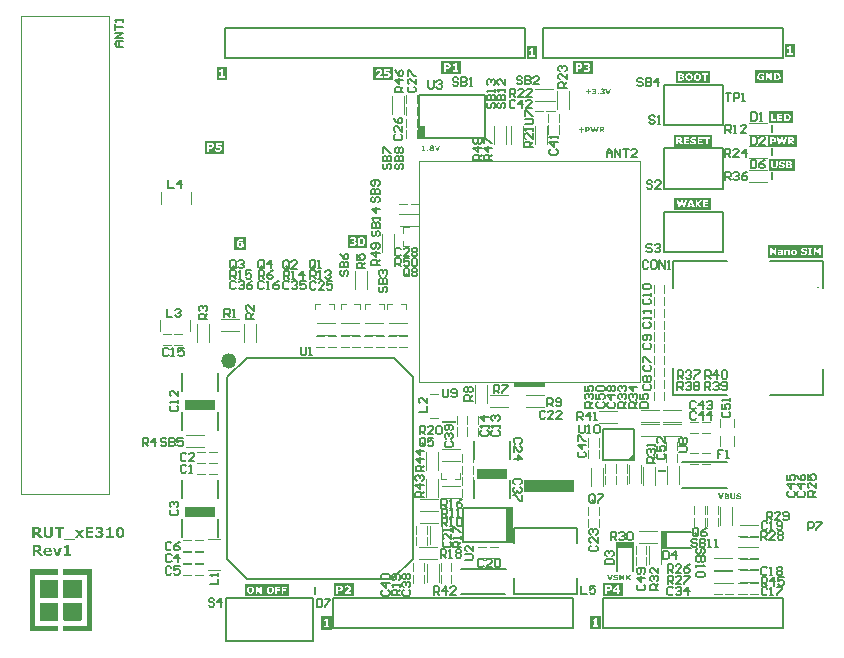
<source format=gto>
G04*
G04 #@! TF.GenerationSoftware,Altium Limited,Altium Designer,19.0.15 (446)*
G04*
G04 Layer_Color=65535*
%FSLAX44Y44*%
%MOMM*%
G71*
G01*
G75*
%ADD59C,0.2000*%
%ADD126C,0.2540*%
%ADD127C,0.1000*%
%ADD128C,0.1270*%
%ADD129R,1.2590X0.2930*%
%ADD130R,0.2000X0.8000*%
%ADD131R,2.5500X0.3500*%
%ADD132R,2.5400X0.8890*%
%ADD133R,4.3500X1.0999*%
%ADD134R,0.5000X3.1000*%
%ADD135R,0.5000X1.5200*%
%ADD136R,0.7980X0.1980*%
%ADD137R,0.6000X1.0000*%
%ADD138R,1.5200X0.5000*%
G36*
X438208Y496400D02*
X438207Y491107D01*
X435603Y488503D01*
X430204Y488504D01*
X427604Y491104D01*
X427604Y495210D01*
X428513Y497313D01*
X430504Y499304D01*
X435304Y499304D01*
X438208Y496400D01*
D02*
G37*
G36*
X775904Y409804D02*
X769970Y409871D01*
X775838Y415738D01*
X775904Y409804D01*
D02*
G37*
G36*
X308333Y308095D02*
Y307817D01*
Y307537D01*
Y307258D01*
Y306979D01*
Y306700D01*
Y306421D01*
Y306142D01*
Y305863D01*
Y305584D01*
Y305305D01*
Y305025D01*
Y304746D01*
Y304467D01*
Y304188D01*
Y303909D01*
Y303630D01*
Y303351D01*
Y303072D01*
Y302793D01*
Y302514D01*
Y302234D01*
Y301955D01*
Y301676D01*
Y301397D01*
Y301118D01*
Y300839D01*
Y300560D01*
Y300281D01*
Y300002D01*
Y299722D01*
Y299443D01*
Y299164D01*
Y298885D01*
Y298606D01*
Y298327D01*
Y298048D01*
Y297769D01*
Y297490D01*
Y297211D01*
Y296931D01*
Y296652D01*
Y296373D01*
Y296094D01*
Y295815D01*
Y295536D01*
Y295257D01*
Y294978D01*
Y294699D01*
Y294419D01*
Y294140D01*
Y293861D01*
Y293582D01*
Y293303D01*
X292704D01*
Y293582D01*
Y293861D01*
Y294140D01*
Y294419D01*
Y294699D01*
Y294978D01*
Y295257D01*
Y295536D01*
Y295815D01*
Y296094D01*
Y296373D01*
Y296652D01*
Y296931D01*
Y297211D01*
Y297490D01*
Y297769D01*
Y298048D01*
Y298327D01*
Y298606D01*
Y298885D01*
Y299164D01*
Y299443D01*
Y299722D01*
Y300002D01*
Y300281D01*
Y300560D01*
Y300839D01*
Y301118D01*
Y301397D01*
Y301676D01*
Y301955D01*
Y302234D01*
Y302514D01*
Y302793D01*
Y303072D01*
Y303351D01*
Y303630D01*
Y303909D01*
Y304188D01*
Y304467D01*
Y304746D01*
Y305025D01*
Y305305D01*
Y305584D01*
Y305863D01*
Y306142D01*
Y306421D01*
Y306700D01*
Y306979D01*
Y307258D01*
Y307537D01*
Y307817D01*
Y308095D01*
Y308375D01*
X308333D01*
Y308095D01*
D02*
G37*
G36*
X288517D02*
Y307817D01*
Y307537D01*
Y307258D01*
Y306979D01*
Y306700D01*
Y306421D01*
Y306142D01*
Y305863D01*
Y305584D01*
Y305305D01*
Y305025D01*
Y304746D01*
Y304467D01*
Y304188D01*
Y303909D01*
Y303630D01*
Y303351D01*
Y303072D01*
Y302793D01*
Y302514D01*
Y302234D01*
Y301955D01*
Y301676D01*
Y301397D01*
Y301118D01*
Y300839D01*
Y300560D01*
Y300281D01*
Y300002D01*
Y299722D01*
Y299443D01*
Y299164D01*
Y298885D01*
Y298606D01*
Y298327D01*
Y298048D01*
Y297769D01*
Y297490D01*
Y297211D01*
Y296931D01*
Y296652D01*
Y296373D01*
Y296094D01*
Y295815D01*
Y295536D01*
Y295257D01*
Y294978D01*
Y294699D01*
Y294419D01*
Y294140D01*
Y293861D01*
Y293582D01*
Y293303D01*
X273167D01*
Y293582D01*
Y293861D01*
Y294140D01*
Y294419D01*
Y294699D01*
Y294978D01*
Y295257D01*
Y295536D01*
Y295815D01*
Y296094D01*
Y296373D01*
Y296652D01*
Y296931D01*
Y297211D01*
Y297490D01*
Y297769D01*
Y298048D01*
Y298327D01*
Y298606D01*
Y298885D01*
Y299164D01*
Y299443D01*
Y299722D01*
Y300002D01*
Y300281D01*
Y300560D01*
Y300839D01*
Y301118D01*
Y301397D01*
Y301676D01*
Y301955D01*
Y302234D01*
Y302514D01*
Y302793D01*
Y303072D01*
Y303351D01*
Y303630D01*
Y303909D01*
Y304188D01*
Y304467D01*
Y304746D01*
Y305025D01*
Y305305D01*
Y305584D01*
Y305863D01*
Y306142D01*
Y306421D01*
Y306700D01*
Y306979D01*
Y307258D01*
Y307537D01*
Y307817D01*
Y308095D01*
Y308375D01*
X288517D01*
Y308095D01*
D02*
G37*
G36*
X308333Y288838D02*
Y288558D01*
Y288279D01*
Y288000D01*
Y287721D01*
Y287442D01*
Y287163D01*
Y286884D01*
Y286605D01*
Y286326D01*
Y286046D01*
Y285767D01*
Y285488D01*
Y285209D01*
Y284930D01*
Y284651D01*
Y284372D01*
Y284093D01*
Y283814D01*
Y283535D01*
Y283255D01*
Y282976D01*
Y282697D01*
Y282418D01*
Y282139D01*
Y281860D01*
Y281581D01*
Y281302D01*
Y281023D01*
Y280744D01*
Y280464D01*
Y280185D01*
Y279906D01*
Y279627D01*
Y279348D01*
Y279069D01*
Y278790D01*
Y278511D01*
Y278232D01*
Y277952D01*
Y277673D01*
Y277394D01*
Y277115D01*
Y276836D01*
Y276557D01*
Y276278D01*
Y275999D01*
Y275720D01*
Y275441D01*
Y275161D01*
Y274882D01*
Y274603D01*
Y274324D01*
Y274045D01*
X308055D01*
Y273766D01*
X292983D01*
Y274045D01*
X292704D01*
Y274324D01*
Y274603D01*
Y274882D01*
Y275161D01*
Y275441D01*
Y275720D01*
Y275999D01*
Y276278D01*
Y276557D01*
Y276836D01*
Y277115D01*
Y277394D01*
Y277673D01*
Y277952D01*
Y278232D01*
Y278511D01*
Y278790D01*
Y279069D01*
Y279348D01*
Y279627D01*
Y279906D01*
Y280185D01*
Y280464D01*
Y280744D01*
Y281023D01*
Y281302D01*
Y281581D01*
Y281860D01*
Y282139D01*
Y282418D01*
Y282697D01*
Y282976D01*
Y283255D01*
Y283535D01*
Y283814D01*
Y284093D01*
Y284372D01*
Y284651D01*
Y284930D01*
Y285209D01*
Y285488D01*
Y285767D01*
Y286046D01*
Y286326D01*
Y286605D01*
Y286884D01*
Y287163D01*
Y287442D01*
Y287721D01*
Y288000D01*
Y288279D01*
Y288558D01*
Y288838D01*
Y289117D01*
X308333D01*
Y288838D01*
D02*
G37*
G36*
X288517D02*
Y288558D01*
Y288279D01*
Y288000D01*
Y287721D01*
Y287442D01*
Y287163D01*
Y286884D01*
Y286605D01*
Y286326D01*
Y286046D01*
Y285767D01*
Y285488D01*
Y285209D01*
Y284930D01*
Y284651D01*
Y284372D01*
Y284093D01*
Y283814D01*
Y283535D01*
Y283255D01*
Y282976D01*
Y282697D01*
Y282418D01*
Y282139D01*
Y281860D01*
Y281581D01*
Y281302D01*
Y281023D01*
Y280744D01*
Y280464D01*
Y280185D01*
Y279906D01*
Y279627D01*
Y279348D01*
Y279069D01*
Y278790D01*
Y278511D01*
Y278232D01*
Y277952D01*
Y277673D01*
Y277394D01*
Y277115D01*
Y276836D01*
Y276557D01*
Y276278D01*
Y275999D01*
Y275720D01*
Y275441D01*
Y275161D01*
Y274882D01*
Y274603D01*
Y274324D01*
Y274045D01*
Y273766D01*
X273167D01*
Y274045D01*
Y274324D01*
Y274603D01*
Y274882D01*
Y275161D01*
Y275441D01*
Y275720D01*
Y275999D01*
Y276278D01*
Y276557D01*
Y276836D01*
Y277115D01*
Y277394D01*
Y277673D01*
Y277952D01*
Y278232D01*
Y278511D01*
Y278790D01*
Y279069D01*
Y279348D01*
Y279627D01*
Y279906D01*
Y280185D01*
Y280464D01*
Y280744D01*
Y281023D01*
Y281302D01*
Y281581D01*
Y281860D01*
Y282139D01*
Y282418D01*
Y282697D01*
Y282976D01*
Y283255D01*
Y283535D01*
Y283814D01*
Y284093D01*
Y284372D01*
Y284651D01*
Y284930D01*
Y285209D01*
Y285488D01*
Y285767D01*
Y286046D01*
Y286326D01*
Y286605D01*
Y286884D01*
Y287163D01*
Y287442D01*
Y287721D01*
Y288000D01*
Y288279D01*
Y288558D01*
Y288838D01*
Y289117D01*
X288517D01*
Y288838D01*
D02*
G37*
G36*
X317265Y317027D02*
Y316748D01*
Y316469D01*
Y316189D01*
Y315910D01*
Y315631D01*
Y315352D01*
Y315073D01*
Y314794D01*
Y314515D01*
Y314236D01*
Y313957D01*
Y313678D01*
Y313398D01*
Y313119D01*
Y312840D01*
Y312561D01*
Y312282D01*
Y312003D01*
Y311724D01*
Y311445D01*
Y311166D01*
Y310887D01*
Y310607D01*
Y310328D01*
Y310049D01*
Y309770D01*
Y309491D01*
Y309212D01*
Y308933D01*
Y308654D01*
Y308375D01*
Y308095D01*
Y307817D01*
Y307537D01*
Y307258D01*
Y306979D01*
Y306700D01*
Y306421D01*
Y306142D01*
Y305863D01*
Y305584D01*
Y305305D01*
Y305025D01*
Y304746D01*
Y304467D01*
Y304188D01*
Y303909D01*
Y303630D01*
Y303351D01*
Y303072D01*
Y302793D01*
Y302514D01*
Y302234D01*
Y301955D01*
Y301676D01*
Y301397D01*
Y301118D01*
Y300839D01*
Y300560D01*
Y300281D01*
Y300002D01*
Y299722D01*
Y299443D01*
Y299164D01*
Y298885D01*
Y298606D01*
Y298327D01*
Y298048D01*
Y297769D01*
Y297490D01*
Y297211D01*
Y296931D01*
Y296652D01*
Y296373D01*
Y296094D01*
Y295815D01*
Y295536D01*
Y295257D01*
Y294978D01*
Y294699D01*
Y294419D01*
Y294140D01*
Y293861D01*
Y293582D01*
Y293303D01*
Y293024D01*
Y292745D01*
Y292466D01*
Y292187D01*
Y291908D01*
Y291628D01*
Y291349D01*
Y291070D01*
Y290791D01*
Y290512D01*
Y290233D01*
Y289954D01*
Y289675D01*
Y289396D01*
Y289117D01*
Y288838D01*
Y288558D01*
Y288279D01*
Y288000D01*
Y287721D01*
Y287442D01*
Y287163D01*
Y286884D01*
Y286605D01*
Y286326D01*
Y286046D01*
Y285767D01*
Y285488D01*
Y285209D01*
Y284930D01*
Y284651D01*
Y284372D01*
Y284093D01*
Y283814D01*
Y283535D01*
Y283255D01*
Y282976D01*
Y282697D01*
Y282418D01*
Y282139D01*
Y281860D01*
Y281581D01*
Y281302D01*
Y281023D01*
Y280744D01*
Y280464D01*
Y280185D01*
Y279906D01*
Y279627D01*
Y279348D01*
Y279069D01*
Y278790D01*
Y278511D01*
Y278232D01*
Y277952D01*
Y277673D01*
Y277394D01*
Y277115D01*
Y276836D01*
Y276557D01*
Y276278D01*
Y275999D01*
Y275720D01*
Y275441D01*
Y275161D01*
Y274882D01*
Y274603D01*
Y274324D01*
Y274045D01*
Y273766D01*
Y273487D01*
Y273208D01*
Y272929D01*
Y272649D01*
Y272370D01*
Y272091D01*
Y271812D01*
Y271533D01*
Y271254D01*
Y270975D01*
Y270696D01*
Y270417D01*
Y270138D01*
Y269858D01*
Y269579D01*
Y269300D01*
Y269021D01*
Y268742D01*
Y268463D01*
Y268184D01*
Y267905D01*
Y267626D01*
Y267347D01*
Y267068D01*
Y266788D01*
Y266509D01*
Y266230D01*
Y265951D01*
Y265672D01*
Y265393D01*
Y265114D01*
X316986D01*
Y264835D01*
X292983D01*
Y265114D01*
X292704D01*
Y265393D01*
Y265672D01*
Y265951D01*
Y266230D01*
Y266509D01*
Y266788D01*
Y267068D01*
Y267347D01*
Y267626D01*
Y267905D01*
Y268184D01*
Y268463D01*
Y268742D01*
Y269021D01*
Y269300D01*
Y269579D01*
X312520D01*
Y269858D01*
Y270138D01*
Y270417D01*
Y270696D01*
Y270975D01*
Y271254D01*
Y271533D01*
Y271812D01*
Y272091D01*
Y272370D01*
Y272649D01*
Y272929D01*
Y273208D01*
Y273487D01*
Y273766D01*
Y274045D01*
Y274324D01*
Y274603D01*
Y274882D01*
Y275161D01*
Y275441D01*
Y275720D01*
Y275999D01*
Y276278D01*
Y276557D01*
Y276836D01*
Y277115D01*
Y277394D01*
Y277673D01*
Y277952D01*
Y278232D01*
Y278511D01*
Y278790D01*
Y279069D01*
Y279348D01*
Y279627D01*
Y279906D01*
Y280185D01*
Y280464D01*
Y280744D01*
Y281023D01*
Y281302D01*
Y281581D01*
Y281860D01*
Y282139D01*
Y282418D01*
Y282697D01*
Y282976D01*
Y283255D01*
Y283535D01*
Y283814D01*
Y284093D01*
Y284372D01*
Y284651D01*
Y284930D01*
Y285209D01*
Y285488D01*
Y285767D01*
Y286046D01*
Y286326D01*
Y286605D01*
Y286884D01*
Y287163D01*
Y287442D01*
Y287721D01*
Y288000D01*
Y288279D01*
Y288558D01*
Y288838D01*
Y289117D01*
Y289396D01*
Y289675D01*
Y289954D01*
Y290233D01*
Y290512D01*
Y290791D01*
Y291070D01*
Y291349D01*
Y291628D01*
Y291908D01*
Y292187D01*
Y292466D01*
Y292745D01*
Y293024D01*
Y293303D01*
Y293582D01*
Y293861D01*
Y294140D01*
Y294419D01*
Y294699D01*
Y294978D01*
Y295257D01*
Y295536D01*
Y295815D01*
Y296094D01*
Y296373D01*
Y296652D01*
Y296931D01*
Y297211D01*
Y297490D01*
Y297769D01*
Y298048D01*
Y298327D01*
Y298606D01*
Y298885D01*
Y299164D01*
Y299443D01*
Y299722D01*
Y300002D01*
Y300281D01*
Y300560D01*
Y300839D01*
Y301118D01*
Y301397D01*
Y301676D01*
Y301955D01*
Y302234D01*
Y302514D01*
Y302793D01*
Y303072D01*
Y303351D01*
Y303630D01*
Y303909D01*
Y304188D01*
Y304467D01*
Y304746D01*
Y305025D01*
Y305305D01*
Y305584D01*
Y305863D01*
Y306142D01*
Y306421D01*
Y306700D01*
Y306979D01*
Y307258D01*
Y307537D01*
Y307817D01*
Y308095D01*
Y308375D01*
Y308654D01*
Y308933D01*
Y309212D01*
Y309491D01*
Y309770D01*
Y310049D01*
Y310328D01*
Y310607D01*
Y310887D01*
Y311166D01*
Y311445D01*
Y311724D01*
Y312003D01*
Y312282D01*
Y312561D01*
X292983D01*
Y312840D01*
X292704D01*
Y313119D01*
Y313398D01*
Y313678D01*
Y313957D01*
Y314236D01*
Y314515D01*
Y314794D01*
Y315073D01*
Y315352D01*
Y315631D01*
Y315910D01*
Y316189D01*
Y316469D01*
Y316748D01*
Y317027D01*
Y317306D01*
X317265D01*
Y317027D01*
D02*
G37*
G36*
X288517D02*
Y316748D01*
Y316469D01*
Y316189D01*
Y315910D01*
Y315631D01*
Y315352D01*
Y315073D01*
Y314794D01*
Y314515D01*
Y314236D01*
Y313957D01*
Y313678D01*
Y313398D01*
Y313119D01*
Y312840D01*
Y312561D01*
X268980D01*
Y312282D01*
Y312003D01*
Y311724D01*
Y311445D01*
Y311166D01*
Y310887D01*
Y310607D01*
Y310328D01*
Y310049D01*
Y309770D01*
Y309491D01*
Y309212D01*
Y308933D01*
Y308654D01*
Y308375D01*
Y308095D01*
Y307817D01*
Y307537D01*
Y307258D01*
Y306979D01*
Y306700D01*
Y306421D01*
Y306142D01*
Y305863D01*
Y305584D01*
Y305305D01*
Y305025D01*
Y304746D01*
Y304467D01*
Y304188D01*
Y303909D01*
Y303630D01*
Y303351D01*
Y303072D01*
Y302793D01*
Y302514D01*
Y302234D01*
Y301955D01*
Y301676D01*
Y301397D01*
Y301118D01*
Y300839D01*
Y300560D01*
Y300281D01*
Y300002D01*
Y299722D01*
Y299443D01*
Y299164D01*
Y298885D01*
Y298606D01*
Y298327D01*
Y298048D01*
Y297769D01*
Y297490D01*
Y297211D01*
Y296931D01*
Y296652D01*
Y296373D01*
Y296094D01*
Y295815D01*
Y295536D01*
Y295257D01*
Y294978D01*
Y294699D01*
Y294419D01*
Y294140D01*
Y293861D01*
Y293582D01*
Y293303D01*
Y293024D01*
Y292745D01*
Y292466D01*
Y292187D01*
Y291908D01*
Y291628D01*
Y291349D01*
Y291070D01*
Y290791D01*
Y290512D01*
Y290233D01*
Y289954D01*
Y289675D01*
Y289396D01*
Y289117D01*
Y288838D01*
Y288558D01*
Y288279D01*
Y288000D01*
Y287721D01*
Y287442D01*
Y287163D01*
Y286884D01*
Y286605D01*
Y286326D01*
Y286046D01*
Y285767D01*
Y285488D01*
Y285209D01*
Y284930D01*
Y284651D01*
Y284372D01*
Y284093D01*
Y283814D01*
Y283535D01*
Y283255D01*
Y282976D01*
Y282697D01*
Y282418D01*
Y282139D01*
Y281860D01*
Y281581D01*
Y281302D01*
Y281023D01*
Y280744D01*
Y280464D01*
Y280185D01*
Y279906D01*
Y279627D01*
Y279348D01*
Y279069D01*
Y278790D01*
Y278511D01*
Y278232D01*
Y277952D01*
Y277673D01*
Y277394D01*
Y277115D01*
Y276836D01*
Y276557D01*
Y276278D01*
Y275999D01*
Y275720D01*
Y275441D01*
Y275161D01*
Y274882D01*
Y274603D01*
Y274324D01*
Y274045D01*
Y273766D01*
Y273487D01*
Y273208D01*
Y272929D01*
Y272649D01*
Y272370D01*
Y272091D01*
Y271812D01*
Y271533D01*
Y271254D01*
Y270975D01*
Y270696D01*
Y270417D01*
Y270138D01*
Y269858D01*
Y269579D01*
X288517D01*
Y269300D01*
Y269021D01*
Y268742D01*
Y268463D01*
Y268184D01*
Y267905D01*
Y267626D01*
Y267347D01*
Y267068D01*
Y266788D01*
Y266509D01*
Y266230D01*
Y265951D01*
Y265672D01*
Y265393D01*
Y265114D01*
Y264835D01*
X264235D01*
Y265114D01*
Y265393D01*
Y265672D01*
Y265951D01*
Y266230D01*
Y266509D01*
Y266788D01*
Y267068D01*
Y267347D01*
Y267626D01*
Y267905D01*
Y268184D01*
Y268463D01*
Y268742D01*
Y269021D01*
Y269300D01*
Y269579D01*
Y269858D01*
Y270138D01*
Y270417D01*
Y270696D01*
Y270975D01*
Y271254D01*
Y271533D01*
Y271812D01*
Y272091D01*
Y272370D01*
Y272649D01*
Y272929D01*
Y273208D01*
Y273487D01*
Y273766D01*
Y274045D01*
Y274324D01*
Y274603D01*
Y274882D01*
Y275161D01*
Y275441D01*
Y275720D01*
Y275999D01*
Y276278D01*
Y276557D01*
Y276836D01*
Y277115D01*
Y277394D01*
Y277673D01*
Y277952D01*
Y278232D01*
Y278511D01*
Y278790D01*
Y279069D01*
Y279348D01*
Y279627D01*
Y279906D01*
Y280185D01*
Y280464D01*
Y280744D01*
Y281023D01*
Y281302D01*
Y281581D01*
Y281860D01*
Y282139D01*
Y282418D01*
Y282697D01*
Y282976D01*
Y283255D01*
Y283535D01*
Y283814D01*
Y284093D01*
Y284372D01*
Y284651D01*
Y284930D01*
Y285209D01*
Y285488D01*
Y285767D01*
Y286046D01*
Y286326D01*
Y286605D01*
Y286884D01*
Y287163D01*
Y287442D01*
Y287721D01*
Y288000D01*
Y288279D01*
Y288558D01*
Y288838D01*
Y289117D01*
Y289396D01*
Y289675D01*
Y289954D01*
Y290233D01*
Y290512D01*
Y290791D01*
Y291070D01*
Y291349D01*
Y291628D01*
Y291908D01*
Y292187D01*
Y292466D01*
Y292745D01*
Y293024D01*
Y293303D01*
Y293582D01*
Y293861D01*
Y294140D01*
Y294419D01*
Y294699D01*
Y294978D01*
Y295257D01*
Y295536D01*
Y295815D01*
Y296094D01*
Y296373D01*
Y296652D01*
Y296931D01*
Y297211D01*
Y297490D01*
Y297769D01*
Y298048D01*
Y298327D01*
Y298606D01*
Y298885D01*
Y299164D01*
Y299443D01*
Y299722D01*
Y300002D01*
Y300281D01*
Y300560D01*
Y300839D01*
Y301118D01*
Y301397D01*
Y301676D01*
Y301955D01*
Y302234D01*
Y302514D01*
Y302793D01*
Y303072D01*
Y303351D01*
Y303630D01*
Y303909D01*
Y304188D01*
Y304467D01*
Y304746D01*
Y305025D01*
Y305305D01*
Y305584D01*
Y305863D01*
Y306142D01*
Y306421D01*
Y306700D01*
Y306979D01*
Y307258D01*
Y307537D01*
Y307817D01*
Y308095D01*
Y308375D01*
Y308654D01*
Y308933D01*
Y309212D01*
Y309491D01*
Y309770D01*
Y310049D01*
Y310328D01*
Y310607D01*
Y310887D01*
Y311166D01*
Y311445D01*
Y311724D01*
Y312003D01*
Y312282D01*
Y312561D01*
Y312840D01*
Y313119D01*
Y313398D01*
Y313678D01*
Y313957D01*
Y314236D01*
Y314515D01*
Y314794D01*
Y315073D01*
Y315352D01*
Y315631D01*
Y315910D01*
Y316189D01*
Y316469D01*
Y316748D01*
Y317027D01*
Y317306D01*
X288517D01*
Y317027D01*
D02*
G37*
G36*
X754909Y719504D02*
X753534D01*
X751790Y724279D01*
X753076D01*
X754236Y720908D01*
X755397Y724279D01*
X756661D01*
X754909Y719504D01*
D02*
G37*
G36*
X749424Y724367D02*
X749528D01*
X749654Y724353D01*
X749787Y724338D01*
X749920Y724323D01*
X750053Y724293D01*
X750068D01*
X750112Y724279D01*
X750171Y724264D01*
X750252Y724234D01*
X750341Y724205D01*
X750437Y724175D01*
X750526Y724131D01*
X750614Y724087D01*
X750629Y724079D01*
X750659Y724057D01*
X750703Y724020D01*
X750762Y723976D01*
X750829Y723924D01*
X750895Y723857D01*
X750955Y723783D01*
X751006Y723702D01*
X751014Y723695D01*
X751028Y723665D01*
X751050Y723613D01*
X751073Y723554D01*
X751095Y723480D01*
X751117Y723384D01*
X751132Y723288D01*
X751139Y723177D01*
Y723170D01*
Y723163D01*
Y723140D01*
Y723111D01*
X751124Y723037D01*
X751110Y722941D01*
X751080Y722830D01*
X751036Y722712D01*
X750969Y722593D01*
X750888Y722468D01*
X750881Y722453D01*
X750844Y722416D01*
X750792Y722364D01*
X750718Y722305D01*
X750622Y722239D01*
X750511Y722172D01*
X750385Y722113D01*
X750238Y722076D01*
Y722024D01*
X750245D01*
X750267Y722017D01*
X750297D01*
X750341Y722002D01*
X750393Y721995D01*
X750452Y721980D01*
X750585Y721936D01*
X750592D01*
X750614Y721921D01*
X750651Y721906D01*
X750696Y721884D01*
X750807Y721825D01*
X750918Y721743D01*
X750925Y721736D01*
X750947Y721721D01*
X750969Y721692D01*
X751006Y721655D01*
X751050Y721610D01*
X751087Y721551D01*
X751169Y721426D01*
X751176Y721418D01*
X751184Y721396D01*
X751198Y721352D01*
X751220Y721300D01*
X751235Y721233D01*
X751250Y721152D01*
X751257Y721056D01*
X751265Y720953D01*
Y720938D01*
Y720893D01*
X751257Y720827D01*
X751250Y720746D01*
X751228Y720649D01*
X751206Y720539D01*
X751169Y720428D01*
X751124Y720317D01*
X751117Y720302D01*
X751102Y720273D01*
X751065Y720213D01*
X751021Y720147D01*
X750969Y720073D01*
X750895Y719984D01*
X750814Y719903D01*
X750718Y719822D01*
X750703Y719814D01*
X750674Y719792D01*
X750614Y719755D01*
X750540Y719711D01*
X750444Y719659D01*
X750341Y719607D01*
X750215Y719556D01*
X750082Y719511D01*
X750075D01*
X750068Y719504D01*
X750045D01*
X750016Y719496D01*
X749942Y719482D01*
X749838Y719460D01*
X749705Y719437D01*
X749557Y719423D01*
X749388Y719415D01*
X749203Y719408D01*
X749055D01*
X748996Y719415D01*
X748855Y719423D01*
X748693Y719430D01*
X748523Y719452D01*
X748353Y719474D01*
X748183Y719504D01*
X748175D01*
X748168Y719511D01*
X748146D01*
X748116Y719519D01*
X748035Y719541D01*
X747939Y719563D01*
X747828Y719593D01*
X747717Y719622D01*
X747599Y719666D01*
X747495Y719703D01*
Y720760D01*
X747614D01*
X747628Y720753D01*
X747665Y720731D01*
X747724Y720701D01*
X747806Y720657D01*
X747902Y720612D01*
X748013Y720561D01*
X748138Y720516D01*
X748279Y720465D01*
X748286D01*
X748294Y720457D01*
X748316D01*
X748345Y720450D01*
X748419Y720428D01*
X748508Y720406D01*
X748619Y720383D01*
X748737Y720369D01*
X748863Y720354D01*
X748981Y720346D01*
X749047D01*
X749099Y720354D01*
X749158D01*
X749225Y720361D01*
X749380Y720376D01*
X749388D01*
X749417Y720383D01*
X749461Y720391D01*
X749513Y720406D01*
X749631Y720443D01*
X749750Y720509D01*
X749757Y720516D01*
X749772Y720524D01*
X749816Y720561D01*
X749883Y720627D01*
X749942Y720701D01*
Y720709D01*
X749957Y720723D01*
X749964Y720746D01*
X749979Y720782D01*
X749994Y720834D01*
X750001Y720886D01*
X750016Y720953D01*
Y721034D01*
Y721041D01*
Y721071D01*
X750008Y721108D01*
X750001Y721152D01*
X749971Y721256D01*
X749949Y721307D01*
X749912Y721352D01*
X749905Y721359D01*
X749898Y721374D01*
X749875Y721389D01*
X749846Y721418D01*
X749764Y721470D01*
X749661Y721514D01*
X749654D01*
X749631Y721522D01*
X749602Y721529D01*
X749557Y721544D01*
X749498Y721551D01*
X749439Y721559D01*
X749365Y721566D01*
X749284Y721573D01*
X749203D01*
X749151Y721581D01*
X748611D01*
Y722431D01*
X749033D01*
X749107Y722438D01*
X749181D01*
X749328Y722446D01*
X749358D01*
X749395Y722453D01*
X749439Y722460D01*
X749550Y722483D01*
X749654Y722520D01*
X749661D01*
X749676Y722527D01*
X749705Y722542D01*
X749735Y722564D01*
X749801Y722608D01*
X749868Y722675D01*
Y722682D01*
X749883Y722697D01*
X749890Y722719D01*
X749905Y722749D01*
X749920Y722793D01*
X749927Y722845D01*
X749942Y722904D01*
Y722970D01*
Y722978D01*
Y722993D01*
Y723022D01*
X749934Y723052D01*
X749912Y723126D01*
X749868Y723199D01*
Y723207D01*
X749853Y723214D01*
X749816Y723251D01*
X749757Y723296D01*
X749676Y723340D01*
X749668D01*
X749654Y723347D01*
X749624Y723355D01*
X749594Y723370D01*
X749550Y723384D01*
X749498Y723392D01*
X749380Y723414D01*
X749373D01*
X749351Y723421D01*
X749321D01*
X749284Y723429D01*
X749188Y723436D01*
X749040D01*
X748981Y723429D01*
X748900Y723421D01*
X748796Y723414D01*
X748685Y723392D01*
X748567Y723370D01*
X748434Y723333D01*
X748427D01*
X748419Y723325D01*
X748375Y723310D01*
X748308Y723288D01*
X748220Y723259D01*
X748109Y723214D01*
X747998Y723163D01*
X747880Y723103D01*
X747754Y723037D01*
X747636D01*
Y724072D01*
X747651Y724079D01*
X747680Y724087D01*
X747739Y724109D01*
X747821Y724138D01*
X747924Y724168D01*
X748042Y724197D01*
X748183Y724234D01*
X748345Y724271D01*
X748353D01*
X748367Y724279D01*
X748390D01*
X748427Y724286D01*
X748464Y724293D01*
X748515Y724301D01*
X748626Y724323D01*
X748767Y724345D01*
X748922Y724360D01*
X749092Y724367D01*
X749262Y724375D01*
X749336D01*
X749424Y724367D01*
D02*
G37*
G36*
X742380D02*
X742484D01*
X742610Y724353D01*
X742743Y724338D01*
X742876Y724323D01*
X743009Y724293D01*
X743024D01*
X743068Y724279D01*
X743127Y724264D01*
X743208Y724234D01*
X743297Y724205D01*
X743393Y724175D01*
X743482Y724131D01*
X743570Y724087D01*
X743585Y724079D01*
X743615Y724057D01*
X743659Y724020D01*
X743718Y723976D01*
X743785Y723924D01*
X743851Y723857D01*
X743911Y723783D01*
X743962Y723702D01*
X743970Y723695D01*
X743984Y723665D01*
X744007Y723613D01*
X744029Y723554D01*
X744051Y723480D01*
X744073Y723384D01*
X744088Y723288D01*
X744095Y723177D01*
Y723170D01*
Y723163D01*
Y723140D01*
Y723111D01*
X744081Y723037D01*
X744066Y722941D01*
X744036Y722830D01*
X743992Y722712D01*
X743925Y722593D01*
X743844Y722468D01*
X743837Y722453D01*
X743800Y722416D01*
X743748Y722364D01*
X743674Y722305D01*
X743578Y722239D01*
X743467Y722172D01*
X743341Y722113D01*
X743194Y722076D01*
Y722024D01*
X743201D01*
X743223Y722017D01*
X743253D01*
X743297Y722002D01*
X743349Y721995D01*
X743408Y721980D01*
X743541Y721936D01*
X743548D01*
X743570Y721921D01*
X743607Y721906D01*
X743652Y721884D01*
X743763Y721825D01*
X743874Y721743D01*
X743881Y721736D01*
X743903Y721721D01*
X743925Y721692D01*
X743962Y721655D01*
X744007Y721610D01*
X744044Y721551D01*
X744125Y721426D01*
X744132Y721418D01*
X744140Y721396D01*
X744154Y721352D01*
X744176Y721300D01*
X744191Y721233D01*
X744206Y721152D01*
X744213Y721056D01*
X744221Y720953D01*
Y720938D01*
Y720893D01*
X744213Y720827D01*
X744206Y720746D01*
X744184Y720649D01*
X744162Y720539D01*
X744125Y720428D01*
X744081Y720317D01*
X744073Y720302D01*
X744058Y720273D01*
X744021Y720213D01*
X743977Y720147D01*
X743925Y720073D01*
X743851Y719984D01*
X743770Y719903D01*
X743674Y719822D01*
X743659Y719814D01*
X743630Y719792D01*
X743570Y719755D01*
X743496Y719711D01*
X743400Y719659D01*
X743297Y719607D01*
X743171Y719556D01*
X743038Y719511D01*
X743031D01*
X743024Y719504D01*
X743001D01*
X742972Y719496D01*
X742898Y719482D01*
X742794Y719460D01*
X742661Y719437D01*
X742514Y719423D01*
X742344Y719415D01*
X742159Y719408D01*
X742011D01*
X741952Y719415D01*
X741811Y719423D01*
X741649Y719430D01*
X741479Y719452D01*
X741309Y719474D01*
X741139Y719504D01*
X741131D01*
X741124Y719511D01*
X741102D01*
X741072Y719519D01*
X740991Y719541D01*
X740895Y719563D01*
X740784Y719593D01*
X740673Y719622D01*
X740555Y719666D01*
X740451Y719703D01*
Y720760D01*
X740570D01*
X740584Y720753D01*
X740621Y720731D01*
X740680Y720701D01*
X740762Y720657D01*
X740858Y720612D01*
X740969Y720561D01*
X741094Y720516D01*
X741235Y720465D01*
X741242D01*
X741249Y720457D01*
X741272D01*
X741301Y720450D01*
X741375Y720428D01*
X741464Y720406D01*
X741575Y720383D01*
X741693Y720369D01*
X741819Y720354D01*
X741937Y720346D01*
X742003D01*
X742055Y720354D01*
X742114D01*
X742181Y720361D01*
X742336Y720376D01*
X742344D01*
X742373Y720383D01*
X742417Y720391D01*
X742469Y720406D01*
X742587Y720443D01*
X742706Y720509D01*
X742713Y720516D01*
X742728Y720524D01*
X742772Y720561D01*
X742839Y720627D01*
X742898Y720701D01*
Y720709D01*
X742913Y720723D01*
X742920Y720746D01*
X742935Y720782D01*
X742950Y720834D01*
X742957Y720886D01*
X742972Y720953D01*
Y721034D01*
Y721041D01*
Y721071D01*
X742964Y721108D01*
X742957Y721152D01*
X742927Y721256D01*
X742905Y721307D01*
X742868Y721352D01*
X742861Y721359D01*
X742853Y721374D01*
X742831Y721389D01*
X742802Y721418D01*
X742720Y721470D01*
X742617Y721514D01*
X742610D01*
X742587Y721522D01*
X742558Y721529D01*
X742514Y721544D01*
X742454Y721551D01*
X742395Y721559D01*
X742321Y721566D01*
X742240Y721573D01*
X742159D01*
X742107Y721581D01*
X741567D01*
Y722431D01*
X741989D01*
X742063Y722438D01*
X742137D01*
X742284Y722446D01*
X742314D01*
X742351Y722453D01*
X742395Y722460D01*
X742506Y722483D01*
X742610Y722520D01*
X742617D01*
X742632Y722527D01*
X742661Y722542D01*
X742691Y722564D01*
X742757Y722608D01*
X742824Y722675D01*
Y722682D01*
X742839Y722697D01*
X742846Y722719D01*
X742861Y722749D01*
X742876Y722793D01*
X742883Y722845D01*
X742898Y722904D01*
Y722970D01*
Y722978D01*
Y722993D01*
Y723022D01*
X742890Y723052D01*
X742868Y723126D01*
X742824Y723199D01*
Y723207D01*
X742809Y723214D01*
X742772Y723251D01*
X742713Y723296D01*
X742632Y723340D01*
X742624D01*
X742610Y723347D01*
X742580Y723355D01*
X742550Y723370D01*
X742506Y723384D01*
X742454Y723392D01*
X742336Y723414D01*
X742329D01*
X742307Y723421D01*
X742277D01*
X742240Y723429D01*
X742144Y723436D01*
X741996D01*
X741937Y723429D01*
X741856Y723421D01*
X741752Y723414D01*
X741641Y723392D01*
X741523Y723370D01*
X741390Y723333D01*
X741383D01*
X741375Y723325D01*
X741331Y723310D01*
X741264Y723288D01*
X741176Y723259D01*
X741065Y723214D01*
X740954Y723163D01*
X740836Y723103D01*
X740710Y723037D01*
X740592D01*
Y724072D01*
X740607Y724079D01*
X740636Y724087D01*
X740695Y724109D01*
X740777Y724138D01*
X740880Y724168D01*
X740998Y724197D01*
X741139Y724234D01*
X741301Y724271D01*
X741309D01*
X741323Y724279D01*
X741346D01*
X741383Y724286D01*
X741420Y724293D01*
X741471Y724301D01*
X741582Y724323D01*
X741723Y724345D01*
X741878Y724360D01*
X742048Y724367D01*
X742218Y724375D01*
X742292D01*
X742380Y724367D01*
D02*
G37*
G36*
X746453Y719504D02*
X745256D01*
Y720768D01*
X746453D01*
Y719504D01*
D02*
G37*
G36*
X737591Y722061D02*
X739298D01*
Y721196D01*
X737591D01*
Y719496D01*
X736711D01*
Y721196D01*
X735004D01*
Y722061D01*
X736711D01*
Y723761D01*
X737591D01*
Y722061D01*
D02*
G37*
G36*
X744811Y687104D02*
X743451D01*
X742586Y690208D01*
X741758Y687104D01*
X740391D01*
X739112Y691879D01*
X740391D01*
X741130Y688589D01*
X742010Y691879D01*
X743237D01*
X744079Y688589D01*
X744848Y691879D01*
X746097D01*
X744811Y687104D01*
D02*
G37*
G36*
X749231Y691871D02*
X749342Y691864D01*
X749460Y691857D01*
X749586Y691842D01*
X749704Y691827D01*
X749719D01*
X749756Y691820D01*
X749815Y691805D01*
X749896Y691783D01*
X749985Y691753D01*
X750081Y691716D01*
X750177Y691672D01*
X750281Y691620D01*
X750295Y691613D01*
X750325Y691590D01*
X750377Y691553D01*
X750436Y691509D01*
X750502Y691443D01*
X750576Y691376D01*
X750650Y691295D01*
X750709Y691199D01*
X750717Y691184D01*
X750732Y691154D01*
X750761Y691103D01*
X750791Y691029D01*
X750820Y690933D01*
X750850Y690822D01*
X750865Y690703D01*
X750872Y690563D01*
Y690556D01*
Y690541D01*
Y690511D01*
Y690474D01*
X750865Y690430D01*
X750857Y690378D01*
X750842Y690260D01*
X750813Y690119D01*
X750769Y689979D01*
X750702Y689831D01*
X750621Y689698D01*
X750606Y689683D01*
X750576Y689646D01*
X750517Y689580D01*
X750443Y689506D01*
X750347Y689417D01*
X750222Y689321D01*
X750089Y689232D01*
X749926Y689144D01*
X751522Y687104D01*
X750007D01*
X748706Y688856D01*
X748152D01*
Y687104D01*
X746918D01*
Y691879D01*
X749128D01*
X749231Y691871D01*
D02*
G37*
G36*
X736873D02*
X736976D01*
X737102Y691857D01*
X737227Y691842D01*
X737361Y691827D01*
X737479Y691797D01*
X737494D01*
X737531Y691783D01*
X737590Y691760D01*
X737671Y691738D01*
X737752Y691701D01*
X737848Y691664D01*
X737944Y691613D01*
X738033Y691561D01*
X738048Y691553D01*
X738077Y691524D01*
X738129Y691487D01*
X738196Y691428D01*
X738270Y691354D01*
X738344Y691273D01*
X738410Y691177D01*
X738477Y691073D01*
X738484Y691058D01*
X738499Y691021D01*
X738528Y690955D01*
X738558Y690873D01*
X738580Y690770D01*
X738610Y690652D01*
X738624Y690511D01*
X738632Y690363D01*
Y690349D01*
Y690312D01*
X738624Y690245D01*
X738617Y690164D01*
X738602Y690068D01*
X738580Y689964D01*
X738550Y689853D01*
X738514Y689735D01*
X738506Y689720D01*
X738491Y689683D01*
X738469Y689632D01*
X738432Y689558D01*
X738388Y689476D01*
X738336Y689395D01*
X738270Y689306D01*
X738196Y689225D01*
X738181Y689210D01*
X738144Y689181D01*
X738085Y689129D01*
X738011Y689070D01*
X737915Y688996D01*
X737804Y688930D01*
X737686Y688856D01*
X737553Y688796D01*
X737545D01*
X737538Y688789D01*
X737516Y688782D01*
X737494Y688774D01*
X737412Y688752D01*
X737316Y688730D01*
X737190Y688700D01*
X737035Y688678D01*
X736865Y688663D01*
X736681Y688656D01*
X735919D01*
Y687104D01*
X734685D01*
Y691879D01*
X736784D01*
X736873Y691871D01*
D02*
G37*
G36*
X731669Y689661D02*
X733377D01*
Y688796D01*
X731669D01*
Y687096D01*
X730790D01*
Y688796D01*
X729082D01*
Y689661D01*
X730790D01*
Y691361D01*
X731669D01*
Y689661D01*
D02*
G37*
G36*
X760832Y312867D02*
X760950Y312860D01*
X761090Y312853D01*
X761246Y312838D01*
X761416Y312808D01*
X761586Y312779D01*
X761593D01*
X761608Y312771D01*
X761630D01*
X761667Y312764D01*
X761704Y312757D01*
X761748Y312742D01*
X761859Y312719D01*
X761985Y312683D01*
X762125Y312646D01*
X762258Y312601D01*
X762391Y312549D01*
Y311456D01*
X762258D01*
X762243Y311463D01*
X762206Y311493D01*
X762147Y311537D01*
X762059Y311589D01*
X761955Y311648D01*
X761837Y311714D01*
X761704Y311781D01*
X761549Y311840D01*
X761541D01*
X761526Y311847D01*
X761504Y311855D01*
X761475Y311862D01*
X761438Y311877D01*
X761394Y311892D01*
X761283Y311921D01*
X761157Y311943D01*
X761009Y311973D01*
X760854Y311988D01*
X760691Y311995D01*
X760595D01*
X760492Y311988D01*
X760381Y311973D01*
X760374D01*
X760359Y311966D01*
X760329D01*
X760292Y311958D01*
X760196Y311929D01*
X760093Y311892D01*
X760085D01*
X760070Y311884D01*
X760048Y311870D01*
X760019Y311855D01*
X759952Y311810D01*
X759878Y311744D01*
Y311737D01*
X759864Y311729D01*
X759849Y311707D01*
X759834Y311677D01*
X759804Y311611D01*
X759797Y311567D01*
X759790Y311522D01*
Y311515D01*
Y311493D01*
X759797Y311456D01*
X759804Y311411D01*
X759827Y311367D01*
X759849Y311315D01*
X759886Y311271D01*
X759930Y311227D01*
X759937Y311219D01*
X759959Y311212D01*
X759996Y311189D01*
X760056Y311167D01*
X760129Y311138D01*
X760226Y311108D01*
X760337Y311079D01*
X760477Y311049D01*
X760492D01*
X760521Y311042D01*
X760573Y311027D01*
X760640Y311012D01*
X760714Y310997D01*
X760802Y310975D01*
X760980Y310938D01*
X760994D01*
X761024Y310931D01*
X761068Y310916D01*
X761135Y310901D01*
X761216Y310879D01*
X761305Y310857D01*
X761401Y310827D01*
X761504Y310798D01*
X761512D01*
X761526Y310790D01*
X761556Y310783D01*
X761593Y310768D01*
X761637Y310746D01*
X761696Y310724D01*
X761815Y310672D01*
X761948Y310598D01*
X762081Y310517D01*
X762206Y310421D01*
X762317Y310310D01*
X762332Y310295D01*
X762362Y310251D01*
X762399Y310184D01*
X762450Y310096D01*
X762502Y309977D01*
X762539Y309837D01*
X762569Y309682D01*
X762583Y309504D01*
Y309497D01*
Y309475D01*
X762576Y309438D01*
Y309386D01*
X762569Y309327D01*
X762554Y309253D01*
X762532Y309179D01*
X762510Y309098D01*
X762473Y309002D01*
X762436Y308913D01*
X762384Y308817D01*
X762325Y308721D01*
X762258Y308625D01*
X762177Y308529D01*
X762081Y308440D01*
X761977Y308351D01*
X761970Y308344D01*
X761948Y308329D01*
X761918Y308314D01*
X761867Y308285D01*
X761807Y308248D01*
X761733Y308211D01*
X761645Y308174D01*
X761549Y308137D01*
X761438Y308092D01*
X761320Y308055D01*
X761187Y308019D01*
X761039Y307982D01*
X760883Y307952D01*
X760714Y307937D01*
X760536Y307922D01*
X760351Y307915D01*
X760203D01*
X760144Y307922D01*
X760004Y307930D01*
X759841Y307937D01*
X759664Y307959D01*
X759486Y307982D01*
X759316Y308019D01*
X759309D01*
X759294Y308026D01*
X759272D01*
X759243Y308041D01*
X759161Y308063D01*
X759050Y308092D01*
X758925Y308130D01*
X758784Y308174D01*
X758496Y308277D01*
Y309430D01*
X758636D01*
X758644Y309416D01*
X758666Y309401D01*
X758696Y309379D01*
X758777Y309327D01*
X758880Y309253D01*
X759006Y309179D01*
X759154Y309098D01*
X759316Y309024D01*
X759486Y308957D01*
X759494D01*
X759509Y308950D01*
X759531Y308943D01*
X759568Y308935D01*
X759612Y308920D01*
X759657Y308906D01*
X759775Y308876D01*
X759915Y308846D01*
X760070Y308817D01*
X760233Y308802D01*
X760396Y308795D01*
X760477D01*
X760514Y308802D01*
X760625D01*
X760691Y308810D01*
X760699D01*
X760721Y308817D01*
X760758D01*
X760802Y308824D01*
X760898Y308846D01*
X760994Y308876D01*
X761002D01*
X761016Y308883D01*
X761046Y308898D01*
X761076Y308920D01*
X761150Y308965D01*
X761224Y309024D01*
X761231Y309031D01*
X761238Y309039D01*
X761253Y309061D01*
X761275Y309090D01*
X761290Y309127D01*
X761305Y309172D01*
X761312Y309223D01*
X761320Y309282D01*
Y309290D01*
Y309312D01*
X761312Y309334D01*
X761305Y309371D01*
X761283Y309416D01*
X761260Y309460D01*
X761224Y309504D01*
X761179Y309549D01*
X761172Y309556D01*
X761157Y309571D01*
X761127Y309593D01*
X761083Y309615D01*
X761024Y309645D01*
X760965Y309674D01*
X760883Y309704D01*
X760795Y309726D01*
X760780D01*
X760750Y309741D01*
X760691Y309748D01*
X760617Y309763D01*
X760536Y309785D01*
X760440Y309807D01*
X760329Y309822D01*
X760218Y309844D01*
X760203D01*
X760166Y309852D01*
X760107Y309866D01*
X760041Y309889D01*
X759952Y309903D01*
X759856Y309933D01*
X759657Y309992D01*
X759649D01*
X759627Y310000D01*
X759597Y310014D01*
X759560Y310029D01*
X759509Y310044D01*
X759449Y310073D01*
X759324Y310133D01*
X759176Y310206D01*
X759036Y310295D01*
X758895Y310399D01*
X758836Y310458D01*
X758784Y310517D01*
Y310524D01*
X758777Y310532D01*
X758762Y310554D01*
X758747Y310576D01*
X758703Y310650D01*
X758659Y310753D01*
X758607Y310872D01*
X758570Y311019D01*
X758540Y311182D01*
X758526Y311360D01*
Y311367D01*
Y311389D01*
X758533Y311426D01*
Y311470D01*
X758540Y311530D01*
X758555Y311596D01*
X758577Y311663D01*
X758599Y311744D01*
X758629Y311833D01*
X758673Y311914D01*
X758718Y312010D01*
X758777Y312099D01*
X758843Y312187D01*
X758925Y312276D01*
X759013Y312365D01*
X759117Y312446D01*
X759124Y312453D01*
X759146Y312468D01*
X759176Y312483D01*
X759228Y312513D01*
X759287Y312542D01*
X759353Y312579D01*
X759442Y312623D01*
X759538Y312660D01*
X759642Y312697D01*
X759760Y312742D01*
X759886Y312779D01*
X760019Y312808D01*
X760166Y312838D01*
X760322Y312860D01*
X760492Y312867D01*
X760662Y312875D01*
X760787D01*
X760832Y312867D01*
D02*
G37*
G36*
X771490Y310569D02*
X773449Y308004D01*
X771926D01*
X770507Y309911D01*
X770226Y309556D01*
Y308004D01*
X768992D01*
Y312779D01*
X770226D01*
Y310620D01*
X771919Y312779D01*
X773353D01*
X771490Y310569D01*
D02*
G37*
G36*
X767780Y308004D02*
X766590D01*
X764557Y311278D01*
Y308004D01*
X763426D01*
Y312779D01*
X764897D01*
X766649Y310036D01*
Y312779D01*
X767780D01*
Y308004D01*
D02*
G37*
G36*
X756323D02*
X754948D01*
X753204Y312779D01*
X754490D01*
X755650Y309408D01*
X756811Y312779D01*
X758075D01*
X756323Y308004D01*
D02*
G37*
G36*
X865045Y381567D02*
X865163Y381560D01*
X865303Y381553D01*
X865459Y381538D01*
X865629Y381508D01*
X865799Y381479D01*
X865806D01*
X865821Y381471D01*
X865843D01*
X865880Y381464D01*
X865917Y381456D01*
X865961Y381442D01*
X866072Y381419D01*
X866198Y381383D01*
X866338Y381346D01*
X866471Y381301D01*
X866604Y381250D01*
Y380156D01*
X866471D01*
X866456Y380163D01*
X866420Y380193D01*
X866360Y380237D01*
X866272Y380289D01*
X866168Y380348D01*
X866050Y380414D01*
X865917Y380481D01*
X865762Y380540D01*
X865754D01*
X865739Y380547D01*
X865717Y380555D01*
X865688Y380562D01*
X865651Y380577D01*
X865606Y380592D01*
X865496Y380621D01*
X865370Y380643D01*
X865222Y380673D01*
X865067Y380688D01*
X864904Y380695D01*
X864808D01*
X864705Y380688D01*
X864594Y380673D01*
X864586D01*
X864572Y380666D01*
X864542D01*
X864505Y380658D01*
X864409Y380629D01*
X864305Y380592D01*
X864298D01*
X864283Y380584D01*
X864261Y380569D01*
X864232Y380555D01*
X864165Y380510D01*
X864091Y380444D01*
Y380437D01*
X864076Y380429D01*
X864062Y380407D01*
X864047Y380377D01*
X864017Y380311D01*
X864010Y380266D01*
X864003Y380222D01*
Y380215D01*
Y380193D01*
X864010Y380156D01*
X864017Y380111D01*
X864039Y380067D01*
X864062Y380015D01*
X864099Y379971D01*
X864143Y379926D01*
X864150Y379919D01*
X864173Y379912D01*
X864209Y379889D01*
X864269Y379867D01*
X864342Y379838D01*
X864439Y379808D01*
X864549Y379779D01*
X864690Y379749D01*
X864705D01*
X864734Y379742D01*
X864786Y379727D01*
X864853Y379712D01*
X864926Y379697D01*
X865015Y379675D01*
X865192Y379638D01*
X865207D01*
X865237Y379631D01*
X865281Y379616D01*
X865348Y379601D01*
X865429Y379579D01*
X865518Y379557D01*
X865614Y379527D01*
X865717Y379498D01*
X865725D01*
X865739Y379490D01*
X865769Y379483D01*
X865806Y379468D01*
X865850Y379446D01*
X865909Y379424D01*
X866028Y379372D01*
X866161Y379298D01*
X866294Y379217D01*
X866420Y379121D01*
X866530Y379010D01*
X866545Y378995D01*
X866575Y378951D01*
X866612Y378884D01*
X866663Y378796D01*
X866715Y378677D01*
X866752Y378537D01*
X866782Y378382D01*
X866796Y378204D01*
Y378197D01*
Y378175D01*
X866789Y378138D01*
Y378086D01*
X866782Y378027D01*
X866767Y377953D01*
X866745Y377879D01*
X866722Y377798D01*
X866685Y377702D01*
X866649Y377613D01*
X866597Y377517D01*
X866538Y377421D01*
X866471Y377325D01*
X866390Y377229D01*
X866294Y377140D01*
X866190Y377051D01*
X866183Y377044D01*
X866161Y377029D01*
X866131Y377014D01*
X866079Y376985D01*
X866020Y376948D01*
X865946Y376911D01*
X865858Y376874D01*
X865762Y376837D01*
X865651Y376792D01*
X865533Y376756D01*
X865399Y376719D01*
X865252Y376682D01*
X865096Y376652D01*
X864926Y376637D01*
X864749Y376623D01*
X864564Y376615D01*
X864416D01*
X864357Y376623D01*
X864217Y376630D01*
X864054Y376637D01*
X863877Y376660D01*
X863699Y376682D01*
X863529Y376719D01*
X863522D01*
X863507Y376726D01*
X863485D01*
X863456Y376741D01*
X863374Y376763D01*
X863263Y376792D01*
X863138Y376829D01*
X862997Y376874D01*
X862709Y376977D01*
Y378130D01*
X862849D01*
X862857Y378116D01*
X862879Y378101D01*
X862908Y378079D01*
X862990Y378027D01*
X863093Y377953D01*
X863219Y377879D01*
X863367Y377798D01*
X863529Y377724D01*
X863699Y377657D01*
X863707D01*
X863722Y377650D01*
X863744Y377643D01*
X863781Y377635D01*
X863825Y377620D01*
X863869Y377606D01*
X863988Y377576D01*
X864128Y377546D01*
X864283Y377517D01*
X864446Y377502D01*
X864609Y377495D01*
X864690D01*
X864727Y377502D01*
X864838D01*
X864904Y377509D01*
X864912D01*
X864934Y377517D01*
X864971D01*
X865015Y377524D01*
X865111Y377546D01*
X865207Y377576D01*
X865215D01*
X865229Y377583D01*
X865259Y377598D01*
X865289Y377620D01*
X865362Y377665D01*
X865436Y377724D01*
X865444Y377731D01*
X865451Y377739D01*
X865466Y377761D01*
X865488Y377790D01*
X865503Y377827D01*
X865518Y377872D01*
X865525Y377923D01*
X865533Y377982D01*
Y377990D01*
Y378012D01*
X865525Y378034D01*
X865518Y378071D01*
X865496Y378116D01*
X865473Y378160D01*
X865436Y378204D01*
X865392Y378249D01*
X865385Y378256D01*
X865370Y378271D01*
X865340Y378293D01*
X865296Y378315D01*
X865237Y378345D01*
X865178Y378374D01*
X865096Y378404D01*
X865008Y378426D01*
X864993D01*
X864963Y378441D01*
X864904Y378448D01*
X864830Y378463D01*
X864749Y378485D01*
X864653Y378507D01*
X864542Y378522D01*
X864431Y378544D01*
X864416D01*
X864379Y378552D01*
X864320Y378567D01*
X864254Y378589D01*
X864165Y378603D01*
X864069Y378633D01*
X863869Y378692D01*
X863862D01*
X863840Y378699D01*
X863810Y378714D01*
X863773Y378729D01*
X863722Y378744D01*
X863662Y378773D01*
X863537Y378833D01*
X863389Y378907D01*
X863249Y378995D01*
X863108Y379099D01*
X863049Y379158D01*
X862997Y379217D01*
Y379224D01*
X862990Y379232D01*
X862975Y379254D01*
X862960Y379276D01*
X862916Y379350D01*
X862872Y379453D01*
X862820Y379572D01*
X862783Y379720D01*
X862753Y379882D01*
X862738Y380060D01*
Y380067D01*
Y380089D01*
X862746Y380126D01*
Y380170D01*
X862753Y380229D01*
X862768Y380296D01*
X862790Y380363D01*
X862812Y380444D01*
X862842Y380533D01*
X862886Y380614D01*
X862931Y380710D01*
X862990Y380799D01*
X863056Y380887D01*
X863138Y380976D01*
X863226Y381065D01*
X863330Y381146D01*
X863337Y381153D01*
X863359Y381168D01*
X863389Y381183D01*
X863441Y381213D01*
X863500Y381242D01*
X863566Y381279D01*
X863655Y381323D01*
X863751Y381360D01*
X863855Y381397D01*
X863973Y381442D01*
X864099Y381479D01*
X864232Y381508D01*
X864379Y381538D01*
X864535Y381560D01*
X864705Y381567D01*
X864875Y381575D01*
X865000D01*
X865045Y381567D01*
D02*
G37*
G36*
X850195Y376704D02*
X848820D01*
X847076Y381479D01*
X848362D01*
X849523Y378108D01*
X850683Y381479D01*
X851947D01*
X850195Y376704D01*
D02*
G37*
G36*
X861822Y378433D02*
Y378426D01*
Y378396D01*
Y378352D01*
X861815Y378286D01*
X861807Y378212D01*
X861792Y378130D01*
X861778Y378034D01*
X861756Y377931D01*
X861726Y377820D01*
X861689Y377709D01*
X861645Y377598D01*
X861593Y377487D01*
X861526Y377376D01*
X861452Y377266D01*
X861371Y377169D01*
X861275Y377073D01*
X861268Y377066D01*
X861253Y377051D01*
X861216Y377029D01*
X861172Y377000D01*
X861120Y376963D01*
X861046Y376926D01*
X860965Y376881D01*
X860876Y376844D01*
X860765Y376800D01*
X860647Y376756D01*
X860521Y376719D01*
X860381Y376682D01*
X860226Y376652D01*
X860055Y376630D01*
X859878Y376615D01*
X859686Y376608D01*
X859582D01*
X859516Y376615D01*
X859427Y376623D01*
X859324Y376630D01*
X859213Y376645D01*
X859095Y376667D01*
X858836Y376719D01*
X858703Y376763D01*
X858570Y376807D01*
X858444Y376859D01*
X858318Y376918D01*
X858200Y376992D01*
X858097Y377073D01*
X858089Y377081D01*
X858075Y377096D01*
X858045Y377125D01*
X858015Y377162D01*
X857971Y377214D01*
X857927Y377273D01*
X857882Y377340D01*
X857831Y377421D01*
X857779Y377509D01*
X857735Y377613D01*
X857690Y377724D01*
X857646Y377842D01*
X857616Y377975D01*
X857587Y378116D01*
X857572Y378263D01*
X857565Y378426D01*
Y381479D01*
X858799D01*
Y378500D01*
Y378493D01*
Y378478D01*
Y378456D01*
Y378419D01*
X858814Y378330D01*
X858829Y378219D01*
X858851Y378093D01*
X858888Y377975D01*
X858939Y377857D01*
X859006Y377753D01*
X859013Y377746D01*
X859043Y377716D01*
X859095Y377679D01*
X859168Y377635D01*
X859265Y377591D01*
X859383Y377554D01*
X859523Y377524D01*
X859686Y377517D01*
X859730D01*
X859760Y377524D01*
X859841Y377532D01*
X859945Y377546D01*
X860055Y377576D01*
X860166Y377613D01*
X860277Y377672D01*
X860366Y377746D01*
X860373Y377761D01*
X860403Y377790D01*
X860440Y377850D01*
X860477Y377931D01*
X860521Y378034D01*
X860551Y378167D01*
X860580Y378322D01*
X860588Y378500D01*
Y381479D01*
X861822D01*
Y378433D01*
D02*
G37*
G36*
X854800Y381471D02*
X854941D01*
X855081Y381464D01*
X855214Y381449D01*
X855273Y381442D01*
X855325Y381434D01*
X855340D01*
X855369Y381427D01*
X855421Y381419D01*
X855495Y381397D01*
X855569Y381375D01*
X855665Y381346D01*
X855761Y381309D01*
X855857Y381264D01*
X855872Y381257D01*
X855901Y381242D01*
X855946Y381213D01*
X856005Y381168D01*
X856071Y381116D01*
X856138Y381050D01*
X856205Y380976D01*
X856256Y380895D01*
X856264Y380887D01*
X856278Y380858D01*
X856301Y380806D01*
X856330Y380740D01*
X856352Y380666D01*
X856375Y380577D01*
X856389Y380473D01*
X856397Y380363D01*
Y380348D01*
Y380303D01*
X856389Y380244D01*
X856375Y380163D01*
X856352Y380067D01*
X856315Y379963D01*
X856271Y379860D01*
X856212Y379757D01*
X856205Y379742D01*
X856175Y379712D01*
X856138Y379668D01*
X856079Y379609D01*
X856005Y379542D01*
X855916Y379468D01*
X855813Y379402D01*
X855695Y379342D01*
Y379313D01*
X855702D01*
X855717Y379306D01*
X855739D01*
X855768Y379298D01*
X855857Y379269D01*
X855961Y379232D01*
X856079Y379180D01*
X856205Y379113D01*
X856323Y379032D01*
X856434Y378929D01*
X856449Y378914D01*
X856478Y378877D01*
X856522Y378810D01*
X856574Y378722D01*
X856626Y378618D01*
X856670Y378485D01*
X856700Y378330D01*
X856714Y378160D01*
Y378153D01*
Y378145D01*
Y378101D01*
X856707Y378034D01*
X856700Y377953D01*
X856678Y377857D01*
X856655Y377753D01*
X856618Y377643D01*
X856574Y377539D01*
X856567Y377524D01*
X856552Y377495D01*
X856515Y377443D01*
X856471Y377384D01*
X856419Y377310D01*
X856352Y377236D01*
X856278Y377162D01*
X856190Y377088D01*
X856175Y377081D01*
X856138Y377051D01*
X856086Y377022D01*
X856005Y376977D01*
X855916Y376926D01*
X855813Y376874D01*
X855695Y376829D01*
X855569Y376792D01*
X855554D01*
X855532Y376785D01*
X855510Y376778D01*
X855436Y376763D01*
X855332Y376748D01*
X855207Y376733D01*
X855066Y376719D01*
X854896Y376711D01*
X854712Y376704D01*
X852627D01*
Y381479D01*
X854675D01*
X854800Y381471D01*
D02*
G37*
G36*
X429102Y668859D02*
X412404D01*
Y680174D01*
X429102D01*
Y668859D01*
D02*
G37*
G36*
X550213Y589059D02*
X533404D01*
Y600519D01*
X550213D01*
Y589059D01*
D02*
G37*
G36*
X571902Y731260D02*
X555404D01*
Y742719D01*
X571902D01*
Y731260D01*
D02*
G37*
G36*
X447376Y587560D02*
X437504D01*
Y599019D01*
X447376D01*
Y587560D01*
D02*
G37*
G36*
X431688Y731604D02*
X422904D01*
Y742796D01*
X431688D01*
Y731604D01*
D02*
G37*
G36*
X911918Y654784D02*
X890204D01*
Y664997D01*
X911918D01*
Y654784D01*
D02*
G37*
G36*
X914165Y685077D02*
Y675104D01*
X889104D01*
Y685077D01*
X914165D01*
D02*
G37*
G36*
X910598Y694991D02*
X890104D01*
Y704964D01*
X910598D01*
Y694991D01*
D02*
G37*
G36*
X840807Y621604D02*
X810004D01*
Y631576D01*
X840807D01*
Y621604D01*
D02*
G37*
G36*
X842084Y674993D02*
X809904D01*
Y685197D01*
X842084D01*
Y674993D01*
D02*
G37*
G36*
X840530Y728984D02*
X811604D01*
Y739197D01*
X840530D01*
Y728984D01*
D02*
G37*
G36*
X902023Y729384D02*
X878404D01*
Y739597D01*
X902023D01*
Y729384D01*
D02*
G37*
G36*
X610255Y671304D02*
X608880D01*
X607136Y676079D01*
X608422D01*
X609582Y672708D01*
X610743Y676079D01*
X612007D01*
X610255Y671304D01*
D02*
G37*
G36*
X601799D02*
X600602D01*
Y672568D01*
X601799D01*
Y671304D01*
D02*
G37*
G36*
X598406Y672139D02*
X599389D01*
Y671304D01*
X596204D01*
Y672139D01*
X597209D01*
Y674667D01*
X596204D01*
Y675443D01*
X596344D01*
X596411Y675450D01*
X596485D01*
X596640Y675465D01*
X596647D01*
X596677Y675473D01*
X596714Y675480D01*
X596766Y675487D01*
X596884Y675517D01*
X596995Y675561D01*
X597002Y675569D01*
X597024Y675576D01*
X597054Y675591D01*
X597083Y675620D01*
X597165Y675679D01*
X597202Y675724D01*
X597239Y675768D01*
X597246Y675776D01*
X597253Y675790D01*
X597268Y675820D01*
X597283Y675857D01*
X597305Y675901D01*
X597320Y675960D01*
X597335Y676020D01*
X597342Y676093D01*
X598406D01*
Y672139D01*
D02*
G37*
G36*
X604874Y676182D02*
X604948D01*
X605037Y676175D01*
X605133Y676160D01*
X605236Y676145D01*
X605458Y676108D01*
X605687Y676049D01*
X605909Y675968D01*
X606020Y675916D01*
X606116Y675857D01*
X606123D01*
X606138Y675842D01*
X606160Y675820D01*
X606197Y675798D01*
X606278Y675724D01*
X606374Y675628D01*
X606463Y675502D01*
X606544Y675347D01*
X606581Y675266D01*
X606604Y675177D01*
X606618Y675081D01*
X606626Y674977D01*
Y674963D01*
Y674918D01*
X606618Y674859D01*
X606596Y674778D01*
X606574Y674682D01*
X606537Y674578D01*
X606485Y674475D01*
X606411Y674371D01*
X606404Y674357D01*
X606374Y674327D01*
X606323Y674275D01*
X606249Y674216D01*
X606160Y674142D01*
X606049Y674068D01*
X605916Y673994D01*
X605761Y673920D01*
Y673898D01*
X605768D01*
X605783Y673891D01*
X605805Y673876D01*
X605842Y673861D01*
X605931Y673824D01*
X606042Y673765D01*
X606160Y673691D01*
X606278Y673603D01*
X606397Y673506D01*
X606500Y673388D01*
X606507Y673373D01*
X606537Y673329D01*
X606574Y673262D01*
X606626Y673174D01*
X606670Y673063D01*
X606707Y672937D01*
X606737Y672790D01*
X606744Y672634D01*
Y672627D01*
Y672605D01*
Y672575D01*
X606737Y672531D01*
X606729Y672472D01*
X606714Y672412D01*
X606677Y672265D01*
X606648Y672183D01*
X606611Y672102D01*
X606567Y672013D01*
X606515Y671925D01*
X606448Y671836D01*
X606374Y671755D01*
X606293Y671673D01*
X606197Y671592D01*
X606190Y671585D01*
X606175Y671577D01*
X606138Y671555D01*
X606101Y671533D01*
X606042Y671503D01*
X605975Y671466D01*
X605901Y671430D01*
X605813Y671393D01*
X605709Y671356D01*
X605598Y671319D01*
X605480Y671289D01*
X605347Y671252D01*
X605206Y671230D01*
X605051Y671208D01*
X604889Y671200D01*
X604719Y671193D01*
X604586D01*
X604534Y671200D01*
X604408Y671208D01*
X604260Y671223D01*
X604113Y671237D01*
X603957Y671267D01*
X603810Y671304D01*
X603802D01*
X603795Y671311D01*
X603750Y671326D01*
X603676Y671348D01*
X603588Y671378D01*
X603492Y671422D01*
X603388Y671474D01*
X603277Y671533D01*
X603181Y671600D01*
X603174Y671607D01*
X603144Y671636D01*
X603100Y671673D01*
X603048Y671725D01*
X602989Y671792D01*
X602923Y671866D01*
X602871Y671954D01*
X602819Y672043D01*
X602812Y672058D01*
X602804Y672087D01*
X602782Y672139D01*
X602767Y672206D01*
X602745Y672287D01*
X602723Y672383D01*
X602716Y672479D01*
X602708Y672590D01*
Y672597D01*
Y672605D01*
Y672649D01*
X602723Y672716D01*
X602738Y672804D01*
X602760Y672900D01*
X602797Y673011D01*
X602849Y673115D01*
X602915Y673226D01*
X602923Y673240D01*
X602960Y673270D01*
X603011Y673329D01*
X603085Y673396D01*
X603181Y673469D01*
X603307Y673551D01*
X603462Y673632D01*
X603640Y673713D01*
Y673728D01*
X603632D01*
X603625Y673736D01*
X603603Y673750D01*
X603573Y673765D01*
X603499Y673802D01*
X603403Y673861D01*
X603307Y673928D01*
X603204Y674009D01*
X603107Y674105D01*
X603026Y674209D01*
X603019Y674223D01*
X602996Y674260D01*
X602967Y674320D01*
X602930Y674408D01*
X602893Y674504D01*
X602864Y674623D01*
X602841Y674756D01*
X602834Y674896D01*
Y674903D01*
Y674918D01*
Y674948D01*
X602841Y674992D01*
X602849Y675036D01*
X602864Y675096D01*
X602900Y675221D01*
X602930Y675295D01*
X602960Y675369D01*
X603004Y675443D01*
X603056Y675524D01*
X603115Y675598D01*
X603189Y675679D01*
X603270Y675753D01*
X603359Y675820D01*
X603366Y675827D01*
X603381Y675835D01*
X603410Y675857D01*
X603455Y675879D01*
X603507Y675909D01*
X603573Y675938D01*
X603640Y675968D01*
X603728Y676005D01*
X603817Y676042D01*
X603920Y676071D01*
X604039Y676101D01*
X604157Y676130D01*
X604290Y676153D01*
X604423Y676175D01*
X604571Y676182D01*
X604726Y676189D01*
X604815D01*
X604874Y676182D01*
D02*
G37*
G36*
X694088Y760296D02*
Y749104D01*
X685304D01*
Y760296D01*
X694088D01*
D02*
G37*
G36*
X912188Y750861D02*
X903404D01*
Y762053D01*
X912188D01*
Y750861D01*
D02*
G37*
G36*
X747788Y266504D02*
X739004D01*
Y277696D01*
X747788D01*
Y266504D01*
D02*
G37*
G36*
X520088Y266304D02*
X511304D01*
Y277496D01*
X520088D01*
Y266304D01*
D02*
G37*
G36*
X741120Y736359D02*
X724455D01*
Y747819D01*
X741120D01*
Y736359D01*
D02*
G37*
G36*
X629374Y736604D02*
X612975D01*
Y747796D01*
X629374D01*
Y736604D01*
D02*
G37*
G36*
X766457Y294682D02*
X749504D01*
Y305874D01*
X766457D01*
Y294682D01*
D02*
G37*
G36*
X538557Y294304D02*
X521704D01*
Y305619D01*
X538557D01*
Y294304D01*
D02*
G37*
G36*
X307710Y347429D02*
X310386Y344004D01*
X307848D01*
X306392Y346029D01*
X304895Y344004D01*
X302440D01*
X305103Y347374D01*
X302481Y350758D01*
X305005D01*
X306434Y348761D01*
X307876Y350758D01*
X310359D01*
X307710Y347429D01*
D02*
G37*
G36*
X323423Y353129D02*
X323617D01*
X323853Y353102D01*
X324102Y353074D01*
X324352Y353046D01*
X324602Y352990D01*
X324629D01*
X324712Y352963D01*
X324823Y352935D01*
X324976Y352880D01*
X325142Y352824D01*
X325323Y352769D01*
X325489Y352685D01*
X325656Y352602D01*
X325683Y352588D01*
X325739Y352547D01*
X325822Y352477D01*
X325933Y352394D01*
X326058Y352297D01*
X326183Y352172D01*
X326293Y352034D01*
X326390Y351881D01*
X326404Y351867D01*
X326432Y351812D01*
X326474Y351715D01*
X326515Y351604D01*
X326557Y351465D01*
X326599Y351285D01*
X326626Y351104D01*
X326640Y350896D01*
Y350882D01*
Y350869D01*
Y350827D01*
Y350772D01*
X326612Y350633D01*
X326585Y350453D01*
X326529Y350245D01*
X326446Y350023D01*
X326321Y349801D01*
X326169Y349565D01*
X326155Y349537D01*
X326085Y349468D01*
X325988Y349371D01*
X325850Y349260D01*
X325669Y349135D01*
X325461Y349010D01*
X325226Y348899D01*
X324948Y348830D01*
Y348733D01*
X324962D01*
X325004Y348719D01*
X325059D01*
X325142Y348691D01*
X325239Y348677D01*
X325350Y348650D01*
X325600Y348567D01*
X325614D01*
X325656Y348539D01*
X325725Y348511D01*
X325808Y348469D01*
X326016Y348358D01*
X326224Y348206D01*
X326238Y348192D01*
X326280Y348164D01*
X326321Y348109D01*
X326390Y348040D01*
X326474Y347956D01*
X326543Y347845D01*
X326696Y347610D01*
X326710Y347596D01*
X326723Y347554D01*
X326751Y347471D01*
X326793Y347374D01*
X326820Y347249D01*
X326848Y347096D01*
X326862Y346916D01*
X326876Y346722D01*
Y346694D01*
Y346611D01*
X326862Y346486D01*
X326848Y346334D01*
X326807Y346153D01*
X326765Y345945D01*
X326696Y345737D01*
X326612Y345529D01*
X326599Y345502D01*
X326571Y345446D01*
X326502Y345335D01*
X326418Y345210D01*
X326321Y345072D01*
X326183Y344905D01*
X326030Y344753D01*
X325850Y344600D01*
X325822Y344586D01*
X325766Y344545D01*
X325656Y344475D01*
X325517Y344392D01*
X325336Y344295D01*
X325142Y344198D01*
X324907Y344101D01*
X324657Y344018D01*
X324643D01*
X324629Y344004D01*
X324588D01*
X324532Y343990D01*
X324394Y343962D01*
X324199Y343921D01*
X323950Y343879D01*
X323672Y343851D01*
X323353Y343837D01*
X323007Y343824D01*
X322729D01*
X322618Y343837D01*
X322355Y343851D01*
X322050Y343865D01*
X321731Y343907D01*
X321412Y343948D01*
X321093Y344004D01*
X321079D01*
X321065Y344018D01*
X321023D01*
X320968Y344031D01*
X320815Y344073D01*
X320635Y344115D01*
X320427Y344170D01*
X320219Y344226D01*
X319997Y344309D01*
X319803Y344378D01*
Y346361D01*
X320025D01*
X320053Y346348D01*
X320122Y346306D01*
X320233Y346250D01*
X320386Y346167D01*
X320566Y346084D01*
X320774Y345987D01*
X321010Y345904D01*
X321273Y345807D01*
X321287D01*
X321301Y345793D01*
X321342D01*
X321398Y345779D01*
X321537Y345737D01*
X321703Y345696D01*
X321911Y345654D01*
X322133Y345626D01*
X322369Y345599D01*
X322591Y345585D01*
X322715D01*
X322812Y345599D01*
X322923D01*
X323048Y345612D01*
X323340Y345640D01*
X323353D01*
X323409Y345654D01*
X323492Y345668D01*
X323589Y345696D01*
X323811Y345765D01*
X324033Y345890D01*
X324047Y345904D01*
X324075Y345918D01*
X324158Y345987D01*
X324282Y346112D01*
X324394Y346250D01*
Y346264D01*
X324421Y346292D01*
X324435Y346334D01*
X324463Y346403D01*
X324491Y346500D01*
X324504Y346597D01*
X324532Y346722D01*
Y346875D01*
Y346888D01*
Y346944D01*
X324518Y347013D01*
X324504Y347096D01*
X324449Y347291D01*
X324407Y347388D01*
X324338Y347471D01*
X324324Y347485D01*
X324310Y347513D01*
X324269Y347540D01*
X324213Y347596D01*
X324061Y347693D01*
X323867Y347776D01*
X323853D01*
X323811Y347790D01*
X323755Y347804D01*
X323672Y347831D01*
X323561Y347845D01*
X323450Y347859D01*
X323312Y347873D01*
X323159Y347887D01*
X323007D01*
X322910Y347901D01*
X321897D01*
Y349496D01*
X322688D01*
X322826Y349510D01*
X322965D01*
X323242Y349523D01*
X323298D01*
X323367Y349537D01*
X323450Y349551D01*
X323658Y349593D01*
X323853Y349662D01*
X323867D01*
X323894Y349676D01*
X323950Y349704D01*
X324005Y349745D01*
X324130Y349828D01*
X324255Y349953D01*
Y349967D01*
X324282Y349995D01*
X324296Y350037D01*
X324324Y350092D01*
X324352Y350175D01*
X324366Y350272D01*
X324394Y350383D01*
Y350508D01*
Y350522D01*
Y350550D01*
Y350605D01*
X324380Y350661D01*
X324338Y350799D01*
X324255Y350938D01*
Y350952D01*
X324227Y350966D01*
X324158Y351035D01*
X324047Y351118D01*
X323894Y351202D01*
X323880D01*
X323853Y351215D01*
X323797Y351229D01*
X323742Y351257D01*
X323658Y351285D01*
X323561Y351299D01*
X323340Y351340D01*
X323326D01*
X323284Y351354D01*
X323228D01*
X323159Y351368D01*
X322979Y351382D01*
X322701D01*
X322591Y351368D01*
X322438Y351354D01*
X322244Y351340D01*
X322036Y351299D01*
X321814Y351257D01*
X321564Y351188D01*
X321550D01*
X321537Y351174D01*
X321453Y351146D01*
X321329Y351104D01*
X321162Y351049D01*
X320954Y350966D01*
X320746Y350869D01*
X320524Y350758D01*
X320288Y350633D01*
X320066D01*
Y352575D01*
X320094Y352588D01*
X320150Y352602D01*
X320261Y352644D01*
X320413Y352699D01*
X320607Y352755D01*
X320829Y352810D01*
X321093Y352880D01*
X321398Y352949D01*
X321412D01*
X321440Y352963D01*
X321481D01*
X321550Y352977D01*
X321620Y352990D01*
X321717Y353004D01*
X321925Y353046D01*
X322188Y353088D01*
X322480Y353115D01*
X322799Y353129D01*
X323118Y353143D01*
X323256D01*
X323423Y353129D01*
D02*
G37*
G36*
X284106Y347249D02*
Y347235D01*
Y347180D01*
Y347096D01*
X284092Y346972D01*
X284078Y346833D01*
X284050Y346680D01*
X284023Y346500D01*
X283981Y346306D01*
X283925Y346098D01*
X283856Y345890D01*
X283773Y345682D01*
X283676Y345474D01*
X283551Y345266D01*
X283412Y345058D01*
X283260Y344878D01*
X283079Y344697D01*
X283066Y344683D01*
X283038Y344656D01*
X282969Y344614D01*
X282885Y344558D01*
X282788Y344489D01*
X282650Y344420D01*
X282497Y344337D01*
X282331Y344267D01*
X282123Y344184D01*
X281901Y344101D01*
X281665Y344031D01*
X281401Y343962D01*
X281110Y343907D01*
X280791Y343865D01*
X280458Y343837D01*
X280098Y343824D01*
X279904D01*
X279779Y343837D01*
X279612Y343851D01*
X279418Y343865D01*
X279210Y343893D01*
X278988Y343934D01*
X278503Y344031D01*
X278253Y344115D01*
X278004Y344198D01*
X277768Y344295D01*
X277532Y344406D01*
X277310Y344545D01*
X277116Y344697D01*
X277102Y344711D01*
X277075Y344739D01*
X277019Y344794D01*
X276964Y344864D01*
X276880Y344961D01*
X276797Y345072D01*
X276714Y345196D01*
X276617Y345349D01*
X276520Y345515D01*
X276437Y345710D01*
X276353Y345918D01*
X276270Y346139D01*
X276215Y346389D01*
X276159Y346653D01*
X276131Y346930D01*
X276118Y347235D01*
Y352963D01*
X278434D01*
Y347374D01*
Y347360D01*
Y347332D01*
Y347291D01*
Y347221D01*
X278461Y347055D01*
X278489Y346847D01*
X278531Y346611D01*
X278600Y346389D01*
X278697Y346167D01*
X278822Y345973D01*
X278836Y345959D01*
X278891Y345904D01*
X278988Y345834D01*
X279127Y345751D01*
X279307Y345668D01*
X279529Y345599D01*
X279793Y345543D01*
X280098Y345529D01*
X280181D01*
X280236Y345543D01*
X280389Y345557D01*
X280583Y345585D01*
X280791Y345640D01*
X280999Y345710D01*
X281207Y345821D01*
X281374Y345959D01*
X281388Y345987D01*
X281443Y346042D01*
X281512Y346153D01*
X281582Y346306D01*
X281665Y346500D01*
X281720Y346750D01*
X281776Y347041D01*
X281790Y347374D01*
Y352963D01*
X284106D01*
Y347249D01*
D02*
G37*
G36*
X333463Y345571D02*
X335308D01*
Y344004D01*
X329331D01*
Y345571D01*
X331217D01*
Y350314D01*
X329331D01*
Y351770D01*
X329594D01*
X329719Y351784D01*
X329858D01*
X330149Y351812D01*
X330163D01*
X330218Y351826D01*
X330288Y351839D01*
X330385Y351853D01*
X330606Y351909D01*
X330815Y351992D01*
X330828Y352006D01*
X330870Y352020D01*
X330925Y352048D01*
X330981Y352103D01*
X331133Y352214D01*
X331203Y352297D01*
X331272Y352380D01*
X331286Y352394D01*
X331300Y352422D01*
X331328Y352477D01*
X331355Y352547D01*
X331397Y352630D01*
X331425Y352741D01*
X331452Y352852D01*
X331466Y352990D01*
X333463D01*
Y345571D01*
D02*
G37*
G36*
X318167Y351229D02*
X313992D01*
Y349690D01*
X317861D01*
Y347956D01*
X313992D01*
Y345737D01*
X318167D01*
Y344004D01*
X311676D01*
Y352963D01*
X318167D01*
Y351229D01*
D02*
G37*
G36*
X293287D02*
X290485D01*
Y344004D01*
X288169D01*
Y351229D01*
X285368D01*
Y352963D01*
X293287D01*
Y351229D01*
D02*
G37*
G36*
X270945Y352949D02*
X271153Y352935D01*
X271375Y352921D01*
X271610Y352893D01*
X271832Y352866D01*
X271860D01*
X271929Y352852D01*
X272040Y352824D01*
X272193Y352783D01*
X272359Y352727D01*
X272540Y352658D01*
X272720Y352575D01*
X272914Y352477D01*
X272942Y352463D01*
X272997Y352422D01*
X273094Y352353D01*
X273205Y352269D01*
X273330Y352145D01*
X273469Y352020D01*
X273607Y351867D01*
X273718Y351687D01*
X273732Y351659D01*
X273760Y351604D01*
X273815Y351507D01*
X273871Y351368D01*
X273926Y351188D01*
X273982Y350980D01*
X274010Y350758D01*
X274023Y350494D01*
Y350480D01*
Y350453D01*
Y350397D01*
Y350328D01*
X274010Y350245D01*
X273996Y350148D01*
X273968Y349926D01*
X273913Y349662D01*
X273829Y349399D01*
X273704Y349121D01*
X273552Y348872D01*
X273524Y348844D01*
X273469Y348774D01*
X273358Y348650D01*
X273219Y348511D01*
X273039Y348345D01*
X272803Y348164D01*
X272553Y347998D01*
X272248Y347831D01*
X275244Y344004D01*
X272401D01*
X269960Y347291D01*
X268920D01*
Y344004D01*
X266604D01*
Y352963D01*
X270751D01*
X270945Y352949D01*
D02*
G37*
G36*
X341133Y353129D02*
X341230D01*
X341465Y353102D01*
X341743Y353074D01*
X342034Y353018D01*
X342311Y352935D01*
X342589Y352838D01*
X342603D01*
X342617Y352824D01*
X342700Y352783D01*
X342838Y352713D01*
X342991Y352616D01*
X343171Y352477D01*
X343365Y352325D01*
X343546Y352145D01*
X343726Y351923D01*
X343740Y351895D01*
X343795Y351812D01*
X343879Y351687D01*
X343976Y351521D01*
X344073Y351312D01*
X344184Y351063D01*
X344281Y350785D01*
X344364Y350466D01*
Y350453D01*
X344378Y350425D01*
Y350383D01*
X344392Y350314D01*
X344419Y350231D01*
X344433Y350134D01*
X344447Y350023D01*
X344475Y349898D01*
X344503Y349607D01*
X344544Y349274D01*
X344558Y348885D01*
X344572Y348483D01*
Y348469D01*
Y348428D01*
Y348372D01*
Y348289D01*
Y348192D01*
X344558Y348081D01*
Y347942D01*
X344544Y347804D01*
X344516Y347485D01*
X344489Y347152D01*
X344433Y346805D01*
X344364Y346459D01*
Y346445D01*
X344350Y346417D01*
X344336Y346375D01*
X344322Y346306D01*
X344281Y346153D01*
X344211Y345945D01*
X344114Y345710D01*
X344003Y345460D01*
X343879Y345224D01*
X343726Y344988D01*
X343712Y344961D01*
X343643Y344891D01*
X343546Y344794D01*
X343421Y344656D01*
X343255Y344517D01*
X343060Y344378D01*
X342825Y344240D01*
X342575Y344115D01*
X342561D01*
X342547Y344101D01*
X342506Y344087D01*
X342450Y344073D01*
X342381Y344045D01*
X342298Y344018D01*
X342103Y343976D01*
X341854Y343921D01*
X341562Y343865D01*
X341230Y343837D01*
X340869Y343824D01*
X340703D01*
X340620Y343837D01*
X340508D01*
X340273Y343865D01*
X340009Y343893D01*
X339718Y343948D01*
X339427Y344018D01*
X339149Y344115D01*
X339136D01*
X339122Y344129D01*
X339039Y344170D01*
X338900Y344240D01*
X338747Y344337D01*
X338553Y344461D01*
X338373Y344614D01*
X338179Y344794D01*
X337998Y345002D01*
Y345016D01*
X337985Y345030D01*
X337929Y345113D01*
X337846Y345238D01*
X337749Y345405D01*
X337652Y345626D01*
X337541Y345876D01*
X337444Y346153D01*
X337360Y346472D01*
Y346486D01*
X337346Y346514D01*
Y346556D01*
X337333Y346625D01*
X337319Y346708D01*
X337305Y346805D01*
X337277Y346930D01*
X337263Y347055D01*
X337222Y347346D01*
X337194Y347693D01*
X337180Y348067D01*
X337166Y348483D01*
Y348497D01*
Y348539D01*
Y348594D01*
Y348677D01*
Y348774D01*
X337180Y348899D01*
Y349024D01*
X337194Y349177D01*
X337208Y349496D01*
X337249Y349828D01*
X337291Y350175D01*
X337360Y350508D01*
Y350522D01*
X337374Y350550D01*
X337388Y350591D01*
X337402Y350647D01*
X337444Y350813D01*
X337527Y351007D01*
X337610Y351243D01*
X337721Y351479D01*
X337860Y351729D01*
X338012Y351964D01*
X338040Y351992D01*
X338095Y352061D01*
X338192Y352158D01*
X338317Y352297D01*
X338484Y352436D01*
X338692Y352575D01*
X338914Y352713D01*
X339163Y352838D01*
X339177D01*
X339191Y352852D01*
X339233Y352866D01*
X339288Y352880D01*
X339357Y352907D01*
X339441Y352935D01*
X339649Y352990D01*
X339884Y353046D01*
X340176Y353102D01*
X340508Y353129D01*
X340869Y353143D01*
X341035D01*
X341133Y353129D01*
D02*
G37*
G36*
X302384Y341896D02*
X293425D01*
Y343172D01*
X302384D01*
Y341896D01*
D02*
G37*
G36*
X288802Y328804D02*
X286347D01*
X283768Y335558D01*
X286042D01*
X287623Y330898D01*
X289177Y335558D01*
X291423D01*
X288802Y328804D01*
D02*
G37*
G36*
X297345Y330371D02*
X299189D01*
Y328804D01*
X293212D01*
Y330371D01*
X295098D01*
Y335114D01*
X293212D01*
Y336570D01*
X293476D01*
X293601Y336584D01*
X293739D01*
X294030Y336612D01*
X294044D01*
X294100Y336626D01*
X294169Y336639D01*
X294266Y336653D01*
X294488Y336709D01*
X294696Y336792D01*
X294710Y336806D01*
X294752Y336820D01*
X294807Y336847D01*
X294862Y336903D01*
X295015Y337014D01*
X295084Y337097D01*
X295154Y337180D01*
X295168Y337194D01*
X295182Y337222D01*
X295209Y337277D01*
X295237Y337347D01*
X295279Y337430D01*
X295306Y337541D01*
X295334Y337652D01*
X295348Y337790D01*
X297345D01*
Y330371D01*
D02*
G37*
G36*
X271245Y337749D02*
X271453Y337735D01*
X271675Y337721D01*
X271910Y337693D01*
X272132Y337666D01*
X272160D01*
X272229Y337652D01*
X272340Y337624D01*
X272493Y337583D01*
X272659Y337527D01*
X272840Y337458D01*
X273020Y337374D01*
X273214Y337277D01*
X273242Y337263D01*
X273297Y337222D01*
X273394Y337153D01*
X273505Y337069D01*
X273630Y336945D01*
X273769Y336820D01*
X273907Y336667D01*
X274018Y336487D01*
X274032Y336459D01*
X274060Y336404D01*
X274115Y336307D01*
X274171Y336168D01*
X274226Y335988D01*
X274282Y335780D01*
X274310Y335558D01*
X274323Y335294D01*
Y335280D01*
Y335253D01*
Y335197D01*
Y335128D01*
X274310Y335045D01*
X274296Y334948D01*
X274268Y334726D01*
X274212Y334462D01*
X274129Y334199D01*
X274004Y333921D01*
X273852Y333672D01*
X273824Y333644D01*
X273769Y333574D01*
X273658Y333450D01*
X273519Y333311D01*
X273339Y333145D01*
X273103Y332964D01*
X272853Y332798D01*
X272548Y332631D01*
X275544Y328804D01*
X272701D01*
X270260Y332091D01*
X269220D01*
Y328804D01*
X266904D01*
Y337763D01*
X271050D01*
X271245Y337749D01*
D02*
G37*
G36*
X280051Y335752D02*
X280176Y335738D01*
X280342Y335724D01*
X280509Y335696D01*
X280703Y335655D01*
X281105Y335558D01*
X281313Y335488D01*
X281521Y335405D01*
X281715Y335308D01*
X281909Y335197D01*
X282090Y335072D01*
X282256Y334920D01*
X282270Y334906D01*
X282298Y334878D01*
X282339Y334837D01*
X282381Y334767D01*
X282450Y334684D01*
X282520Y334573D01*
X282589Y334448D01*
X282672Y334310D01*
X282755Y334143D01*
X282825Y333963D01*
X282894Y333769D01*
X282963Y333561D01*
X283005Y333325D01*
X283047Y333075D01*
X283074Y332812D01*
X283088Y332520D01*
Y331772D01*
X278123D01*
Y331758D01*
Y331730D01*
X278137Y331688D01*
Y331647D01*
X278165Y331494D01*
X278220Y331314D01*
X278290Y331120D01*
X278387Y330912D01*
X278539Y330718D01*
X278720Y330551D01*
X278747Y330537D01*
X278831Y330482D01*
X278955Y330426D01*
X279136Y330343D01*
X279371Y330274D01*
X279649Y330205D01*
X279982Y330149D01*
X280370Y330135D01*
X280481D01*
X280620Y330149D01*
X280786Y330163D01*
X280994Y330191D01*
X281216Y330246D01*
X281452Y330302D01*
X281688Y330385D01*
X281701D01*
X281715Y330399D01*
X281798Y330426D01*
X281909Y330482D01*
X282062Y330551D01*
X282228Y330620D01*
X282395Y330718D01*
X282561Y330815D01*
X282714Y330926D01*
X282963D01*
Y329178D01*
X282950D01*
X282936Y329164D01*
X282894Y329151D01*
X282839Y329137D01*
X282700Y329081D01*
X282520Y329012D01*
X282298Y328942D01*
X282062Y328887D01*
X281826Y328818D01*
X281577Y328762D01*
X281549D01*
X281466Y328734D01*
X281327Y328721D01*
X281147Y328693D01*
X280939Y328665D01*
X280689Y328651D01*
X280425Y328624D01*
X279940D01*
X279801Y328637D01*
X279635Y328651D01*
X279427Y328665D01*
X279219Y328693D01*
X278983Y328734D01*
X278484Y328845D01*
X278220Y328915D01*
X277957Y328998D01*
X277707Y329109D01*
X277458Y329234D01*
X277222Y329372D01*
X277014Y329525D01*
X277000Y329539D01*
X276972Y329566D01*
X276917Y329622D01*
X276847Y329691D01*
X276764Y329788D01*
X276667Y329899D01*
X276570Y330038D01*
X276473Y330191D01*
X276376Y330371D01*
X276279Y330565D01*
X276182Y330773D01*
X276099Y331009D01*
X276029Y331259D01*
X275974Y331536D01*
X275946Y331827D01*
X275932Y332132D01*
Y332146D01*
Y332201D01*
X275946Y332299D01*
Y332410D01*
X275960Y332548D01*
X275988Y332715D01*
X276015Y332895D01*
X276057Y333089D01*
X276112Y333297D01*
X276182Y333519D01*
X276265Y333741D01*
X276362Y333963D01*
X276487Y334171D01*
X276626Y334393D01*
X276778Y334587D01*
X276958Y334781D01*
X276972Y334795D01*
X277000Y334823D01*
X277069Y334878D01*
X277153Y334934D01*
X277250Y335003D01*
X277374Y335086D01*
X277527Y335183D01*
X277694Y335280D01*
X277888Y335364D01*
X278096Y335461D01*
X278331Y335544D01*
X278581Y335613D01*
X278845Y335669D01*
X279136Y335724D01*
X279441Y335752D01*
X279774Y335766D01*
X279926D01*
X280051Y335752D01*
D02*
G37*
G36*
X483923Y294484D02*
X446204D01*
Y304697D01*
X483923D01*
Y294484D01*
D02*
G37*
G36*
X936366Y591497D02*
Y581265D01*
X889004D01*
Y591497D01*
X936366D01*
D02*
G37*
%LPC*%
G36*
X748743Y690999D02*
X748152D01*
Y689720D01*
X748691D01*
X748773Y689728D01*
X748854D01*
X748935Y689735D01*
X749009Y689743D01*
X749017D01*
X749046Y689750D01*
X749083Y689757D01*
X749128Y689772D01*
X749231Y689809D01*
X749342Y689876D01*
X749349Y689883D01*
X749364Y689890D01*
X749386Y689912D01*
X749416Y689942D01*
X749482Y690009D01*
X749534Y690090D01*
Y690097D01*
X749542Y690112D01*
X749556Y690142D01*
X749564Y690179D01*
X749578Y690223D01*
X749586Y690282D01*
X749593Y690341D01*
Y690415D01*
Y690423D01*
Y690445D01*
Y690482D01*
X749586Y690519D01*
X749564Y690615D01*
X749519Y690718D01*
Y690726D01*
X749505Y690740D01*
X749490Y690763D01*
X749460Y690792D01*
X749423Y690829D01*
X749379Y690859D01*
X749327Y690896D01*
X749268Y690925D01*
X749261D01*
X749246Y690933D01*
X749216Y690940D01*
X749187Y690947D01*
X749142Y690962D01*
X749091Y690969D01*
X748972Y690984D01*
X748943D01*
X748906Y690992D01*
X748810D01*
X748743Y690999D01*
D02*
G37*
G36*
X736333Y690984D02*
X735919D01*
Y689558D01*
X736377D01*
X736451Y689565D01*
X736533D01*
X736621Y689573D01*
X736703Y689580D01*
X736784Y689595D01*
X736791D01*
X736821Y689602D01*
X736858Y689610D01*
X736902Y689624D01*
X737013Y689676D01*
X737124Y689743D01*
X737131Y689750D01*
X737146Y689765D01*
X737161Y689780D01*
X737190Y689809D01*
X737242Y689890D01*
X737294Y689986D01*
Y689994D01*
X737301Y690016D01*
X737316Y690046D01*
X737324Y690090D01*
X737338Y690142D01*
X737346Y690201D01*
X737353Y690267D01*
Y690341D01*
Y690349D01*
Y690378D01*
X737346Y690415D01*
X737338Y690460D01*
X737324Y690511D01*
X737309Y690570D01*
X737279Y690630D01*
X737242Y690681D01*
X737235Y690689D01*
X737220Y690703D01*
X737198Y690733D01*
X737168Y690763D01*
X737087Y690829D01*
X737043Y690866D01*
X736991Y690888D01*
X736984D01*
X736961Y690903D01*
X736917Y690910D01*
X736873Y690925D01*
X736814Y690940D01*
X736754Y690955D01*
X736614Y690969D01*
X736577D01*
X736540Y690977D01*
X736414D01*
X736333Y690984D01*
D02*
G37*
G36*
X854386Y380599D02*
X853861D01*
Y379594D01*
X854371D01*
X854453Y379601D01*
X854571D01*
X854608Y379609D01*
X854652D01*
X854756Y379631D01*
X854815Y379646D01*
X854859Y379660D01*
X854867D01*
X854889Y379675D01*
X854918Y379690D01*
X854948Y379712D01*
X855022Y379771D01*
X855059Y379808D01*
X855081Y379853D01*
Y379860D01*
X855088Y379875D01*
X855096Y379897D01*
X855111Y379934D01*
X855125Y380015D01*
X855133Y380126D01*
Y380133D01*
Y380148D01*
Y380170D01*
X855125Y380200D01*
X855111Y380274D01*
X855074Y380363D01*
Y380370D01*
X855059Y380385D01*
X855022Y380429D01*
X854992Y380459D01*
X854955Y380481D01*
X854911Y380510D01*
X854859Y380533D01*
X854852D01*
X854837Y380540D01*
X854808Y380547D01*
X854771Y380562D01*
X854719Y380569D01*
X854660Y380577D01*
X854601Y380584D01*
X854527Y380592D01*
X854445D01*
X854386Y380599D01*
D02*
G37*
G36*
X854490Y378766D02*
X853861D01*
Y377583D01*
X854719D01*
X854763Y377591D01*
X854822D01*
X854882Y377606D01*
X854955Y377620D01*
X855022Y377635D01*
X855096Y377665D01*
X855103Y377672D01*
X855125Y377679D01*
X855162Y377694D01*
X855199Y377724D01*
X855288Y377790D01*
X855332Y377835D01*
X855362Y377879D01*
Y377886D01*
X855377Y377901D01*
X855384Y377931D01*
X855399Y377968D01*
X855414Y378012D01*
X855421Y378064D01*
X855436Y378182D01*
Y378190D01*
Y378219D01*
X855428Y378263D01*
Y378315D01*
X855399Y378426D01*
X855377Y378478D01*
X855347Y378530D01*
X855340Y378537D01*
X855332Y378552D01*
X855310Y378574D01*
X855273Y378603D01*
X855236Y378633D01*
X855184Y378662D01*
X855118Y378692D01*
X855044Y378714D01*
X855037D01*
X855022Y378722D01*
X854985Y378729D01*
X854941Y378736D01*
X854889Y378744D01*
X854822Y378751D01*
X854741Y378759D01*
X854556D01*
X854490Y378766D01*
D02*
G37*
G36*
X427102Y678174D02*
X421519D01*
D01*
X421785D01*
Y674123D01*
X421996D01*
X422229Y674178D01*
X422351Y674201D01*
X422462Y674223D01*
X422551Y674245D01*
X422629Y674256D01*
X422673Y674267D01*
X422695D01*
X422995Y674312D01*
X423139Y674323D01*
X423261Y674334D01*
X423372Y674345D01*
X423528D01*
X423761Y674334D01*
X423872Y674323D01*
X423972D01*
X424061Y674312D01*
X424127Y674301D01*
X424183Y674289D01*
X424194D01*
X424327Y674267D01*
X424449Y674234D01*
X424560Y674201D01*
X424649Y674167D01*
X424727Y674134D01*
X424782Y674101D01*
X424815Y674090D01*
X424827Y674079D01*
X424949Y673990D01*
X425037Y673890D01*
X425093Y673823D01*
X425115Y673801D01*
Y673790D01*
X425159Y673723D01*
X425182Y673646D01*
X425226Y673512D01*
Y673446D01*
X425237Y673401D01*
Y673368D01*
Y673357D01*
Y673246D01*
X425226Y673146D01*
X425215Y673068D01*
X425193Y673002D01*
X425182Y672946D01*
X425159Y672913D01*
X425148Y672891D01*
Y672880D01*
X425071Y672769D01*
X424993Y672680D01*
X424926Y672602D01*
X424904Y672591D01*
X424893Y672580D01*
X424815Y672513D01*
X424727Y672469D01*
X424538Y672391D01*
X424460Y672369D01*
X424394Y672347D01*
X424349Y672336D01*
X424338D01*
X424083Y672302D01*
X423972Y672280D01*
X423872D01*
X423794Y672269D01*
X423672D01*
X423484Y672280D01*
X423306Y672291D01*
X423128Y672325D01*
X422984Y672358D01*
X422851Y672380D01*
X422751Y672413D01*
X422684Y672425D01*
X422673Y672436D01*
X422662D01*
X422473Y672502D01*
X422296Y672580D01*
X422140Y672658D01*
X421996Y672724D01*
X421885Y672791D01*
X421796Y672835D01*
X421741Y672869D01*
X421719Y672880D01*
X421519D01*
Y671292D01*
X421663Y671237D01*
X421830Y671181D01*
X421985Y671126D01*
X422140Y671081D01*
X422274Y671048D01*
X422385Y671026D01*
X422429Y671015D01*
X422462D01*
X422473Y671004D01*
X422485D01*
X422718Y670959D01*
X422962Y670926D01*
X423206Y670904D01*
X423439Y670882D01*
X423639Y670871D01*
X423728D01*
X423794Y670860D01*
X423938D01*
X424205Y670871D01*
X424460Y670882D01*
X424682Y670915D01*
X424882Y670948D01*
X425037Y670971D01*
X425104Y670993D01*
X425159Y671004D01*
X425204Y671015D01*
X425237D01*
X425248Y671026D01*
X425259D01*
X425470Y671104D01*
X425659Y671181D01*
X425837Y671281D01*
X425992Y671370D01*
X426114Y671448D01*
X426203Y671514D01*
X426258Y671559D01*
X426281Y671570D01*
X426425Y671703D01*
X426547Y671847D01*
X426647Y671981D01*
X426736Y672114D01*
X426802Y672225D01*
X426858Y672314D01*
X426880Y672369D01*
X426891Y672391D01*
X426958Y672569D01*
X427013Y672758D01*
X427047Y672924D01*
X427080Y673091D01*
X427091Y673224D01*
X427102Y673335D01*
Y672325D01*
Y673335D01*
Y673424D01*
X427091Y673668D01*
X427058Y673879D01*
X427024Y674067D01*
X426980Y674223D01*
X426924Y674356D01*
X426891Y674445D01*
X426858Y674500D01*
X426847Y674522D01*
X426747Y674678D01*
X426636Y674811D01*
X426525Y674933D01*
X426414Y675033D01*
X426325Y675111D01*
X426236Y675177D01*
X426192Y675211D01*
X426170Y675222D01*
X426036Y675288D01*
X425903Y675355D01*
X425759Y675410D01*
X425637Y675455D01*
X425526Y675488D01*
X425437Y675510D01*
X425382Y675533D01*
X425359D01*
X425182Y675577D01*
X424993Y675599D01*
X424827Y675621D01*
X424660Y675643D01*
X424516D01*
X424405Y675655D01*
X424038D01*
X423983Y675643D01*
X423894D01*
X423739Y675632D01*
X423628D01*
X423583Y675621D01*
X423528D01*
Y676798D01*
X426891D01*
Y678174D01*
X427102D01*
D01*
D02*
G37*
G36*
X420331D02*
X414404D01*
Y671004D01*
X416258D01*
Y673335D01*
X417401D01*
X417678Y673346D01*
X417934Y673368D01*
X418167Y673401D01*
X418355Y673446D01*
X418500Y673479D01*
X418622Y673512D01*
X418655Y673523D01*
X418688Y673535D01*
X418699Y673546D01*
X418711D01*
X418910Y673634D01*
X419088Y673745D01*
X419254Y673845D01*
X419399Y673956D01*
X419510Y674045D01*
X419599Y674123D01*
X419654Y674167D01*
X419676Y674190D01*
X419787Y674312D01*
X419887Y674445D01*
X419965Y674567D01*
X420031Y674689D01*
X420087Y674800D01*
X420120Y674878D01*
X420142Y674933D01*
X420154Y674955D01*
X420209Y675133D01*
X420253Y675299D01*
X420287Y675455D01*
X420309Y675599D01*
X420320Y675721D01*
X420331Y675821D01*
Y675899D01*
X420320Y676121D01*
X420298Y676332D01*
X420253Y676509D01*
X420220Y676665D01*
X420176Y676787D01*
X420131Y676887D01*
X420109Y676942D01*
X420098Y676964D01*
X419998Y677120D01*
X419898Y677264D01*
X419787Y677386D01*
X419676Y677497D01*
X419576Y677586D01*
X419499Y677642D01*
X419454Y677686D01*
X419432Y677697D01*
X419299Y677775D01*
X419155Y677852D01*
X419010Y677908D01*
X418888Y677963D01*
X418766Y677997D01*
X418677Y678030D01*
X418622Y678052D01*
X418600D01*
X418422Y678097D01*
X418222Y678119D01*
X418033Y678141D01*
X417845Y678163D01*
X417689D01*
X417556Y678174D01*
X420331D01*
D02*
G37*
%LPD*%
G36*
X417001Y676820D02*
X417190D01*
X417245Y676809D01*
X417301D01*
X417512Y676787D01*
X417601Y676765D01*
X417689Y676742D01*
X417756Y676720D01*
X417823Y676709D01*
X417856Y676687D01*
X417867D01*
X417945Y676654D01*
X418011Y676598D01*
X418133Y676498D01*
X418178Y676454D01*
X418211Y676409D01*
X418233Y676387D01*
X418244Y676376D01*
X418300Y676298D01*
X418344Y676210D01*
X418366Y676121D01*
X418389Y676043D01*
X418400Y675976D01*
X418411Y675921D01*
Y675877D01*
Y675865D01*
Y675754D01*
X418400Y675655D01*
X418389Y675566D01*
X418366Y675488D01*
X418355Y675422D01*
X418333Y675377D01*
X418322Y675344D01*
Y675333D01*
X418244Y675188D01*
X418167Y675066D01*
X418122Y675022D01*
X418100Y675000D01*
X418078Y674977D01*
X418067Y674966D01*
X417900Y674866D01*
X417734Y674789D01*
X417667Y674767D01*
X417612Y674755D01*
X417567Y674744D01*
X417556D01*
X417434Y674722D01*
X417312Y674711D01*
X417179Y674700D01*
X417057D01*
X416946Y674689D01*
X416258D01*
Y676831D01*
X416879D01*
X417001Y676820D01*
D02*
G37*
%LPC*%
G36*
X545382Y598519D02*
X545249D01*
X544961Y598507D01*
X544694Y598485D01*
X544461Y598441D01*
X544272Y598396D01*
X544106Y598352D01*
X544039Y598330D01*
X543984Y598308D01*
X543940Y598297D01*
X543906Y598285D01*
X543895Y598274D01*
X543884D01*
X543684Y598175D01*
X543507Y598064D01*
X543340Y597952D01*
X543207Y597841D01*
X543107Y597730D01*
X543029Y597653D01*
X542985Y597597D01*
X542963Y597575D01*
X542841Y597386D01*
X542730Y597187D01*
X542641Y596998D01*
X542574Y596809D01*
X542508Y596654D01*
X542474Y596521D01*
X542463Y596476D01*
X542452Y596443D01*
X542441Y596421D01*
Y596410D01*
X542386Y596143D01*
X542352Y595866D01*
X542319Y595599D01*
X542308Y595344D01*
X542297Y595222D01*
Y595122D01*
X542286Y595022D01*
Y598519D01*
Y591059D01*
Y594789D01*
X542297Y594456D01*
X542308Y594156D01*
X542330Y593879D01*
X542363Y593646D01*
X542374Y593546D01*
X542397Y593446D01*
X542408Y593368D01*
X542419Y593302D01*
X542430Y593246D01*
Y593213D01*
X542441Y593191D01*
Y593180D01*
X542508Y592924D01*
X542585Y592702D01*
X542674Y592503D01*
X542752Y592325D01*
X542830Y592192D01*
X542896Y592092D01*
X542941Y592025D01*
X542952Y592014D01*
Y592003D01*
X543096Y591837D01*
X543251Y591692D01*
X543396Y591570D01*
X543551Y591470D01*
X543673Y591393D01*
X543784Y591337D01*
X543851Y591304D01*
X543862Y591293D01*
X543873D01*
X544095Y591215D01*
X544328Y591159D01*
X544561Y591115D01*
X544772Y591093D01*
X544961Y591071D01*
X545050D01*
X545116Y591059D01*
X545249D01*
X545538Y591071D01*
X545804Y591093D01*
X546037Y591137D01*
X546237Y591182D01*
X546393Y591215D01*
X546459Y591237D01*
X546515Y591259D01*
X546559Y591270D01*
X546592Y591282D01*
X546604Y591293D01*
X546615D01*
X546814Y591393D01*
X547003Y591503D01*
X547159Y591614D01*
X547292Y591726D01*
X547392Y591837D01*
X547469Y591914D01*
X547525Y591970D01*
X547536Y591992D01*
X547658Y592181D01*
X547758Y592369D01*
X547847Y592569D01*
X547924Y592758D01*
X547980Y592924D01*
X548013Y593046D01*
X548024Y593102D01*
X548035Y593135D01*
X548046Y593157D01*
Y593168D01*
X548102Y593446D01*
X548146Y593723D01*
X548169Y593990D01*
X548191Y594245D01*
X548202Y594356D01*
Y594467D01*
X548213Y594556D01*
Y594800D01*
Y594789D01*
X548202Y595111D01*
X548191Y595422D01*
X548158Y595688D01*
X548135Y595921D01*
X548113Y596021D01*
X548102Y596110D01*
X548091Y596188D01*
X548069Y596254D01*
X548058Y596310D01*
Y596343D01*
X548046Y596365D01*
Y596376D01*
X547980Y596632D01*
X547902Y596854D01*
X547813Y597053D01*
X547736Y597220D01*
X547658Y597353D01*
X547591Y597453D01*
X547547Y597520D01*
X547536Y597542D01*
X547392Y597719D01*
X547247Y597864D01*
X547092Y597986D01*
X546948Y598097D01*
X546825Y598175D01*
X546715Y598230D01*
X546648Y598263D01*
X546637Y598274D01*
X546626D01*
X546404Y598352D01*
X546182Y598419D01*
X545949Y598463D01*
X545727Y598485D01*
X545538Y598507D01*
X545460D01*
X545382Y598519D01*
D02*
G37*
G36*
X541065D02*
X535404D01*
Y591059D01*
Y591503D01*
X535559Y591448D01*
X535737Y591381D01*
X535903Y591337D01*
X536070Y591293D01*
X536214Y591259D01*
X536336Y591226D01*
X536381Y591215D01*
X536414D01*
X536425Y591204D01*
X536436D01*
X536691Y591159D01*
X536947Y591126D01*
X537202Y591093D01*
X537446Y591082D01*
X537657Y591071D01*
X537746Y591059D01*
X537968D01*
X538245Y591071D01*
X538501Y591082D01*
X538723Y591104D01*
X538922Y591137D01*
X539078Y591171D01*
X539189Y591193D01*
X539233Y591204D01*
X539267D01*
X539278Y591215D01*
X539289D01*
X539488Y591282D01*
X539677Y591359D01*
X539833Y591437D01*
X539977Y591515D01*
X540088Y591581D01*
X540177Y591637D01*
X540221Y591670D01*
X540243Y591681D01*
X540388Y591803D01*
X540510Y591925D01*
X540621Y592058D01*
X540698Y592169D01*
X540765Y592269D01*
X540821Y592358D01*
X540843Y592403D01*
X540854Y592425D01*
X540920Y592591D01*
X540976Y592758D01*
X541009Y592924D01*
X541043Y593069D01*
X541054Y593191D01*
X541065Y593291D01*
Y593613D01*
Y593379D01*
X541054Y593535D01*
X541043Y593679D01*
X541020Y593801D01*
X540998Y593901D01*
X540965Y593979D01*
X540943Y594045D01*
X540932Y594079D01*
X540920Y594090D01*
X540798Y594278D01*
X540743Y594367D01*
X540676Y594434D01*
X540621Y594489D01*
X540587Y594534D01*
X540554Y594556D01*
X540543Y594567D01*
X540377Y594689D01*
X540210Y594778D01*
X540143Y594811D01*
X540088Y594833D01*
X540055Y594856D01*
X540043D01*
X539844Y594922D01*
X539755Y594944D01*
X539677Y594956D01*
X539611Y594978D01*
X539566D01*
X539533Y594989D01*
X539522D01*
Y595067D01*
X539744Y595122D01*
X539933Y595211D01*
X540099Y595311D01*
X540243Y595411D01*
X540354Y595499D01*
X540432Y595577D01*
X540488Y595633D01*
X540499Y595655D01*
X540621Y595844D01*
X540721Y596021D01*
X540787Y596199D01*
X540832Y596365D01*
X540854Y596510D01*
X540876Y596620D01*
Y596665D01*
Y596698D01*
Y596709D01*
Y596720D01*
X540865Y596887D01*
X540843Y597031D01*
X540809Y597175D01*
X540776Y597286D01*
X540743Y597375D01*
X540709Y597453D01*
X540687Y597497D01*
X540676Y597509D01*
X540598Y597631D01*
X540510Y597742D01*
X540410Y597841D01*
X540310Y597919D01*
X540221Y597986D01*
X540154Y598041D01*
X540110Y598075D01*
X540088Y598086D01*
X539955Y598152D01*
X539822Y598219D01*
X539677Y598263D01*
X539544Y598308D01*
X539422Y598352D01*
X539333Y598374D01*
X539267Y598396D01*
X539244D01*
X539044Y598441D01*
X538845Y598463D01*
X538645Y598485D01*
X538456Y598507D01*
X538301D01*
X538168Y598519D01*
X541065D01*
D01*
D02*
G37*
%LPD*%
G36*
X545360Y597187D02*
X545460Y597175D01*
X545627Y597109D01*
X545771Y597020D01*
X545893Y596920D01*
X545982Y596820D01*
X546049Y596731D01*
X546082Y596665D01*
X546093Y596654D01*
Y596643D01*
X546137Y596532D01*
X546182Y596410D01*
X546215Y596265D01*
X546237Y596121D01*
X546282Y595810D01*
X546315Y595510D01*
X546326Y595366D01*
X546337Y595233D01*
Y595111D01*
X546348Y595000D01*
Y594911D01*
Y594845D01*
Y594800D01*
Y594789D01*
Y594556D01*
X546337Y594345D01*
X546326Y594145D01*
X546304Y593957D01*
X546282Y593790D01*
X546259Y593635D01*
X546237Y593502D01*
X546215Y593379D01*
X546193Y593268D01*
X546171Y593180D01*
X546148Y593102D01*
X546126Y593046D01*
X546104Y593002D01*
X546093Y592958D01*
X546082Y592947D01*
Y592935D01*
X546026Y592836D01*
X545971Y592758D01*
X545915Y592680D01*
X545849Y592613D01*
X545704Y592514D01*
X545571Y592447D01*
X545449Y592414D01*
X545349Y592392D01*
X545271Y592380D01*
X545249D01*
X545138Y592392D01*
X545050Y592403D01*
X544872Y592469D01*
X544728Y592558D01*
X544605Y592658D01*
X544517Y592758D01*
X544450Y592847D01*
X544417Y592913D01*
X544406Y592924D01*
Y592935D01*
X544361Y593046D01*
X544317Y593180D01*
X544261Y593457D01*
X544217Y593768D01*
X544184Y594068D01*
X544173Y594212D01*
X544161Y594345D01*
Y594467D01*
X544150Y594567D01*
Y594656D01*
Y594723D01*
Y594767D01*
Y594778D01*
Y595011D01*
X544161Y595233D01*
X544173Y595433D01*
X544184Y595621D01*
X544206Y595788D01*
X544228Y595943D01*
X544250Y596077D01*
X544272Y596199D01*
X544295Y596310D01*
X544317Y596399D01*
X544339Y596476D01*
X544361Y596532D01*
X544372Y596587D01*
X544384Y596620D01*
X544395Y596632D01*
Y596643D01*
X544450Y596743D01*
X544506Y596831D01*
X544572Y596898D01*
X544639Y596965D01*
X544783Y597065D01*
X544916Y597131D01*
X545050Y597164D01*
X545149Y597187D01*
X545194Y597198D01*
X545249D01*
X545360Y597187D01*
D02*
G37*
G36*
X537801Y598507D02*
X537546Y598496D01*
X537313Y598474D01*
X537102Y598441D01*
X536936Y598408D01*
X536858Y598396D01*
X536802Y598385D01*
X536747Y598374D01*
X536714D01*
X536691Y598363D01*
X536680D01*
X536436Y598308D01*
X536225Y598252D01*
X536048Y598208D01*
X535892Y598163D01*
X535770Y598119D01*
X535681Y598086D01*
X535637Y598075D01*
X535615Y598064D01*
Y596510D01*
X535792D01*
X535981Y596609D01*
X536159Y596698D01*
X536325Y596776D01*
X536492Y596842D01*
X536625Y596887D01*
X536725Y596920D01*
X536791Y596942D01*
X536802Y596954D01*
X536814D01*
X537013Y597009D01*
X537191Y597042D01*
X537357Y597076D01*
X537513Y597087D01*
X537635Y597098D01*
X537724Y597109D01*
X537946D01*
X538090Y597098D01*
X538145Y597087D01*
X538190D01*
X538223Y597076D01*
X538234D01*
X538412Y597042D01*
X538490Y597031D01*
X538556Y597009D01*
X538601Y596987D01*
X538645Y596976D01*
X538667Y596965D01*
X538678D01*
X538800Y596898D01*
X538889Y596831D01*
X538945Y596776D01*
X538967Y596765D01*
Y596754D01*
X539033Y596643D01*
X539067Y596532D01*
X539078Y596487D01*
Y596443D01*
Y596421D01*
Y596410D01*
Y596310D01*
X539056Y596221D01*
X539044Y596143D01*
X539022Y596077D01*
X539000Y596032D01*
X538989Y595999D01*
X538967Y595977D01*
Y595966D01*
X538867Y595866D01*
X538767Y595799D01*
X538723Y595766D01*
X538678Y595744D01*
X538656Y595732D01*
X538645D01*
X538490Y595677D01*
X538323Y595644D01*
X538256Y595633D01*
X538201Y595621D01*
X538157D01*
X537935Y595610D01*
X537824D01*
X537713Y595599D01*
X537080D01*
Y594323D01*
X537890D01*
X537968Y594312D01*
X538090D01*
X538212Y594301D01*
X538323Y594290D01*
X538412Y594278D01*
X538501Y594267D01*
X538567Y594245D01*
X538612Y594234D01*
X538645Y594223D01*
X538656D01*
X538811Y594156D01*
X538933Y594079D01*
X538978Y594034D01*
X539011Y594012D01*
X539022Y593990D01*
X539033Y593979D01*
X539089Y593912D01*
X539122Y593834D01*
X539167Y593679D01*
X539178Y593613D01*
X539189Y593557D01*
Y593513D01*
Y593502D01*
Y593379D01*
X539167Y593279D01*
X539156Y593202D01*
X539133Y593124D01*
X539111Y593069D01*
X539100Y593035D01*
X539078Y593013D01*
Y593002D01*
X538989Y592891D01*
X538889Y592791D01*
X538823Y592736D01*
X538800Y592724D01*
X538789Y592713D01*
X538612Y592613D01*
X538434Y592558D01*
X538356Y592536D01*
X538290Y592525D01*
X538245Y592514D01*
X538234D01*
X538001Y592491D01*
X537901Y592480D01*
X537812D01*
X537735Y592469D01*
X537635D01*
X537457Y592480D01*
X537269Y592503D01*
X537091Y592525D01*
X536925Y592558D01*
X536791Y592591D01*
X536680Y592625D01*
X536636Y592636D01*
X536603D01*
X536591Y592647D01*
X536580D01*
X536370Y592724D01*
X536181Y592791D01*
X536014Y592869D01*
X535870Y592935D01*
X535748Y593002D01*
X535659Y593046D01*
X535604Y593080D01*
X535581Y593091D01*
X535404D01*
Y598519D01*
X538057D01*
X537801Y598507D01*
D02*
G37*
%LPC*%
G36*
X569691Y740574D02*
X564585D01*
Y736523D01*
X564796D01*
X565029Y736578D01*
X565151Y736601D01*
X565262Y736623D01*
X565351Y736645D01*
X565429Y736656D01*
X565473Y736667D01*
X565496D01*
X565795Y736712D01*
X565940Y736723D01*
X566062Y736734D01*
X566173Y736745D01*
X566328D01*
X566561Y736734D01*
X566672Y736723D01*
X566772D01*
X566861Y736712D01*
X566927Y736701D01*
X566983Y736689D01*
X566994D01*
X567127Y736667D01*
X567249Y736634D01*
X567360Y736601D01*
X567449Y736567D01*
X567527Y736534D01*
X567582Y736501D01*
X567616Y736490D01*
X567627Y736479D01*
X567749Y736390D01*
X567838Y736290D01*
X567893Y736223D01*
X567915Y736201D01*
Y736190D01*
X567960Y736123D01*
X567982Y736046D01*
X568026Y735912D01*
Y735846D01*
X568037Y735801D01*
Y735768D01*
Y735757D01*
Y735646D01*
X568026Y735546D01*
X568015Y735468D01*
X567993Y735402D01*
X567982Y735346D01*
X567960Y735313D01*
X567949Y735291D01*
Y735280D01*
X567871Y735169D01*
X567793Y735080D01*
X567727Y735002D01*
X567704Y734991D01*
X567693Y734980D01*
X567616Y734913D01*
X567527Y734869D01*
X567338Y734791D01*
X567260Y734769D01*
X567194Y734747D01*
X567149Y734736D01*
X567138D01*
X566883Y734703D01*
X566772Y734680D01*
X566672D01*
X566594Y734669D01*
X566472D01*
X566284Y734680D01*
X566106Y734691D01*
X565928Y734725D01*
X565784Y734758D01*
X565651Y734780D01*
X565551Y734814D01*
X565485Y734825D01*
X565473Y734836D01*
X565462D01*
X565274Y734902D01*
X565096Y734980D01*
X564941Y735058D01*
X564796Y735124D01*
X564685Y735191D01*
X564596Y735235D01*
X564541Y735269D01*
X564519Y735280D01*
X564319D01*
Y733692D01*
X564463Y733637D01*
X564630Y733581D01*
X564785Y733526D01*
X564941Y733482D01*
X565074Y733448D01*
X565185Y733426D01*
X565229Y733415D01*
X565262D01*
X565274Y733404D01*
X565285D01*
X565518Y733359D01*
X565762Y733326D01*
X566006Y733304D01*
X566239Y733282D01*
X566439Y733271D01*
X566528D01*
X566594Y733260D01*
X564319D01*
X569902D01*
Y734614D01*
Y733260D01*
X566739D01*
X567005Y733271D01*
X567260Y733282D01*
X567482Y733315D01*
X567682Y733348D01*
X567838Y733371D01*
X567904Y733393D01*
X567960Y733404D01*
X568004Y733415D01*
X568037D01*
X568049Y733426D01*
X568060D01*
X568270Y733504D01*
X568459Y733581D01*
X568637Y733681D01*
X568792Y733770D01*
X568914Y733848D01*
X569003Y733914D01*
X569059Y733959D01*
X569081Y733970D01*
X569225Y734103D01*
X569347Y734247D01*
X569447Y734381D01*
X569536Y734514D01*
X569603Y734625D01*
X569658Y734714D01*
X569680Y734769D01*
X569691Y734791D01*
X569758Y734969D01*
X569813Y735158D01*
X569847Y735324D01*
X569880Y735491D01*
X569891Y735624D01*
X569902Y735735D01*
Y734614D01*
Y735735D01*
Y735824D01*
X569891Y736068D01*
X569858Y736279D01*
X569824Y736467D01*
X569780Y736623D01*
X569725Y736756D01*
X569691Y736845D01*
X569658Y736900D01*
X569647Y736923D01*
X569547Y737078D01*
X569436Y737211D01*
X569325Y737333D01*
X569214Y737433D01*
X569125Y737511D01*
X569036Y737577D01*
X568992Y737611D01*
X568970Y737622D01*
X568837Y737688D01*
X568703Y737755D01*
X568559Y737810D01*
X568437Y737855D01*
X568326Y737888D01*
X568237Y737910D01*
X568182Y737933D01*
X568159D01*
X567982Y737977D01*
X567793Y737999D01*
X567627Y738021D01*
X567460Y738044D01*
X567316D01*
X567205Y738055D01*
X566839D01*
X566783Y738044D01*
X566694D01*
X566539Y738032D01*
X566428D01*
X566384Y738021D01*
X566328D01*
Y739198D01*
X569691D01*
Y740574D01*
D02*
G37*
G36*
X563042Y740719D02*
X557404D01*
X559935D01*
X559690Y740707D01*
X559446Y740696D01*
X559213Y740674D01*
X559013Y740641D01*
X558836Y740608D01*
X558769Y740596D01*
X558714Y740585D01*
X558658Y740574D01*
X558625D01*
X558603Y740563D01*
X558591D01*
X558358Y740508D01*
X558159Y740452D01*
X557981Y740408D01*
X557848Y740363D01*
X557737Y740319D01*
X557659Y740286D01*
X557604Y740275D01*
X557593Y740264D01*
Y738676D01*
X557737D01*
X558059Y738865D01*
X558214Y738943D01*
X558347Y739009D01*
X558469Y739065D01*
X558569Y739109D01*
X558625Y739131D01*
X558647Y739142D01*
X558825Y739209D01*
X559002Y739253D01*
X559158Y739287D01*
X559302Y739309D01*
X559413Y739320D01*
X559502Y739331D01*
X559579D01*
X559790Y739320D01*
X559979Y739287D01*
X560134Y739242D01*
X560257Y739198D01*
X560356Y739142D01*
X560434Y739098D01*
X560479Y739065D01*
X560490Y739054D01*
X560601Y738943D01*
X560678Y738820D01*
X560734Y738698D01*
X560767Y738576D01*
X560800Y738465D01*
X560812Y738376D01*
Y738321D01*
Y738310D01*
Y738299D01*
X560800Y738143D01*
X560767Y737999D01*
X560734Y737855D01*
X560689Y737733D01*
X560634Y737622D01*
X560601Y737544D01*
X560567Y737488D01*
X560556Y737466D01*
X560456Y737311D01*
X560323Y737144D01*
X560190Y736978D01*
X560057Y736823D01*
X559935Y736689D01*
X559835Y736590D01*
X559790Y736545D01*
X559757Y736512D01*
X559746Y736501D01*
X559735Y736490D01*
X559579Y736334D01*
X559413Y736179D01*
X559235Y736034D01*
X559069Y735890D01*
X558924Y735768D01*
X558802Y735668D01*
X558758Y735635D01*
X558725Y735602D01*
X558703Y735591D01*
X558691Y735579D01*
X558447Y735391D01*
X558214Y735202D01*
X558003Y735035D01*
X557803Y734891D01*
X557637Y734769D01*
X557570Y734714D01*
X557515Y734669D01*
X557470Y734636D01*
X557437Y734614D01*
X557415Y734603D01*
X557404Y734592D01*
Y733404D01*
X563042D01*
Y735235D01*
Y734780D01*
X559813D01*
X559890Y734836D01*
X559990Y734913D01*
X560201Y735069D01*
X560290Y735135D01*
X560379Y735191D01*
X560423Y735235D01*
X560445Y735246D01*
X560767Y735513D01*
X560922Y735635D01*
X561056Y735746D01*
X561167Y735846D01*
X561244Y735923D01*
X561300Y735968D01*
X561322Y735990D01*
X561566Y736234D01*
X561777Y736467D01*
X561955Y736678D01*
X562110Y736867D01*
X562221Y737033D01*
X562299Y737156D01*
X562332Y737200D01*
X562354Y737233D01*
X562365Y737244D01*
Y737255D01*
X562476Y737488D01*
X562565Y737710D01*
X562621Y737933D01*
X562665Y738132D01*
X562687Y738299D01*
X562698Y738365D01*
X562710Y738432D01*
Y738476D01*
Y738510D01*
Y738532D01*
Y738543D01*
X562698Y738732D01*
X562676Y738909D01*
X562643Y739076D01*
X562598Y739231D01*
X562543Y739376D01*
X562487Y739509D01*
X562421Y739631D01*
X562354Y739742D01*
X562288Y739831D01*
X562221Y739919D01*
X562166Y739986D01*
X562110Y740053D01*
X562066Y740097D01*
X562032Y740130D01*
X562010Y740141D01*
X561999Y740153D01*
X561855Y740252D01*
X561711Y740341D01*
X561544Y740419D01*
X561377Y740486D01*
X561033Y740585D01*
X560700Y740652D01*
X560545Y740674D01*
X560401Y740685D01*
X560268Y740696D01*
X560157Y740707D01*
X560068Y740719D01*
X563042D01*
D02*
G37*
G36*
X443577Y597019D02*
X443444D01*
X443067Y597007D01*
X442723Y596974D01*
X442412Y596919D01*
X442279Y596897D01*
X442157Y596874D01*
X442046Y596841D01*
X441946Y596819D01*
X441857Y596786D01*
X441779Y596763D01*
X441724Y596752D01*
X441679Y596730D01*
X441657Y596719D01*
X441646D01*
X441380Y596597D01*
X441135Y596464D01*
X440925Y596319D01*
X440758Y596186D01*
X440614Y596064D01*
X440514Y595964D01*
X440447Y595897D01*
X440436Y595886D01*
X440425Y595875D01*
X440259Y595653D01*
X440103Y595431D01*
X439981Y595220D01*
X439892Y595009D01*
X439815Y594843D01*
X439781Y594765D01*
X439759Y594699D01*
X439737Y594643D01*
X439726Y594610D01*
X439715Y594588D01*
Y594577D01*
X439648Y594299D01*
X439593Y594011D01*
X439559Y593722D01*
X439526Y593467D01*
Y593344D01*
X439515Y593233D01*
Y593145D01*
X439504Y593056D01*
Y589560D01*
Y592901D01*
X439515Y592567D01*
X439537Y592268D01*
X439570Y592001D01*
X439615Y591780D01*
X439637Y591680D01*
X439659Y591591D01*
X439670Y591513D01*
X439692Y591458D01*
X439704Y591402D01*
X439715Y591369D01*
X439726Y591347D01*
Y591335D01*
X439826Y591102D01*
X439926Y590891D01*
X440048Y590714D01*
X440148Y590559D01*
X440247Y590436D01*
X440325Y590348D01*
X440381Y590292D01*
X440403Y590270D01*
X440547Y590137D01*
X440703Y590026D01*
X440858Y589937D01*
X441002Y589859D01*
X441124Y589804D01*
X441224Y589759D01*
X441291Y589737D01*
X441302Y589726D01*
X441313D01*
X441513Y589670D01*
X441724Y589626D01*
X441924Y589604D01*
X442101Y589582D01*
X442257Y589571D01*
X442379Y589560D01*
X442490D01*
X442734Y589571D01*
X442967Y589593D01*
X443167Y589615D01*
X443344Y589648D01*
X443489Y589682D01*
X443600Y589715D01*
X443666Y589726D01*
X443677Y589737D01*
X443688D01*
X443877Y589815D01*
X444055Y589904D01*
X444210Y589992D01*
X444343Y590081D01*
X444443Y590159D01*
X444532Y590225D01*
X444576Y590270D01*
X444599Y590281D01*
X444732Y590414D01*
X444843Y590547D01*
X444943Y590692D01*
X445020Y590814D01*
X445087Y590936D01*
X445131Y591025D01*
X445154Y591080D01*
X445165Y591102D01*
X445231Y591291D01*
X445287Y591469D01*
X445320Y591646D01*
X445353Y591813D01*
X445364Y591946D01*
X445376Y592057D01*
Y589937D01*
Y592057D01*
Y592146D01*
X445364Y592401D01*
X445342Y592634D01*
X445298Y592834D01*
X445253Y593000D01*
X445209Y593134D01*
X445165Y593233D01*
X445143Y593300D01*
X445131Y593322D01*
X445032Y593489D01*
X444932Y593644D01*
X444821Y593766D01*
X444721Y593877D01*
X444632Y593966D01*
X444554Y594022D01*
X444510Y594066D01*
X444488Y594077D01*
X444254Y594210D01*
X444143Y594266D01*
X444044Y594310D01*
X443955Y594343D01*
X443877Y594366D01*
X443833Y594388D01*
X443822D01*
X443555Y594443D01*
X443422Y594466D01*
X443300Y594477D01*
X443200Y594488D01*
X443045D01*
X442867Y594477D01*
X442701Y594466D01*
X442556Y594443D01*
X442423Y594421D01*
X442312Y594388D01*
X442223Y594366D01*
X442179Y594355D01*
X442157Y594343D01*
X442001Y594288D01*
X441857Y594232D01*
X441724Y594177D01*
X441613Y594122D01*
X441513Y594066D01*
X441435Y594022D01*
X441391Y593999D01*
X441369Y593988D01*
X441424Y594277D01*
X441513Y594532D01*
X441613Y594743D01*
X441724Y594921D01*
X441824Y595065D01*
X441912Y595165D01*
X441968Y595232D01*
X441990Y595254D01*
X442201Y595409D01*
X442434Y595520D01*
X442678Y595598D01*
X442911Y595653D01*
X443111Y595687D01*
X443200Y595698D01*
X443278D01*
X443344Y595709D01*
X443577D01*
X443711Y595698D01*
X443822Y595687D01*
X443933Y595664D01*
X444010Y595653D01*
X444077Y595631D01*
X444121Y595620D01*
X444132D01*
X444243Y595598D01*
X444332Y595564D01*
X444410Y595542D01*
X444477Y595520D01*
X444521Y595509D01*
X444554Y595498D01*
X444565Y595487D01*
X444765D01*
Y596897D01*
X444698Y596908D01*
X444621Y596919D01*
X444443Y596941D01*
X444354Y596952D01*
X444277D01*
X444232Y596963D01*
X444210D01*
X444055Y596985D01*
X443922Y596996D01*
X443788Y597007D01*
X443677D01*
X443577Y597019D01*
D02*
G37*
%LPD*%
G36*
X442412Y593222D02*
X442490Y593211D01*
X442567D01*
X442623Y593200D01*
X442667Y593189D01*
X442701Y593178D01*
X442712D01*
X442878Y593122D01*
X442945Y593089D01*
X443011Y593067D01*
X443056Y593034D01*
X443089Y593012D01*
X443111Y593000D01*
X443122Y592989D01*
X443245Y592878D01*
X443333Y592767D01*
X443355Y592712D01*
X443378Y592667D01*
X443400Y592645D01*
Y592634D01*
X443433Y592545D01*
X443466Y592445D01*
X443500Y592268D01*
X443511Y592179D01*
Y592113D01*
Y592068D01*
Y592057D01*
Y591924D01*
X443500Y591802D01*
X443478Y591702D01*
X443466Y591613D01*
X443444Y591535D01*
X443422Y591491D01*
X443411Y591458D01*
Y591446D01*
X443333Y591291D01*
X443267Y591180D01*
X443233Y591136D01*
X443200Y591102D01*
X443189Y591080D01*
X443178Y591069D01*
X443067Y590969D01*
X442967Y590903D01*
X442911Y590880D01*
X442878Y590858D01*
X442856Y590847D01*
X442845D01*
X442712Y590814D01*
X442601Y590792D01*
X442556Y590780D01*
X442501D01*
X442345Y590792D01*
X442223Y590814D01*
X442168Y590825D01*
X442135Y590836D01*
X442112Y590847D01*
X442101D01*
X441979Y590914D01*
X441879Y590980D01*
X441813Y591047D01*
X441801Y591058D01*
X441790Y591069D01*
X441724Y591147D01*
X441657Y591247D01*
X441557Y591435D01*
X441513Y591513D01*
X441491Y591580D01*
X441480Y591635D01*
X441469Y591646D01*
X441435Y591802D01*
X441402Y591968D01*
X441380Y592124D01*
X441369Y592279D01*
Y592412D01*
X441357Y592523D01*
Y592567D01*
Y592601D01*
Y592612D01*
Y592623D01*
Y592734D01*
Y592823D01*
Y592878D01*
Y592901D01*
Y592967D01*
Y593023D01*
Y593045D01*
Y593056D01*
X441513Y593111D01*
X441646Y593145D01*
X441702Y593156D01*
X441746Y593167D01*
X441768Y593178D01*
X441779D01*
X441946Y593211D01*
X442090Y593222D01*
X442146Y593233D01*
X442223D01*
X442412Y593222D01*
D02*
G37*
%LPC*%
G36*
X429688Y740797D02*
X424904D01*
D01*
X426613D01*
X426602Y740686D01*
X426580Y740597D01*
X426558Y740508D01*
X426524Y740441D01*
X426502Y740386D01*
X426480Y740341D01*
X426469Y740319D01*
X426458Y740308D01*
X426402Y740241D01*
X426347Y740175D01*
X426225Y740086D01*
X426180Y740042D01*
X426136Y740020D01*
X426103Y740008D01*
X426091Y739997D01*
X425925Y739931D01*
X425747Y739886D01*
X425670Y739875D01*
X425614Y739864D01*
X425570Y739853D01*
X425559D01*
X425326Y739831D01*
X425215D01*
X425115Y739820D01*
X424904D01*
Y740241D01*
Y739820D01*
Y738654D01*
X426413D01*
Y734858D01*
X424904D01*
Y733604D01*
X429688D01*
Y740797D01*
D02*
G37*
%LPD*%
G36*
Y734858D02*
X428212D01*
Y740797D01*
X429688D01*
Y734858D01*
D02*
G37*
%LPC*%
G36*
X901505Y662997D02*
X901348D01*
X901135Y662987D01*
X900922Y662978D01*
X900728Y662950D01*
X900543Y662914D01*
X900377Y662877D01*
X900220Y662830D01*
X900072Y662775D01*
X899942Y662729D01*
X899822Y662682D01*
X899711Y662627D01*
X899628Y662581D01*
X899554Y662544D01*
X899489Y662507D01*
X899452Y662488D01*
X899425Y662470D01*
X899415Y662460D01*
X899286Y662359D01*
X899175Y662248D01*
X899073Y662137D01*
X898990Y662026D01*
X898916Y661915D01*
X898861Y661795D01*
X898805Y661693D01*
X898768Y661582D01*
X898740Y661480D01*
X898713Y661397D01*
X898694Y661314D01*
X898685Y661240D01*
Y661184D01*
X898676Y661138D01*
Y661111D01*
Y661101D01*
X898694Y660879D01*
X898731Y660676D01*
X898777Y660491D01*
X898842Y660343D01*
X898898Y660214D01*
X898953Y660121D01*
X898972Y660094D01*
X898990Y660066D01*
X898999Y660057D01*
Y660047D01*
X899064Y659973D01*
X899138Y659899D01*
X899314Y659770D01*
X899489Y659659D01*
X899674Y659566D01*
X899831Y659493D01*
X899905Y659456D01*
X899970Y659437D01*
X900016Y659419D01*
X900053Y659400D01*
X900081Y659391D01*
X900090D01*
X900340Y659317D01*
X900460Y659280D01*
X900571Y659261D01*
X900654Y659234D01*
X900728Y659215D01*
X900775Y659206D01*
X900793D01*
X900932Y659178D01*
X901070Y659160D01*
X901190Y659132D01*
X901292Y659104D01*
X901385Y659086D01*
X901459Y659077D01*
X901496Y659058D01*
X901514D01*
X901625Y659030D01*
X901727Y658993D01*
X901801Y658956D01*
X901875Y658919D01*
X901930Y658892D01*
X901967Y658864D01*
X901986Y658845D01*
X901995Y658836D01*
X902050Y658781D01*
X902097Y658725D01*
X902124Y658670D01*
X902152Y658614D01*
X902161Y658568D01*
X902171Y658540D01*
Y658513D01*
Y658503D01*
X902161Y658429D01*
X902152Y658365D01*
X902134Y658309D01*
X902115Y658263D01*
X902087Y658226D01*
X902069Y658198D01*
X902060Y658189D01*
X902050Y658180D01*
X901958Y658106D01*
X901865Y658050D01*
X901829Y658023D01*
X901792Y658004D01*
X901773Y657995D01*
X901764D01*
X901644Y657958D01*
X901523Y657930D01*
X901468Y657921D01*
X901422D01*
X901394Y657912D01*
X901385D01*
X901301Y657902D01*
X901163D01*
X901117Y657893D01*
X901015D01*
X900811Y657902D01*
X900608Y657921D01*
X900414Y657958D01*
X900238Y657995D01*
X900090Y658032D01*
X900035Y658050D01*
X899979Y658069D01*
X899933Y658078D01*
X899905Y658087D01*
X899887Y658096D01*
X899878D01*
X899665Y658180D01*
X899462Y658272D01*
X899277Y658374D01*
X899119Y658466D01*
X898990Y658559D01*
X898888Y658624D01*
X898851Y658651D01*
X898824Y658670D01*
X898814Y658688D01*
X898639D01*
Y657246D01*
X898999Y657116D01*
X899175Y657061D01*
X899332Y657015D01*
X899471Y656978D01*
X899573Y656950D01*
X899610Y656932D01*
X899637D01*
X899656Y656922D01*
X899665D01*
X899878Y656876D01*
X900099Y656848D01*
X900321Y656821D01*
X900525Y656811D01*
X900701Y656802D01*
X900775Y656793D01*
X898639D01*
Y657246D01*
Y656793D01*
D01*
X903752D01*
X900959D01*
X901190Y656802D01*
X901412Y656821D01*
X901625Y656839D01*
X901819Y656876D01*
X902004Y656922D01*
X902171Y656969D01*
X902318Y657015D01*
X902457Y657070D01*
X902577Y657116D01*
X902688Y657163D01*
X902781Y657209D01*
X902855Y657255D01*
X902919Y657292D01*
X902956Y657311D01*
X902984Y657329D01*
X902993Y657338D01*
X903123Y657449D01*
X903243Y657560D01*
X903345Y657680D01*
X903428Y657801D01*
X903502Y657921D01*
X903567Y658041D01*
X903613Y658152D01*
X903659Y658272D01*
X903687Y658374D01*
X903715Y658466D01*
X903733Y658559D01*
X903742Y658633D01*
Y658698D01*
X903752Y658744D01*
Y658781D01*
X903733Y659003D01*
X903696Y659197D01*
X903650Y659372D01*
X903585Y659520D01*
X903520Y659631D01*
X903474Y659715D01*
X903437Y659770D01*
X903419Y659788D01*
X903280Y659927D01*
X903123Y660047D01*
X902956Y660149D01*
X902790Y660241D01*
X902642Y660306D01*
X902568Y660334D01*
X902513Y660362D01*
X902466Y660380D01*
X902429Y660389D01*
X902411Y660399D01*
X902402D01*
X902272Y660436D01*
X902152Y660473D01*
X902041Y660500D01*
X901939Y660528D01*
X901856Y660547D01*
X901801Y660565D01*
X901764Y660574D01*
X901745D01*
X901523Y660620D01*
X901412Y660648D01*
X901320Y660667D01*
X901237Y660685D01*
X901172Y660704D01*
X901135Y660713D01*
X901117D01*
X900941Y660750D01*
X900802Y660787D01*
X900682Y660824D01*
X900590Y660861D01*
X900516Y660889D01*
X900469Y660916D01*
X900442Y660926D01*
X900432Y660935D01*
X900377Y660990D01*
X900331Y661046D01*
X900303Y661111D01*
X900275Y661166D01*
X900266Y661221D01*
X900257Y661268D01*
Y661295D01*
Y661305D01*
X900266Y661360D01*
X900275Y661416D01*
X900312Y661499D01*
X900331Y661536D01*
X900349Y661564D01*
X900368Y661573D01*
Y661582D01*
X900460Y661665D01*
X900543Y661721D01*
X900580Y661739D01*
X900608Y661758D01*
X900627Y661767D01*
X900636D01*
X900765Y661813D01*
X900885Y661850D01*
X900932Y661860D01*
X900969D01*
X900987Y661869D01*
X900996D01*
X901135Y661887D01*
X901264Y661896D01*
X901385D01*
X901588Y661887D01*
X901782Y661869D01*
X901967Y661832D01*
X902124Y661804D01*
X902263Y661767D01*
X902318Y661749D01*
X902365Y661730D01*
X902402Y661721D01*
X902429Y661712D01*
X902448Y661702D01*
X902457D01*
X902651Y661628D01*
X902818Y661545D01*
X902966Y661462D01*
X903095Y661388D01*
X903206Y661323D01*
X903280Y661268D01*
X903326Y661231D01*
X903345Y661221D01*
X903511D01*
Y662590D01*
X903345Y662655D01*
X903178Y662710D01*
X903003Y662756D01*
X902846Y662803D01*
X902707Y662830D01*
X902651Y662849D01*
X902605Y662858D01*
X902559Y662867D01*
X902531D01*
X902513Y662877D01*
X902503D01*
X902291Y662914D01*
X902078Y662950D01*
X901884Y662969D01*
X901708Y662978D01*
X901560Y662987D01*
X901505Y662997D01*
D02*
G37*
G36*
X897529Y662877D02*
X892204D01*
Y659058D01*
X892213Y658855D01*
X892232Y658670D01*
X892269Y658494D01*
X892306Y658328D01*
X892361Y658180D01*
X892417Y658041D01*
X892472Y657912D01*
X892537Y657801D01*
X892601Y657699D01*
X892657Y657616D01*
X892712Y657542D01*
X892768Y657477D01*
X892805Y657431D01*
X892842Y657394D01*
X892860Y657375D01*
X892869Y657366D01*
X892999Y657264D01*
X893147Y657172D01*
X893304Y657098D01*
X893461Y657033D01*
X893628Y656978D01*
X893794Y656922D01*
X894118Y656858D01*
X894266Y656830D01*
X894404Y656811D01*
X894534Y656802D01*
X894645Y656793D01*
X894728Y656784D01*
X892204D01*
X894857D01*
X895098Y656793D01*
X895320Y656811D01*
X895532Y656839D01*
X895726Y656876D01*
X895902Y656922D01*
X896059Y656969D01*
X896207Y657024D01*
X896346Y657079D01*
X896457Y657126D01*
X896559Y657181D01*
X896651Y657227D01*
X896716Y657274D01*
X896771Y657311D01*
X896817Y657338D01*
X896836Y657357D01*
X896845Y657366D01*
X896965Y657486D01*
X897067Y657607D01*
X897159Y657745D01*
X897243Y657884D01*
X897307Y658023D01*
X897363Y658161D01*
X897409Y658300D01*
X897446Y658439D01*
X897474Y658568D01*
X897492Y658688D01*
X897511Y658790D01*
X897520Y658882D01*
X897529Y658966D01*
Y657098D01*
Y662877D01*
D02*
G37*
G36*
X907367D02*
X904806D01*
Y656904D01*
X909918D01*
X907413D01*
X907644Y656913D01*
X907857Y656922D01*
X908032Y656941D01*
X908189Y656959D01*
X908319Y656978D01*
X908411Y656996D01*
X908439Y657005D01*
X908467Y657015D01*
X908485D01*
X908643Y657061D01*
X908790Y657116D01*
X908920Y657181D01*
X909031Y657246D01*
X909133Y657301D01*
X909197Y657338D01*
X909243Y657375D01*
X909262Y657385D01*
X909373Y657477D01*
X909465Y657570D01*
X909548Y657662D01*
X909613Y657754D01*
X909669Y657828D01*
X909715Y657893D01*
X909734Y657930D01*
X909743Y657949D01*
X909798Y658078D01*
X909844Y658217D01*
X909872Y658346D01*
X909900Y658466D01*
X909909Y658568D01*
X909918Y658651D01*
Y658734D01*
Y658725D01*
X909900Y658938D01*
X909863Y659132D01*
X909807Y659298D01*
X909743Y659428D01*
X909678Y659539D01*
X909622Y659622D01*
X909585Y659668D01*
X909567Y659687D01*
X909428Y659816D01*
X909280Y659918D01*
X909123Y660001D01*
X908975Y660066D01*
X908846Y660112D01*
X908735Y660149D01*
X908698Y660158D01*
X908670D01*
X908652Y660167D01*
X908643D01*
Y660204D01*
X908790Y660278D01*
X908920Y660362D01*
X909031Y660454D01*
X909123Y660537D01*
X909197Y660611D01*
X909243Y660667D01*
X909280Y660704D01*
X909290Y660722D01*
X909364Y660852D01*
X909419Y660981D01*
X909465Y661111D01*
X909493Y661231D01*
X909512Y661332D01*
X909521Y661406D01*
Y661462D01*
Y661480D01*
X909512Y661619D01*
X909493Y661749D01*
X909465Y661860D01*
X909438Y661952D01*
X909401Y662035D01*
X909373Y662100D01*
X909354Y662137D01*
X909345Y662146D01*
X909280Y662248D01*
X909197Y662340D01*
X909114Y662423D01*
X909031Y662488D01*
X908957Y662544D01*
X908901Y662581D01*
X908864Y662599D01*
X908846Y662608D01*
X908726Y662664D01*
X908605Y662710D01*
X908485Y662747D01*
X908393Y662775D01*
X908300Y662803D01*
X908236Y662812D01*
X908199Y662821D01*
X908180D01*
X908115Y662830D01*
X908042Y662840D01*
X907875Y662858D01*
X907699Y662867D01*
X907524D01*
X907367Y662877D01*
D02*
G37*
%LPD*%
G36*
X895985Y659150D02*
X895976Y658929D01*
X895939Y658734D01*
X895902Y658568D01*
X895847Y658439D01*
X895800Y658337D01*
X895754Y658263D01*
X895717Y658226D01*
X895708Y658207D01*
X895597Y658115D01*
X895458Y658041D01*
X895320Y657995D01*
X895181Y657958D01*
X895051Y657939D01*
X894950Y657930D01*
X894913Y657921D01*
X894857D01*
X894654Y657930D01*
X894478Y657967D01*
X894330Y658013D01*
X894210Y658069D01*
X894118Y658124D01*
X894053Y658170D01*
X894016Y658207D01*
X894007Y658217D01*
X893923Y658346D01*
X893859Y658494D01*
X893812Y658642D01*
X893785Y658799D01*
X893766Y658938D01*
X893748Y659049D01*
Y659095D01*
Y659123D01*
Y659141D01*
Y659150D01*
Y662877D01*
X895985D01*
Y659150D01*
D02*
G37*
G36*
X907080Y661767D02*
X907182D01*
X907274Y661758D01*
X907348Y661749D01*
X907422Y661739D01*
X907487Y661730D01*
X907533Y661712D01*
X907570Y661702D01*
X907589Y661693D01*
X907598D01*
X907662Y661665D01*
X907718Y661628D01*
X907764Y661601D01*
X907801Y661564D01*
X907847Y661508D01*
X907866Y661490D01*
Y661480D01*
X907912Y661369D01*
X907931Y661277D01*
X907940Y661240D01*
Y661212D01*
Y661194D01*
Y661184D01*
X907931Y661046D01*
X907912Y660944D01*
X907894Y660898D01*
X907884Y660870D01*
X907875Y660852D01*
Y660842D01*
X907847Y660787D01*
X907801Y660741D01*
X907709Y660667D01*
X907672Y660639D01*
X907635Y660620D01*
X907607Y660602D01*
X907598D01*
X907542Y660584D01*
X907468Y660565D01*
X907339Y660537D01*
X907283D01*
X907237Y660528D01*
X907089D01*
X906988Y660519D01*
X906350D01*
Y661776D01*
X907006D01*
X907080Y661767D01*
D02*
G37*
G36*
X907219Y659474D02*
X907450D01*
X907551Y659465D01*
X907635Y659456D01*
X907699Y659446D01*
X907755Y659437D01*
X907801Y659428D01*
X907820Y659419D01*
X907829D01*
X907921Y659391D01*
X908005Y659354D01*
X908069Y659317D01*
X908115Y659280D01*
X908162Y659243D01*
X908189Y659215D01*
X908199Y659197D01*
X908208Y659187D01*
X908245Y659123D01*
X908273Y659058D01*
X908310Y658919D01*
Y658855D01*
X908319Y658799D01*
Y658762D01*
Y658753D01*
X908300Y658605D01*
X908291Y658540D01*
X908273Y658485D01*
X908254Y658439D01*
X908245Y658402D01*
X908226Y658383D01*
Y658374D01*
X908189Y658318D01*
X908134Y658263D01*
X908023Y658180D01*
X907977Y658143D01*
X907931Y658124D01*
X907903Y658115D01*
X907894Y658106D01*
X907801Y658069D01*
X907718Y658050D01*
X907626Y658032D01*
X907551Y658013D01*
X907477D01*
X907422Y658004D01*
X906350D01*
Y659483D01*
X907135D01*
X907219Y659474D01*
D02*
G37*
%LPC*%
G36*
X905379Y683076D02*
X900266D01*
D01*
X899676D01*
X900266D01*
X899166Y678962D01*
X898241Y683076D01*
X896642D01*
X898241Y677104D01*
X896642D01*
X901011D01*
X899952D01*
X900987Y680987D01*
X902069Y677104D01*
X905379D01*
X903770D01*
X905379Y683076D01*
D02*
G37*
G36*
X893730D02*
X891104D01*
Y677104D01*
X896041D01*
Y680423D01*
Y677104D01*
X892648D01*
Y679045D01*
X893600D01*
X893831Y679055D01*
X894044Y679073D01*
X894238Y679101D01*
X894395Y679138D01*
X894515Y679166D01*
X894617Y679193D01*
X894645Y679203D01*
X894673Y679212D01*
X894682Y679221D01*
X894691D01*
X894857Y679295D01*
X895005Y679388D01*
X895144Y679471D01*
X895264Y679563D01*
X895357Y679637D01*
X895431Y679702D01*
X895477Y679739D01*
X895496Y679757D01*
X895588Y679859D01*
X895671Y679970D01*
X895736Y680072D01*
X895791Y680173D01*
X895838Y680266D01*
X895865Y680331D01*
X895884Y680377D01*
X895893Y680395D01*
X895939Y680543D01*
X895976Y680682D01*
X896004Y680811D01*
X896022Y680931D01*
X896032Y681033D01*
X896041Y681116D01*
Y680423D01*
Y681116D01*
Y681181D01*
X896032Y681366D01*
X896013Y681542D01*
X895976Y681690D01*
X895948Y681819D01*
X895911Y681921D01*
X895874Y682004D01*
X895856Y682050D01*
X895847Y682069D01*
X895764Y682198D01*
X895680Y682318D01*
X895588Y682420D01*
X895496Y682513D01*
X895412Y682586D01*
X895348Y682633D01*
X895311Y682670D01*
X895292Y682679D01*
X895181Y682744D01*
X895061Y682808D01*
X894941Y682855D01*
X894839Y682901D01*
X894737Y682928D01*
X894663Y682956D01*
X894617Y682975D01*
X894599D01*
X894451Y683012D01*
X894284Y683030D01*
X894127Y683049D01*
X893970Y683067D01*
X893840D01*
X893730Y683076D01*
D02*
G37*
G36*
X912165D02*
X906405D01*
Y677104D01*
X907949D01*
Y679295D01*
X908643D01*
X910270Y677104D01*
X912165D01*
X910168Y679656D01*
X910372Y679766D01*
X910538Y679877D01*
X910695Y679998D01*
X910815Y680109D01*
X910908Y680201D01*
X910982Y680284D01*
X911019Y680331D01*
X911037Y680349D01*
X911139Y680515D01*
X911222Y680700D01*
X911278Y680876D01*
X911315Y681052D01*
X911333Y681200D01*
X911342Y681264D01*
X911352Y681320D01*
Y681366D01*
Y681403D01*
Y681422D01*
Y681431D01*
X911342Y681606D01*
X911324Y681754D01*
X911287Y681893D01*
X911250Y682013D01*
X911213Y682106D01*
X911176Y682170D01*
X911158Y682207D01*
X911148Y682226D01*
X911074Y682346D01*
X910982Y682448D01*
X910889Y682531D01*
X910806Y682614D01*
X910732Y682670D01*
X910667Y682716D01*
X910630Y682744D01*
X910612Y682753D01*
X910483Y682818D01*
X910362Y682873D01*
X910242Y682919D01*
X910131Y682956D01*
X910030Y682984D01*
X909956Y683002D01*
X909909Y683012D01*
X909891D01*
X909743Y683030D01*
X909586Y683049D01*
X909438Y683058D01*
X909299Y683067D01*
X909170Y683076D01*
X912165D01*
D01*
D02*
G37*
%LPD*%
G36*
X902855Y678962D02*
X901801Y683076D01*
X903817D01*
X902855Y678962D01*
D02*
G37*
G36*
X893267Y681948D02*
X893425D01*
X893471Y681939D01*
X893517D01*
X893693Y681921D01*
X893766Y681902D01*
X893840Y681884D01*
X893896Y681865D01*
X893951Y681856D01*
X893979Y681837D01*
X893988D01*
X894053Y681810D01*
X894109Y681764D01*
X894210Y681680D01*
X894247Y681643D01*
X894275Y681606D01*
X894294Y681588D01*
X894303Y681579D01*
X894349Y681514D01*
X894386Y681440D01*
X894405Y681366D01*
X894423Y681301D01*
X894432Y681246D01*
X894442Y681200D01*
Y681163D01*
Y681153D01*
Y681061D01*
X894432Y680978D01*
X894423Y680904D01*
X894405Y680839D01*
X894395Y680784D01*
X894377Y680747D01*
X894368Y680719D01*
Y680710D01*
X894303Y680589D01*
X894238Y680488D01*
X894201Y680451D01*
X894183Y680432D01*
X894164Y680414D01*
X894155Y680405D01*
X894016Y680321D01*
X893877Y680257D01*
X893822Y680238D01*
X893776Y680229D01*
X893739Y680220D01*
X893730D01*
X893628Y680201D01*
X893526Y680192D01*
X893415Y680183D01*
X893314D01*
X893221Y680173D01*
X892648D01*
Y681958D01*
X893166D01*
X893267Y681948D01*
D02*
G37*
G36*
X908772Y681967D02*
X908892D01*
X908939Y681958D01*
X908976D01*
X909124Y681939D01*
X909188Y681930D01*
X909244Y681911D01*
X909281Y681902D01*
X909318Y681893D01*
X909336Y681884D01*
X909345D01*
X909419Y681847D01*
X909484Y681801D01*
X909539Y681764D01*
X909586Y681717D01*
X909623Y681680D01*
X909641Y681653D01*
X909660Y681634D01*
Y681625D01*
X909715Y681496D01*
X909743Y681375D01*
X909752Y681329D01*
Y681283D01*
Y681255D01*
Y681246D01*
Y681153D01*
X909743Y681079D01*
X909734Y681005D01*
X909715Y680950D01*
X909706Y680904D01*
X909688Y680867D01*
X909678Y680848D01*
Y680839D01*
X909613Y680737D01*
X909530Y680654D01*
X909493Y680617D01*
X909466Y680589D01*
X909447Y680580D01*
X909438Y680571D01*
X909299Y680488D01*
X909170Y680442D01*
X909114Y680423D01*
X909068Y680414D01*
X909031Y680405D01*
X909022D01*
X908929Y680395D01*
X908828Y680386D01*
X908726D01*
X908624Y680377D01*
X907949D01*
Y681976D01*
X908689D01*
X908772Y681967D01*
D02*
G37*
%LPC*%
G36*
X905297Y702964D02*
X902949D01*
Y696991D01*
X905048D01*
X905306Y697001D01*
X905547Y697010D01*
X905760Y697028D01*
X905935Y697047D01*
X906018Y697056D01*
X906083Y697065D01*
X906148D01*
X906194Y697074D01*
X906231Y697084D01*
X906259Y697093D01*
X906287D01*
X906481Y697139D01*
X906656Y697195D01*
X906823Y697259D01*
X906962Y697315D01*
X907082Y697370D01*
X907174Y697417D01*
X907230Y697454D01*
X907239Y697463D01*
X907248D01*
X907461Y697611D01*
X907646Y697768D01*
X907812Y697934D01*
X907951Y698101D01*
X908062Y698249D01*
X908108Y698304D01*
X908145Y698360D01*
X908173Y698406D01*
X908191Y698443D01*
X908210Y698461D01*
Y698471D01*
X908339Y698729D01*
X908431Y698988D01*
X908505Y699238D01*
X908552Y699469D01*
X908570Y699571D01*
X908579Y699672D01*
X908589Y699756D01*
Y699830D01*
X908598Y699885D01*
Y697370D01*
Y699968D01*
X908579Y700283D01*
X908542Y700569D01*
X908487Y700828D01*
X908450Y700939D01*
X908422Y701050D01*
X908385Y701143D01*
X908348Y701226D01*
X908321Y701300D01*
X908293Y701364D01*
X908274Y701411D01*
X908256Y701448D01*
X908237Y701466D01*
Y701475D01*
X908099Y701706D01*
X907942Y701901D01*
X907775Y702076D01*
X907618Y702224D01*
X907479Y702335D01*
X907424Y702381D01*
X907368Y702428D01*
X907322Y702455D01*
X907294Y702474D01*
X907276Y702492D01*
X907267D01*
X907128Y702576D01*
X906971Y702640D01*
X906823Y702696D01*
X906684Y702751D01*
X906555Y702788D01*
X906462Y702816D01*
X906425Y702825D01*
X906397D01*
X906379Y702834D01*
X906370D01*
X906166Y702881D01*
X905954Y702908D01*
X905741Y702936D01*
X905547Y702945D01*
X905371Y702955D01*
X905297Y702964D01*
D02*
G37*
G36*
X901664D02*
X897337D01*
Y696991D01*
X901664D01*
Y698165D01*
Y698147D01*
X898881D01*
Y699626D01*
X901460D01*
Y700782D01*
X898881D01*
Y701808D01*
X901664D01*
Y702964D01*
D02*
G37*
G36*
X893648D02*
X892104D01*
Y696991D01*
X896412D01*
Y698147D01*
X893648D01*
Y702964D01*
D02*
G37*
%LPD*%
G36*
X905196Y701836D02*
X905325Y701827D01*
X905427D01*
X905510Y701817D01*
X905565Y701808D01*
X905602Y701799D01*
X905612D01*
X905797Y701753D01*
X905880Y701725D01*
X905954Y701706D01*
X906009Y701679D01*
X906065Y701660D01*
X906092Y701651D01*
X906102Y701642D01*
X906268Y701549D01*
X906407Y701438D01*
X906518Y701327D01*
X906610Y701226D01*
X906684Y701133D01*
X906740Y701050D01*
X906767Y701004D01*
X906777Y700995D01*
Y700985D01*
X906851Y700819D01*
X906906Y700652D01*
X906943Y700486D01*
X906971Y700329D01*
X906989Y700190D01*
Y700126D01*
X906999Y700079D01*
Y700033D01*
Y700005D01*
Y699987D01*
Y699977D01*
X906989Y699765D01*
X906971Y699571D01*
X906934Y699404D01*
X906897Y699266D01*
X906860Y699145D01*
X906823Y699062D01*
X906804Y699007D01*
X906795Y698997D01*
Y698988D01*
X906712Y698850D01*
X906619Y698720D01*
X906518Y698609D01*
X906416Y698517D01*
X906323Y698452D01*
X906250Y698397D01*
X906203Y698360D01*
X906194Y698350D01*
X906185D01*
X906000Y698267D01*
X905917Y698230D01*
X905834Y698202D01*
X905769Y698184D01*
X905723Y698175D01*
X905686Y698165D01*
X905676D01*
X905575Y698147D01*
X905445Y698138D01*
X905316Y698128D01*
X905177D01*
X905057Y698119D01*
X904493D01*
Y701845D01*
X905048D01*
X905196Y701836D01*
D02*
G37*
%LPC*%
G36*
X833602Y629576D02*
X831808D01*
X829691Y626877D01*
Y629576D01*
X828147D01*
Y623604D01*
X833722D01*
D01*
X831272Y626812D01*
X833602Y629576D01*
D02*
G37*
G36*
X820741D02*
X815628D01*
X814528Y625462D01*
X813603Y629576D01*
X812004D01*
X813603Y623604D01*
X812004D01*
X816372D01*
X815314D01*
X816349Y627487D01*
X817431Y623604D01*
X820741D01*
X819132D01*
X820741Y629576D01*
D02*
G37*
G36*
X838807D02*
X834480D01*
Y623604D01*
X838807D01*
Y629576D01*
D02*
G37*
G36*
X827296D02*
X821102D01*
D01*
X823302D01*
X821102Y623604D01*
X822655D01*
X823071Y624806D01*
X825271D01*
X825687Y623604D01*
X827296D01*
X825086Y629576D01*
X827296D01*
D02*
G37*
%LPD*%
G36*
X831817Y623604D02*
X829691D01*
Y625545D01*
X830042Y625989D01*
X831817Y623604D01*
D02*
G37*
G36*
X818217Y625462D02*
X817163Y629576D01*
X819178D01*
X818217Y625462D01*
D02*
G37*
G36*
X838807Y624759D02*
X836024D01*
Y626239D01*
X838603D01*
Y627394D01*
X836024D01*
Y628421D01*
X838807D01*
Y624759D01*
D02*
G37*
G36*
X824901Y625906D02*
X823441D01*
X824171Y628014D01*
X824901Y625906D01*
D02*
G37*
%LPC*%
G36*
X828731Y683197D02*
X823618D01*
X826327D01*
X826114Y683187D01*
X825902Y683178D01*
X825707Y683150D01*
X825523Y683113D01*
X825356Y683076D01*
X825199Y683030D01*
X825051Y682975D01*
X824922Y682928D01*
X824801Y682882D01*
X824690Y682827D01*
X824607Y682781D01*
X824533Y682744D01*
X824469Y682707D01*
X824432Y682688D01*
X824404Y682670D01*
X824395Y682660D01*
X824265Y682559D01*
X824154Y682448D01*
X824053Y682337D01*
X823969Y682226D01*
X823895Y682115D01*
X823840Y681995D01*
X823784Y681893D01*
X823747Y681782D01*
X823720Y681680D01*
X823692Y681597D01*
X823673Y681514D01*
X823664Y681440D01*
Y681385D01*
X823655Y681338D01*
Y681311D01*
Y681301D01*
X823673Y681079D01*
X823710Y680876D01*
X823757Y680691D01*
X823821Y680543D01*
X823877Y680414D01*
X823932Y680321D01*
X823951Y680294D01*
X823969Y680266D01*
X823979Y680257D01*
Y680247D01*
X824043Y680173D01*
X824117Y680099D01*
X824293Y679970D01*
X824469Y679859D01*
X824653Y679766D01*
X824811Y679693D01*
X824885Y679656D01*
X824949Y679637D01*
X824996Y679619D01*
X825033Y679600D01*
X825060Y679591D01*
X825070D01*
X825319Y679517D01*
X825439Y679480D01*
X825550Y679461D01*
X825633Y679434D01*
X825707Y679415D01*
X825754Y679406D01*
X825772D01*
X825911Y679378D01*
X826050Y679360D01*
X826170Y679332D01*
X826272Y679304D01*
X826364Y679286D01*
X826438Y679277D01*
X826475Y679258D01*
X826493D01*
X826604Y679230D01*
X826706Y679193D01*
X826780Y679156D01*
X826854Y679119D01*
X826909Y679092D01*
X826946Y679064D01*
X826965Y679045D01*
X826974Y679036D01*
X827030Y678981D01*
X827076Y678925D01*
X827104Y678870D01*
X827131Y678814D01*
X827141Y678768D01*
X827150Y678740D01*
Y678712D01*
Y678703D01*
X827141Y678629D01*
X827131Y678565D01*
X827113Y678509D01*
X827094Y678463D01*
X827067Y678426D01*
X827048Y678398D01*
X827039Y678389D01*
X827030Y678380D01*
X826937Y678306D01*
X826845Y678250D01*
X826808Y678223D01*
X826771Y678204D01*
X826752Y678195D01*
X826743D01*
X826623Y678158D01*
X826503Y678130D01*
X826447Y678121D01*
X826401D01*
X826373Y678112D01*
X826364D01*
X826281Y678102D01*
X826142D01*
X826096Y678093D01*
X825994D01*
X825791Y678102D01*
X825587Y678121D01*
X825393Y678158D01*
X825218Y678195D01*
X825070Y678232D01*
X825014Y678250D01*
X824959Y678269D01*
X824912Y678278D01*
X824885Y678287D01*
X824866Y678297D01*
X824857D01*
X824644Y678380D01*
X824441Y678472D01*
X824256Y678574D01*
X824099Y678666D01*
X823969Y678759D01*
X823868Y678823D01*
X823831Y678851D01*
X823803Y678870D01*
X823794Y678888D01*
X823618D01*
Y678944D01*
Y676993D01*
Y677446D01*
X823979Y677317D01*
X824154Y677261D01*
X824311Y677215D01*
X824450Y677178D01*
X824552Y677150D01*
X824589Y677132D01*
X824616D01*
X824635Y677122D01*
X824644D01*
X824857Y677076D01*
X825079Y677048D01*
X825301Y677021D01*
X825504Y677011D01*
X825680Y677002D01*
X825754Y676993D01*
X823618D01*
X828731D01*
X825939D01*
X826170Y677002D01*
X826392Y677021D01*
X826604Y677039D01*
X826798Y677076D01*
X826983Y677122D01*
X827150Y677169D01*
X827298Y677215D01*
X827436Y677270D01*
X827557Y677317D01*
X827668Y677363D01*
X827760Y677409D01*
X827834Y677455D01*
X827899Y677492D01*
X827936Y677511D01*
X827963Y677529D01*
X827973Y677538D01*
X828102Y677649D01*
X828222Y677760D01*
X828324Y677880D01*
X828407Y678001D01*
X828481Y678121D01*
X828546Y678241D01*
X828592Y678352D01*
X828638Y678472D01*
X828666Y678574D01*
X828694Y678666D01*
X828712Y678759D01*
X828722Y678833D01*
Y678897D01*
X828731Y678944D01*
Y679064D01*
Y678981D01*
X828712Y679203D01*
X828675Y679397D01*
X828629Y679572D01*
X828564Y679720D01*
X828500Y679831D01*
X828453Y679914D01*
X828417Y679970D01*
X828398Y679988D01*
X828259Y680127D01*
X828102Y680247D01*
X827936Y680349D01*
X827769Y680442D01*
X827621Y680506D01*
X827547Y680534D01*
X827492Y680562D01*
X827446Y680580D01*
X827409Y680589D01*
X827390Y680599D01*
X827381D01*
X827252Y680636D01*
X827131Y680673D01*
X827020Y680700D01*
X826919Y680728D01*
X826835Y680747D01*
X826780Y680765D01*
X826743Y680774D01*
X826724D01*
X826503Y680820D01*
X826392Y680848D01*
X826299Y680867D01*
X826216Y680885D01*
X826151Y680904D01*
X826114Y680913D01*
X826096D01*
X825920Y680950D01*
X825781Y680987D01*
X825661Y681024D01*
X825569Y681061D01*
X825495Y681089D01*
X825449Y681116D01*
X825421Y681126D01*
X825412Y681135D01*
X825356Y681190D01*
X825310Y681246D01*
X825282Y681311D01*
X825255Y681366D01*
X825245Y681422D01*
X825236Y681468D01*
Y681496D01*
Y681505D01*
X825245Y681560D01*
X825255Y681616D01*
X825291Y681699D01*
X825310Y681736D01*
X825328Y681764D01*
X825347Y681773D01*
Y681782D01*
X825439Y681865D01*
X825523Y681921D01*
X825560Y681939D01*
X825587Y681958D01*
X825606Y681967D01*
X825615D01*
X825744Y682013D01*
X825865Y682050D01*
X825911Y682059D01*
X825948D01*
X825966Y682069D01*
X825976D01*
X826114Y682087D01*
X826244Y682096D01*
X826364D01*
X826567Y682087D01*
X826761Y682069D01*
X826946Y682032D01*
X827104Y682004D01*
X827242Y681967D01*
X827298Y681948D01*
X827344Y681930D01*
X827381Y681921D01*
X827409Y681911D01*
X827427Y681902D01*
X827436D01*
X827631Y681828D01*
X827797Y681745D01*
X827945Y681662D01*
X828074Y681588D01*
X828185Y681523D01*
X828259Y681468D01*
X828306Y681431D01*
X828324Y681422D01*
X828490D01*
Y682790D01*
X828324Y682855D01*
X828158Y682910D01*
X827982Y682956D01*
X827825Y683002D01*
X827686Y683030D01*
X827631Y683049D01*
X827584Y683058D01*
X827538Y683067D01*
X827510D01*
X827492Y683076D01*
X827483D01*
X827270Y683113D01*
X827057Y683150D01*
X826863Y683169D01*
X826687Y683178D01*
X826540Y683187D01*
X826484Y683197D01*
X828731D01*
D02*
G37*
G36*
X840084Y683076D02*
X834805D01*
Y677104D01*
Y681921D01*
X836673D01*
Y677104D01*
X838217D01*
Y681921D01*
X840084D01*
Y683076D01*
D02*
G37*
G36*
X834112D02*
X829785D01*
Y677104D01*
X834112D01*
Y680377D01*
Y678260D01*
X831329D01*
Y679739D01*
X833908D01*
Y680894D01*
X831329D01*
Y681921D01*
X834112D01*
Y683076D01*
D02*
G37*
G36*
X822656D02*
X818329D01*
Y677104D01*
X822656D01*
Y678278D01*
Y678260D01*
X819874D01*
Y679739D01*
X822453D01*
Y680894D01*
X819874D01*
Y681921D01*
X822656D01*
Y683076D01*
D02*
G37*
G36*
X814668D02*
X811904D01*
Y677104D01*
X817664D01*
X815667Y679656D01*
X815870Y679766D01*
X816037Y679877D01*
X816194Y679998D01*
X816314Y680109D01*
X816406Y680201D01*
X816480Y680284D01*
X816517Y680331D01*
X816536Y680349D01*
X816638Y680515D01*
X816721Y680700D01*
X816776Y680876D01*
X816813Y681052D01*
X816832Y681200D01*
X816841Y681264D01*
X816850Y681320D01*
Y681366D01*
Y681403D01*
Y681422D01*
Y681431D01*
X816841Y681606D01*
X816823Y681754D01*
X816786Y681893D01*
X816749Y682013D01*
X816712Y682106D01*
X816674Y682170D01*
X816656Y682207D01*
X816647Y682226D01*
X816573Y682346D01*
X816480Y682448D01*
X816388Y682531D01*
X816305Y682614D01*
X816231Y682670D01*
X816166Y682716D01*
X816129Y682744D01*
X816111Y682753D01*
X815981Y682818D01*
X815861Y682873D01*
X815741Y682919D01*
X815630Y682956D01*
X815528Y682984D01*
X815454Y683002D01*
X815408Y683012D01*
X815389D01*
X815241Y683030D01*
X815084Y683049D01*
X814936Y683058D01*
X814798Y683067D01*
X814668Y683076D01*
D02*
G37*
%LPD*%
G36*
X814271Y681967D02*
X814391D01*
X814437Y681958D01*
X814474D01*
X814622Y681939D01*
X814687Y681930D01*
X814742Y681911D01*
X814779Y681902D01*
X814816Y681893D01*
X814835Y681884D01*
X814844D01*
X814918Y681847D01*
X814983Y681801D01*
X815038Y681764D01*
X815084Y681717D01*
X815121Y681680D01*
X815140Y681653D01*
X815158Y681634D01*
Y681625D01*
X815214Y681496D01*
X815241Y681375D01*
X815251Y681329D01*
Y681283D01*
Y681255D01*
Y681246D01*
Y681153D01*
X815241Y681079D01*
X815232Y681005D01*
X815214Y680950D01*
X815204Y680904D01*
X815186Y680867D01*
X815177Y680848D01*
Y680839D01*
X815112Y680737D01*
X815029Y680654D01*
X814992Y680617D01*
X814964Y680589D01*
X814946Y680580D01*
X814936Y680571D01*
X814798Y680488D01*
X814668Y680442D01*
X814613Y680423D01*
X814566Y680414D01*
X814530Y680405D01*
X814520D01*
X814428Y680395D01*
X814326Y680386D01*
X814224D01*
X814123Y680377D01*
X813448D01*
Y681976D01*
X814187D01*
X814271Y681967D01*
D02*
G37*
G36*
X815769Y677104D02*
X813448D01*
Y679295D01*
X814141D01*
X815769Y677104D01*
D02*
G37*
%LPC*%
G36*
X838530Y737076D02*
X833251D01*
Y731104D01*
Y735921D01*
X835118D01*
Y731104D01*
X836662D01*
Y735921D01*
X838530D01*
Y737076D01*
D02*
G37*
G36*
X818717D02*
X813604D01*
Y731104D01*
X816211D01*
X816442Y731113D01*
X816655Y731122D01*
X816831Y731141D01*
X816988Y731159D01*
X817117Y731178D01*
X817210Y731196D01*
X817237Y731206D01*
X817265Y731215D01*
X817284D01*
X817441Y731261D01*
X817589Y731317D01*
X817718Y731381D01*
X817829Y731446D01*
X817931Y731501D01*
X817996Y731538D01*
X818042Y731575D01*
X818060Y731585D01*
X818171Y731677D01*
X818264Y731769D01*
X818347Y731862D01*
X818411Y731954D01*
X818467Y732028D01*
X818513Y732093D01*
X818532Y732130D01*
X818541Y732149D01*
X818596Y732278D01*
X818643Y732417D01*
X818670Y732546D01*
X818698Y732666D01*
X818707Y732768D01*
X818717Y732851D01*
Y732925D01*
X818698Y733138D01*
X818661Y733332D01*
X818606Y733498D01*
X818541Y733628D01*
X818476Y733739D01*
X818421Y733822D01*
X818384Y733868D01*
X818365Y733887D01*
X818227Y734016D01*
X818079Y734118D01*
X817922Y734201D01*
X817774Y734266D01*
X817644Y734312D01*
X817533Y734349D01*
X817496Y734358D01*
X817468D01*
X817450Y734368D01*
X817441D01*
Y734405D01*
X817589Y734479D01*
X817718Y734562D01*
X817829Y734654D01*
X817922Y734737D01*
X817996Y734811D01*
X818042Y734867D01*
X818079Y734904D01*
X818088Y734922D01*
X818162Y735052D01*
X818217Y735181D01*
X818264Y735311D01*
X818291Y735431D01*
X818310Y735533D01*
X818319Y735606D01*
Y735662D01*
Y735680D01*
X818310Y735819D01*
X818291Y735948D01*
X818264Y736059D01*
X818236Y736152D01*
X818199Y736235D01*
X818171Y736300D01*
X818153Y736337D01*
X818143Y736346D01*
X818079Y736448D01*
X817996Y736540D01*
X817912Y736623D01*
X817829Y736688D01*
X817755Y736744D01*
X817700Y736781D01*
X817663Y736799D01*
X817644Y736808D01*
X817524Y736864D01*
X817404Y736910D01*
X817284Y736947D01*
X817191Y736975D01*
X817099Y737002D01*
X817034Y737012D01*
X816997Y737021D01*
X816979D01*
X816914Y737030D01*
X816840Y737039D01*
X816673Y737058D01*
X816498Y737067D01*
X816322D01*
X816165Y737076D01*
X818717D01*
D01*
D02*
G37*
G36*
X829645Y737197D02*
X826511D01*
X829580D01*
X829321Y737187D01*
X829072Y737160D01*
X828841Y737123D01*
X828628Y737067D01*
X828425Y737002D01*
X828240Y736928D01*
X828064Y736855D01*
X827916Y736781D01*
X827777Y736697D01*
X827657Y736623D01*
X827555Y736550D01*
X827472Y736485D01*
X827408Y736429D01*
X827361Y736392D01*
X827334Y736365D01*
X827324Y736355D01*
X827186Y736189D01*
X827056Y736022D01*
X826945Y735838D01*
X826853Y735653D01*
X826779Y735459D01*
X826714Y735274D01*
X826659Y735089D01*
X826612Y734904D01*
X826575Y734737D01*
X826557Y734580D01*
X826538Y734442D01*
X826520Y734321D01*
Y734220D01*
X826511Y734146D01*
Y734081D01*
X826520Y733822D01*
X826548Y733572D01*
X826585Y733341D01*
X826640Y733129D01*
X826696Y732925D01*
X826769Y732740D01*
X826843Y732565D01*
X826917Y732417D01*
X826991Y732278D01*
X827065Y732158D01*
X827139Y732056D01*
X827195Y731973D01*
X827250Y731899D01*
X827287Y731853D01*
X827315Y731825D01*
X827324Y731816D01*
X827482Y731668D01*
X827657Y731538D01*
X827842Y731427D01*
X828027Y731335D01*
X828212Y731252D01*
X828397Y731187D01*
X828582Y731132D01*
X828757Y731085D01*
X828933Y731058D01*
X829081Y731030D01*
X829220Y731011D01*
X829340Y730993D01*
X829442D01*
X829516Y730984D01*
X826511D01*
X829580D01*
X829839Y730993D01*
X830089Y731021D01*
X830329Y731058D01*
X830542Y731113D01*
X830745Y731178D01*
X830930Y731252D01*
X831096Y731326D01*
X831254Y731400D01*
X831392Y731474D01*
X831513Y731557D01*
X831614Y731622D01*
X831697Y731686D01*
X831762Y731742D01*
X831808Y731779D01*
X831836Y731806D01*
X831845Y731816D01*
X831993Y731982D01*
X832113Y732158D01*
X832224Y732334D01*
X832317Y732528D01*
X832400Y732713D01*
X832465Y732907D01*
X832520Y733082D01*
X832567Y733267D01*
X832604Y733434D01*
X832622Y733591D01*
X832641Y733730D01*
X832659Y733850D01*
Y733942D01*
X832668Y734016D01*
Y734081D01*
X832659Y734349D01*
X832631Y734589D01*
X832594Y734830D01*
X832539Y735042D01*
X832474Y735246D01*
X832409Y735431D01*
X832335Y735606D01*
X832261Y735764D01*
X832178Y735893D01*
X832104Y736013D01*
X832039Y736115D01*
X831975Y736207D01*
X831919Y736272D01*
X831882Y736318D01*
X831855Y736346D01*
X831845Y736355D01*
X831688Y736503D01*
X831513Y736633D01*
X831328Y736744D01*
X831143Y736845D01*
X830958Y736919D01*
X830764Y736993D01*
X830579Y737049D01*
X830403Y737095D01*
X830237Y737123D01*
X830079Y737150D01*
X829941Y737169D01*
X829821Y737187D01*
X829719D01*
X829645Y737197D01*
D02*
G37*
G36*
X822655D02*
X819521D01*
X822590D01*
X822332Y737187D01*
X822082Y737160D01*
X821851Y737123D01*
X821638Y737067D01*
X821435Y737002D01*
X821250Y736928D01*
X821074Y736855D01*
X820926Y736781D01*
X820788Y736697D01*
X820667Y736623D01*
X820566Y736550D01*
X820482Y736485D01*
X820418Y736429D01*
X820372Y736392D01*
X820344Y736365D01*
X820335Y736355D01*
X820196Y736189D01*
X820067Y736022D01*
X819956Y735838D01*
X819863Y735653D01*
X819789Y735459D01*
X819724Y735274D01*
X819669Y735089D01*
X819623Y734904D01*
X819586Y734737D01*
X819567Y734580D01*
X819549Y734442D01*
X819530Y734321D01*
Y734220D01*
X819521Y734146D01*
Y734081D01*
X819530Y733822D01*
X819558Y733572D01*
X819595Y733341D01*
X819650Y733129D01*
X819706Y732925D01*
X819780Y732740D01*
X819854Y732565D01*
X819928Y732417D01*
X820002Y732278D01*
X820076Y732158D01*
X820150Y732056D01*
X820205Y731973D01*
X820261Y731899D01*
X820298Y731853D01*
X820325Y731825D01*
X820335Y731816D01*
X820492Y731668D01*
X820667Y731538D01*
X820852Y731427D01*
X821037Y731335D01*
X821222Y731252D01*
X821407Y731187D01*
X821592Y731132D01*
X821768Y731085D01*
X821943Y731058D01*
X822091Y731030D01*
X822230Y731011D01*
X822350Y730993D01*
X822452D01*
X822526Y730984D01*
X819521D01*
X822590D01*
X822849Y730993D01*
X823099Y731021D01*
X823339Y731058D01*
X823552Y731113D01*
X823755Y731178D01*
X823940Y731252D01*
X824107Y731326D01*
X824264Y731400D01*
X824403Y731474D01*
X824523Y731557D01*
X824625Y731622D01*
X824708Y731686D01*
X824772Y731742D01*
X824819Y731779D01*
X824846Y731806D01*
X824856Y731816D01*
X825004Y731982D01*
X825124Y732158D01*
X825235Y732334D01*
X825327Y732528D01*
X825410Y732713D01*
X825475Y732907D01*
X825531Y733082D01*
X825577Y733267D01*
X825614Y733434D01*
X825632Y733591D01*
X825651Y733730D01*
X825669Y733850D01*
Y733942D01*
X825679Y734016D01*
Y734081D01*
X825669Y734349D01*
X825642Y734589D01*
X825605Y734830D01*
X825549Y735042D01*
X825484Y735246D01*
X825420Y735431D01*
X825346Y735606D01*
X825272Y735764D01*
X825189Y735893D01*
X825115Y736013D01*
X825050Y736115D01*
X824985Y736207D01*
X824930Y736272D01*
X824893Y736318D01*
X824865Y736346D01*
X824856Y736355D01*
X824698Y736503D01*
X824523Y736633D01*
X824338Y736744D01*
X824153Y736845D01*
X823968Y736919D01*
X823774Y736993D01*
X823589Y737049D01*
X823413Y737095D01*
X823247Y737123D01*
X823090Y737150D01*
X822951Y737169D01*
X822831Y737187D01*
X822729D01*
X822655Y737197D01*
D02*
G37*
%LPD*%
G36*
X815878Y735967D02*
X815980D01*
X816072Y735958D01*
X816146Y735948D01*
X816220Y735939D01*
X816285Y735930D01*
X816331Y735911D01*
X816368Y735902D01*
X816387Y735893D01*
X816396D01*
X816461Y735865D01*
X816516Y735828D01*
X816562Y735801D01*
X816599Y735764D01*
X816646Y735708D01*
X816664Y735690D01*
Y735680D01*
X816710Y735569D01*
X816729Y735477D01*
X816738Y735440D01*
Y735412D01*
Y735394D01*
Y735385D01*
X816729Y735246D01*
X816710Y735144D01*
X816692Y735098D01*
X816683Y735070D01*
X816673Y735052D01*
Y735042D01*
X816646Y734987D01*
X816599Y734941D01*
X816507Y734867D01*
X816470Y734839D01*
X816433Y734821D01*
X816405Y734802D01*
X816396D01*
X816340Y734784D01*
X816266Y734765D01*
X816137Y734737D01*
X816082D01*
X816035Y734728D01*
X815888D01*
X815786Y734719D01*
X815148D01*
Y735976D01*
X815804D01*
X815878Y735967D01*
D02*
G37*
G36*
X816017Y733674D02*
X816248D01*
X816350Y733665D01*
X816433Y733656D01*
X816498Y733646D01*
X816553Y733637D01*
X816599Y733628D01*
X816618Y733619D01*
X816627D01*
X816720Y733591D01*
X816803Y733554D01*
X816868Y733517D01*
X816914Y733480D01*
X816960Y733443D01*
X816988Y733415D01*
X816997Y733397D01*
X817006Y733388D01*
X817043Y733323D01*
X817071Y733258D01*
X817108Y733119D01*
Y733055D01*
X817117Y732999D01*
Y732962D01*
Y732953D01*
X817099Y732805D01*
X817089Y732740D01*
X817071Y732685D01*
X817052Y732639D01*
X817043Y732602D01*
X817025Y732583D01*
Y732574D01*
X816988Y732518D01*
X816932Y732463D01*
X816821Y732380D01*
X816775Y732343D01*
X816729Y732324D01*
X816701Y732315D01*
X816692Y732306D01*
X816599Y732269D01*
X816516Y732250D01*
X816424Y732232D01*
X816350Y732213D01*
X816276D01*
X816220Y732204D01*
X815148D01*
Y733683D01*
X815934D01*
X816017Y733674D01*
D02*
G37*
G36*
X829793Y736050D02*
X829895Y736032D01*
X829978Y736013D01*
X830042Y735995D01*
X830098Y735976D01*
X830135Y735967D01*
X830144Y735958D01*
X830246Y735911D01*
X830329Y735856D01*
X830412Y735801D01*
X830477Y735745D01*
X830542Y735690D01*
X830579Y735643D01*
X830607Y735616D01*
X830616Y735606D01*
X830690Y735514D01*
X830754Y735412D01*
X830810Y735311D01*
X830856Y735218D01*
X830893Y735126D01*
X830921Y735061D01*
X830930Y735015D01*
X830939Y734996D01*
X830985Y734848D01*
X831013Y734700D01*
X831041Y734543D01*
X831050Y734405D01*
X831059Y734275D01*
X831069Y734183D01*
Y734146D01*
Y734118D01*
Y734099D01*
Y734090D01*
Y733905D01*
X831050Y733748D01*
X831032Y733600D01*
X831013Y733471D01*
X830995Y733369D01*
X830976Y733286D01*
X830967Y733240D01*
X830958Y733221D01*
X830912Y733092D01*
X830856Y732962D01*
X830801Y732851D01*
X830754Y732759D01*
X830699Y732685D01*
X830662Y732620D01*
X830634Y732583D01*
X830625Y732574D01*
X830551Y732491D01*
X830468Y732417D01*
X830385Y732361D01*
X830311Y732306D01*
X830246Y732269D01*
X830200Y732241D01*
X830163Y732232D01*
X830153Y732223D01*
X830052Y732186D01*
X829950Y732158D01*
X829858Y732139D01*
X829774Y732130D01*
X829700Y732121D01*
X829636Y732112D01*
X829589D01*
X829479Y732121D01*
X829377Y732130D01*
X829275Y732149D01*
X829192Y732167D01*
X829118Y732186D01*
X829062Y732204D01*
X829025Y732223D01*
X829016D01*
X828924Y732269D01*
X828831Y732324D01*
X828748Y732380D01*
X828683Y732435D01*
X828628Y732481D01*
X828591Y732528D01*
X828563Y732555D01*
X828554Y732565D01*
X828480Y732657D01*
X828415Y732759D01*
X828360Y732860D01*
X828314Y732962D01*
X828277Y733045D01*
X828249Y733110D01*
X828240Y733156D01*
X828230Y733175D01*
X828193Y733323D01*
X828166Y733480D01*
X828138Y733628D01*
X828129Y733767D01*
X828119Y733896D01*
X828110Y733988D01*
Y734035D01*
Y734062D01*
Y734072D01*
Y734081D01*
X828119Y734275D01*
X828129Y734451D01*
X828147Y734599D01*
X828175Y734737D01*
X828193Y734848D01*
X828212Y734931D01*
X828221Y734978D01*
X828230Y734996D01*
X828286Y735135D01*
X828341Y735264D01*
X828397Y735366D01*
X828443Y735459D01*
X828489Y735523D01*
X828526Y735579D01*
X828554Y735606D01*
X828563Y735616D01*
X828646Y735699D01*
X828730Y735773D01*
X828804Y735828D01*
X828877Y735875D01*
X828942Y735911D01*
X828988Y735939D01*
X829025Y735958D01*
X829035D01*
X829136Y735995D01*
X829229Y736022D01*
X829321Y736041D01*
X829414Y736059D01*
X829479D01*
X829543Y736069D01*
X829700D01*
X829793Y736050D01*
D02*
G37*
G36*
X822803D02*
X822905Y736032D01*
X822988Y736013D01*
X823053Y735995D01*
X823108Y735976D01*
X823145Y735967D01*
X823155Y735958D01*
X823256Y735911D01*
X823339Y735856D01*
X823423Y735801D01*
X823487Y735745D01*
X823552Y735690D01*
X823589Y735643D01*
X823617Y735616D01*
X823626Y735606D01*
X823700Y735514D01*
X823765Y735412D01*
X823820Y735311D01*
X823866Y735218D01*
X823903Y735126D01*
X823931Y735061D01*
X823940Y735015D01*
X823950Y734996D01*
X823996Y734848D01*
X824024Y734700D01*
X824051Y734543D01*
X824061Y734405D01*
X824070Y734275D01*
X824079Y734183D01*
Y734146D01*
Y734118D01*
Y734099D01*
Y734090D01*
Y733905D01*
X824061Y733748D01*
X824042Y733600D01*
X824024Y733471D01*
X824005Y733369D01*
X823987Y733286D01*
X823977Y733240D01*
X823968Y733221D01*
X823922Y733092D01*
X823866Y732962D01*
X823811Y732851D01*
X823765Y732759D01*
X823709Y732685D01*
X823672Y732620D01*
X823644Y732583D01*
X823635Y732574D01*
X823561Y732491D01*
X823478Y732417D01*
X823395Y732361D01*
X823321Y732306D01*
X823256Y732269D01*
X823210Y732241D01*
X823173Y732232D01*
X823164Y732223D01*
X823062Y732186D01*
X822960Y732158D01*
X822868Y732139D01*
X822785Y732130D01*
X822711Y732121D01*
X822646Y732112D01*
X822600D01*
X822489Y732121D01*
X822387Y732130D01*
X822285Y732149D01*
X822202Y732167D01*
X822128Y732186D01*
X822073Y732204D01*
X822036Y732223D01*
X822027D01*
X821934Y732269D01*
X821842Y732324D01*
X821758Y732380D01*
X821694Y732435D01*
X821638Y732481D01*
X821601Y732528D01*
X821573Y732555D01*
X821564Y732565D01*
X821490Y732657D01*
X821426Y732759D01*
X821370Y732860D01*
X821324Y732962D01*
X821287Y733045D01*
X821259Y733110D01*
X821250Y733156D01*
X821241Y733175D01*
X821204Y733323D01*
X821176Y733480D01*
X821148Y733628D01*
X821139Y733767D01*
X821130Y733896D01*
X821121Y733988D01*
Y734035D01*
Y734062D01*
Y734072D01*
Y734081D01*
X821130Y734275D01*
X821139Y734451D01*
X821158Y734599D01*
X821185Y734737D01*
X821204Y734848D01*
X821222Y734931D01*
X821231Y734978D01*
X821241Y734996D01*
X821296Y735135D01*
X821352Y735264D01*
X821407Y735366D01*
X821453Y735459D01*
X821500Y735523D01*
X821536Y735579D01*
X821564Y735606D01*
X821573Y735616D01*
X821657Y735699D01*
X821740Y735773D01*
X821814Y735828D01*
X821888Y735875D01*
X821953Y735911D01*
X821999Y735939D01*
X822036Y735958D01*
X822045D01*
X822147Y735995D01*
X822239Y736022D01*
X822332Y736041D01*
X822424Y736059D01*
X822489D01*
X822553Y736069D01*
X822711D01*
X822803Y736050D01*
D02*
G37*
%LPC*%
G36*
X886034Y737597D02*
X880404D01*
X883695D01*
X883409Y737587D01*
X883150Y737560D01*
X882891Y737514D01*
X882660Y737467D01*
X882447Y737393D01*
X882244Y737328D01*
X882068Y737245D01*
X881902Y737171D01*
X881754Y737088D01*
X881634Y737005D01*
X881523Y736940D01*
X881430Y736876D01*
X881365Y736820D01*
X881310Y736774D01*
X881282Y736746D01*
X881273Y736737D01*
X881116Y736570D01*
X880986Y736395D01*
X880866Y736219D01*
X880774Y736025D01*
X880690Y735840D01*
X880617Y735655D01*
X880561Y735470D01*
X880515Y735304D01*
X880478Y735137D01*
X880450Y734980D01*
X880432Y734851D01*
X880422Y734731D01*
X880413Y734629D01*
X880404Y734564D01*
Y731384D01*
Y734499D01*
X880413Y734231D01*
X880441Y733982D01*
X880487Y733741D01*
X880543Y733529D01*
X880607Y733316D01*
X880672Y733131D01*
X880755Y732965D01*
X880838Y732807D01*
X880912Y732669D01*
X880995Y732549D01*
X881060Y732447D01*
X881134Y732364D01*
X881180Y732290D01*
X881227Y732243D01*
X881254Y732216D01*
X881264Y732206D01*
X881430Y732059D01*
X881615Y731938D01*
X881800Y731827D01*
X882003Y731735D01*
X882197Y731652D01*
X882401Y731587D01*
X882595Y731532D01*
X882780Y731485D01*
X882956Y731448D01*
X883122Y731430D01*
X883270Y731411D01*
X883399Y731393D01*
X883501D01*
X883584Y731384D01*
X883649D01*
X883899Y731393D01*
X884130Y731411D01*
X884352Y731430D01*
X884555Y731458D01*
X884638Y731476D01*
X884722Y731485D01*
X884786Y731495D01*
X884851Y731513D01*
X884897Y731522D01*
X884934D01*
X884953Y731532D01*
X884962D01*
X885202Y731587D01*
X885415Y731652D01*
X885591Y731698D01*
X885748Y731744D01*
X885868Y731790D01*
X885960Y731818D01*
X886016Y731837D01*
X886034Y731846D01*
Y731504D01*
Y735470D01*
Y734795D01*
X883279D01*
Y733667D01*
X884472D01*
Y732493D01*
X884398Y732484D01*
X884074D01*
X883889Y732493D01*
X883714Y732502D01*
X883547Y732530D01*
X883399Y732567D01*
X883261Y732604D01*
X883131Y732650D01*
X883020Y732697D01*
X882909Y732743D01*
X882826Y732789D01*
X882743Y732835D01*
X882678Y732881D01*
X882623Y732918D01*
X882577Y732955D01*
X882549Y732983D01*
X882530Y732992D01*
X882521Y733002D01*
X882429Y733103D01*
X882355Y733214D01*
X882281Y733334D01*
X882225Y733464D01*
X882133Y733714D01*
X882068Y733954D01*
X882049Y734074D01*
X882031Y734176D01*
X882022Y734268D01*
X882012Y734352D01*
X882003Y734425D01*
Y734472D01*
Y734509D01*
Y734518D01*
X882012Y734694D01*
X882022Y734851D01*
X882049Y734999D01*
X882077Y735128D01*
X882096Y735230D01*
X882123Y735304D01*
X882133Y735350D01*
X882142Y735368D01*
X882197Y735507D01*
X882271Y735627D01*
X882336Y735729D01*
X882401Y735822D01*
X882456Y735895D01*
X882503Y735942D01*
X882530Y735979D01*
X882540Y735988D01*
X882641Y736080D01*
X882743Y736154D01*
X882845Y736219D01*
X882937Y736265D01*
X883020Y736302D01*
X883085Y736339D01*
X883122Y736348D01*
X883140Y736358D01*
X883270Y736395D01*
X883399Y736432D01*
X883520Y736450D01*
X883640Y736460D01*
X883732Y736469D01*
X883815Y736478D01*
X884010D01*
X884130Y736460D01*
X884241Y736450D01*
X884342Y736432D01*
X884426Y736413D01*
X884481Y736404D01*
X884527Y736385D01*
X884537D01*
X884648Y736348D01*
X884759Y736311D01*
X884851Y736274D01*
X884925Y736238D01*
X884990Y736210D01*
X885045Y736182D01*
X885073Y736173D01*
X885082Y736164D01*
X885230Y736071D01*
X885304Y736034D01*
X885369Y735988D01*
X885424Y735951D01*
X885461Y735923D01*
X885489Y735905D01*
X885498Y735895D01*
X885572Y735840D01*
X885646Y735794D01*
X885702Y735757D01*
X885748Y735729D01*
X885785Y735701D01*
X885813Y735683D01*
X885822Y735664D01*
X886007D01*
Y737060D01*
X885766Y737171D01*
X885544Y737264D01*
X885341Y737338D01*
X885165Y737393D01*
X885017Y737430D01*
X884962Y737449D01*
X884906Y737467D01*
X884869Y737477D01*
X884842D01*
X884823Y737486D01*
X884814D01*
X884611Y737523D01*
X884416Y737550D01*
X884231Y737569D01*
X884056Y737587D01*
X883908D01*
X883852Y737597D01*
X886034D01*
D02*
G37*
G36*
X892858Y737477D02*
X889317D01*
X891443D01*
Y734046D01*
X889252Y737477D01*
X887412D01*
Y731504D01*
X888827D01*
Y735600D01*
X891369Y731504D01*
X892858D01*
Y737477D01*
D02*
G37*
G36*
X896722D02*
X894374D01*
Y731504D01*
X896473D01*
X896731Y731513D01*
X896972Y731522D01*
X897185Y731541D01*
X897360Y731559D01*
X897443Y731569D01*
X897508Y731578D01*
X897573D01*
X897619Y731587D01*
X897656Y731596D01*
X897684Y731606D01*
X897712D01*
X897906Y731652D01*
X898081Y731707D01*
X898248Y731772D01*
X898387Y731827D01*
X898507Y731883D01*
X898599Y731929D01*
X898655Y731966D01*
X898664Y731975D01*
X898673D01*
X898886Y732123D01*
X899071Y732281D01*
X899237Y732447D01*
X899376Y732613D01*
X899487Y732761D01*
X899533Y732817D01*
X899570Y732872D01*
X899598Y732918D01*
X899616Y732955D01*
X899635Y732974D01*
Y732983D01*
X899764Y733242D01*
X899856Y733501D01*
X899930Y733751D01*
X899977Y733982D01*
X899995Y734083D01*
X900005Y734185D01*
X900014Y734268D01*
Y734342D01*
X900023Y734398D01*
Y731883D01*
Y734481D01*
X900005Y734795D01*
X899967Y735082D01*
X899912Y735341D01*
X899875Y735452D01*
X899847Y735563D01*
X899810Y735655D01*
X899773Y735738D01*
X899746Y735812D01*
X899718Y735877D01*
X899699Y735923D01*
X899681Y735960D01*
X899662Y735979D01*
Y735988D01*
X899524Y736219D01*
X899367Y736413D01*
X899200Y736589D01*
X899043Y736737D01*
X898904Y736848D01*
X898849Y736894D01*
X898793Y736940D01*
X898747Y736968D01*
X898719Y736986D01*
X898701Y737005D01*
X898692D01*
X898553Y737088D01*
X898396Y737153D01*
X898248Y737208D01*
X898109Y737264D01*
X897980Y737301D01*
X897887Y737328D01*
X897850Y737338D01*
X897822D01*
X897804Y737347D01*
X897795D01*
X897591Y737393D01*
X897379Y737421D01*
X897166Y737449D01*
X896972Y737458D01*
X896796Y737467D01*
X896722Y737477D01*
D02*
G37*
%LPD*%
G36*
X896621Y736348D02*
X896750Y736339D01*
X896852D01*
X896935Y736330D01*
X896990Y736321D01*
X897027Y736311D01*
X897037D01*
X897222Y736265D01*
X897305Y736238D01*
X897379Y736219D01*
X897434Y736191D01*
X897490Y736173D01*
X897517Y736164D01*
X897527Y736154D01*
X897693Y736062D01*
X897832Y735951D01*
X897943Y735840D01*
X898035Y735738D01*
X898109Y735646D01*
X898165Y735563D01*
X898192Y735516D01*
X898202Y735507D01*
Y735498D01*
X898276Y735331D01*
X898331Y735165D01*
X898368Y734999D01*
X898396Y734842D01*
X898414Y734703D01*
Y734638D01*
X898423Y734592D01*
Y734546D01*
Y734518D01*
Y734499D01*
Y734490D01*
X898414Y734277D01*
X898396Y734083D01*
X898359Y733917D01*
X898322Y733778D01*
X898285Y733658D01*
X898248Y733575D01*
X898229Y733519D01*
X898220Y733510D01*
Y733501D01*
X898137Y733362D01*
X898044Y733233D01*
X897943Y733122D01*
X897841Y733029D01*
X897748Y732965D01*
X897675Y732909D01*
X897628Y732872D01*
X897619Y732863D01*
X897610D01*
X897425Y732780D01*
X897342Y732743D01*
X897259Y732715D01*
X897194Y732697D01*
X897148Y732687D01*
X897111Y732678D01*
X897101D01*
X897000Y732660D01*
X896870Y732650D01*
X896741Y732641D01*
X896602D01*
X896482Y732632D01*
X895918D01*
Y736358D01*
X896473D01*
X896621Y736348D01*
D02*
G37*
%LPC*%
G36*
X604734Y675377D02*
X604660D01*
X604578Y675362D01*
X604490Y675347D01*
X604482D01*
X604467Y675340D01*
X604445Y675332D01*
X604416Y675325D01*
X604349Y675295D01*
X604275Y675258D01*
X604268D01*
X604260Y675251D01*
X604224Y675221D01*
X604172Y675177D01*
X604120Y675118D01*
Y675110D01*
X604113Y675103D01*
X604090Y675059D01*
X604068Y674999D01*
X604061Y674918D01*
Y674911D01*
Y674889D01*
X604068Y674852D01*
X604076Y674807D01*
X604105Y674711D01*
X604127Y674667D01*
X604164Y674623D01*
X604172Y674615D01*
X604187Y674608D01*
X604216Y674586D01*
X604253Y674556D01*
X604297Y674527D01*
X604364Y674490D01*
X604430Y674453D01*
X604519Y674408D01*
X604526D01*
X604534Y674401D01*
X604556Y674393D01*
X604586Y674386D01*
X604660Y674349D01*
X604763Y674312D01*
X604770D01*
X604793Y674305D01*
X604822Y674290D01*
X604866Y674275D01*
X604926Y674260D01*
X604985Y674238D01*
X605059Y674216D01*
X605140Y674186D01*
X605147Y674194D01*
X605162Y674216D01*
X605192Y674253D01*
X605229Y674290D01*
X605303Y674393D01*
X605332Y674445D01*
X605362Y674497D01*
Y674504D01*
X605369Y674519D01*
X605384Y674556D01*
X605399Y674593D01*
X605406Y674645D01*
X605421Y674704D01*
X605428Y674770D01*
Y674844D01*
Y674852D01*
Y674881D01*
X605421Y674926D01*
X605406Y674985D01*
X605384Y675044D01*
X605347Y675103D01*
X605303Y675170D01*
X605236Y675229D01*
X605229Y675236D01*
X605199Y675251D01*
X605162Y675273D01*
X605103Y675303D01*
X605029Y675332D01*
X604940Y675354D01*
X604844Y675369D01*
X604734Y675377D01*
D02*
G37*
G36*
X604275Y673440D02*
X604268Y673432D01*
X604253Y673418D01*
X604224Y673388D01*
X604194Y673359D01*
X604150Y673314D01*
X604113Y673262D01*
X604024Y673137D01*
X604016Y673130D01*
X604009Y673107D01*
X603994Y673070D01*
X603972Y673019D01*
X603950Y672960D01*
X603935Y672893D01*
X603928Y672819D01*
X603920Y672738D01*
Y672723D01*
X603928Y672686D01*
X603935Y672619D01*
X603950Y672546D01*
X603980Y672464D01*
X604024Y672376D01*
X604076Y672287D01*
X604157Y672206D01*
X604172Y672198D01*
X604201Y672176D01*
X604253Y672146D01*
X604327Y672110D01*
X604416Y672073D01*
X604519Y672043D01*
X604637Y672021D01*
X604778Y672013D01*
X604815D01*
X604844Y672021D01*
X604918Y672028D01*
X605014Y672043D01*
X605022D01*
X605037Y672050D01*
X605066Y672058D01*
X605096Y672065D01*
X605177Y672095D01*
X605258Y672132D01*
X605266D01*
X605280Y672146D01*
X605325Y672183D01*
X605384Y672235D01*
X605443Y672302D01*
Y672309D01*
X605458Y672324D01*
X605465Y672346D01*
X605480Y672376D01*
X605495Y672412D01*
X605502Y672464D01*
X605517Y672575D01*
Y672582D01*
Y672612D01*
X605510Y672656D01*
X605502Y672708D01*
X605487Y672767D01*
X605465Y672826D01*
X605436Y672878D01*
X605399Y672930D01*
X605391Y672937D01*
X605377Y672952D01*
X605340Y672974D01*
X605295Y673011D01*
X605229Y673048D01*
X605147Y673092D01*
X605051Y673144D01*
X604926Y673203D01*
X604918D01*
X604903Y673211D01*
X604881Y673218D01*
X604844Y673233D01*
X604800Y673248D01*
X604748Y673270D01*
X604689Y673292D01*
X604615Y673314D01*
X604608D01*
X604586Y673329D01*
X604541Y673344D01*
X604497Y673359D01*
X604386Y673396D01*
X604275Y673440D01*
D02*
G37*
G36*
X692088Y758297D02*
Y752358D01*
X690611D01*
Y758297D01*
X692088D01*
X689013D01*
X689002Y758186D01*
X688980Y758097D01*
X688958Y758008D01*
X688924Y757941D01*
X688902Y757886D01*
X688880Y757841D01*
X688869Y757819D01*
X688858Y757808D01*
X688802Y757741D01*
X688747Y757675D01*
X688625Y757586D01*
X688580Y757542D01*
X688536Y757520D01*
X688503Y757508D01*
X688492Y757497D01*
X688325Y757431D01*
X688147Y757386D01*
X688070Y757375D01*
X688014Y757364D01*
X687970Y757353D01*
X687959D01*
X687726Y757331D01*
X687615D01*
X687515Y757320D01*
X687304D01*
Y756154D01*
X688813D01*
Y752358D01*
X687304D01*
D01*
Y751104D01*
X692088D01*
Y758297D01*
D02*
G37*
G36*
X910188Y760053D02*
X905404D01*
Y754115D01*
Y757911D01*
X906913D01*
Y754115D01*
X905404D01*
Y752861D01*
X910188D01*
Y759598D01*
Y754115D01*
X908711D01*
Y760053D01*
X910188D01*
D01*
D02*
G37*
%LPD*%
G36*
X907102Y759942D02*
X907080Y759854D01*
X907058Y759765D01*
X907024Y759698D01*
X907002Y759643D01*
X906980Y759598D01*
X906969Y759576D01*
X906958Y759565D01*
X906902Y759498D01*
X906847Y759432D01*
X906725Y759343D01*
X906680Y759299D01*
X906636Y759276D01*
X906603Y759265D01*
X906591Y759254D01*
X906425Y759188D01*
X906247Y759143D01*
X906170Y759132D01*
X906114Y759121D01*
X906070Y759110D01*
X906059D01*
X905826Y759088D01*
X905715D01*
X905615Y759077D01*
X905404D01*
Y760053D01*
X907113D01*
X907102Y759942D01*
D02*
G37*
%LPC*%
G36*
X745788Y275697D02*
Y269758D01*
X744312D01*
Y275697D01*
X742713D01*
X742702Y275585D01*
X742680Y275497D01*
X742658Y275408D01*
X742624Y275341D01*
X742602Y275286D01*
X742580Y275241D01*
X742569Y275219D01*
X742558Y275208D01*
X742502Y275142D01*
X742447Y275075D01*
X742325Y274986D01*
X742280Y274942D01*
X742236Y274919D01*
X742203Y274908D01*
X742191Y274897D01*
X742025Y274831D01*
X741847Y274786D01*
X741770Y274775D01*
X741714Y274764D01*
X741670Y274753D01*
X741659D01*
X741426Y274731D01*
X741315D01*
X741215Y274720D01*
X741004D01*
Y273554D01*
X742513D01*
Y269758D01*
X741004D01*
D01*
Y268504D01*
X745788D01*
Y275697D01*
D02*
G37*
G36*
X518088Y275497D02*
X513304D01*
D01*
X515013D01*
X515002Y275385D01*
X514980Y275297D01*
X514958Y275208D01*
X514924Y275141D01*
X514902Y275086D01*
X514880Y275041D01*
X514869Y275019D01*
X514858Y275008D01*
X514802Y274942D01*
X514747Y274875D01*
X514625Y274786D01*
X514580Y274742D01*
X514536Y274720D01*
X514503Y274708D01*
X514492Y274697D01*
X514325Y274631D01*
X514147Y274586D01*
X514070Y274575D01*
X514014Y274564D01*
X513970Y274553D01*
X513959D01*
X513726Y274531D01*
X513615D01*
X513515Y274520D01*
X513304D01*
Y273354D01*
X514813D01*
Y269558D01*
X513304D01*
D01*
Y268304D01*
X518088D01*
Y275497D01*
D02*
G37*
%LPD*%
G36*
Y269558D02*
X516612D01*
Y275497D01*
X518088D01*
Y269558D01*
D02*
G37*
%LPC*%
G36*
X736222Y745819D02*
X736111D01*
X735856Y745807D01*
X735601Y745796D01*
X735368Y745774D01*
X735157Y745741D01*
X734990Y745708D01*
X734913Y745696D01*
X734857Y745685D01*
X734802Y745674D01*
X734768D01*
X734746Y745663D01*
X734735D01*
X734491Y745608D01*
X734280Y745552D01*
X734102Y745508D01*
X733947Y745463D01*
X733825Y745419D01*
X733736Y745386D01*
X733692Y745375D01*
X733670Y745363D01*
Y743810D01*
X733847D01*
X734036Y743909D01*
X734213Y743998D01*
X734380Y744076D01*
X734546Y744143D01*
X734680Y744187D01*
X734780Y744220D01*
X734846Y744242D01*
X734857Y744253D01*
X734868D01*
X735068Y744309D01*
X735246Y744342D01*
X735412Y744376D01*
X735567Y744387D01*
X735690Y744398D01*
X735778Y744409D01*
X736000D01*
X736145Y744398D01*
X736200Y744387D01*
X736245D01*
X736278Y744376D01*
X736289D01*
X736467Y744342D01*
X736544Y744331D01*
X736611Y744309D01*
X736655Y744287D01*
X736700Y744276D01*
X736722Y744265D01*
X736733D01*
X736855Y744198D01*
X736944Y744131D01*
X736999Y744076D01*
X737022Y744065D01*
Y744054D01*
X737088Y743943D01*
X737122Y743832D01*
X737133Y743787D01*
Y743743D01*
Y743721D01*
Y743710D01*
Y743610D01*
X737110Y743521D01*
X737099Y743443D01*
X737077Y743377D01*
X737055Y743332D01*
X737044Y743299D01*
X737022Y743277D01*
Y743266D01*
X736922Y743166D01*
X736822Y743099D01*
X736777Y743066D01*
X736733Y743044D01*
X736711Y743033D01*
X736700D01*
X736544Y742977D01*
X736378Y742944D01*
X736311Y742933D01*
X736256Y742922D01*
X736211D01*
X735989Y742910D01*
X735878D01*
X735767Y742899D01*
X735135D01*
Y741623D01*
X735945D01*
X736023Y741612D01*
X736145D01*
X736267Y741601D01*
X736378Y741590D01*
X736467Y741579D01*
X736555Y741567D01*
X736622Y741545D01*
X736666Y741534D01*
X736700Y741523D01*
X736711D01*
X736866Y741456D01*
X736988Y741379D01*
X737033Y741334D01*
X737066Y741312D01*
X737077Y741290D01*
X737088Y741279D01*
X737144Y741212D01*
X737177Y741134D01*
X737221Y740979D01*
X737233Y740912D01*
X737244Y740857D01*
Y740813D01*
Y740801D01*
Y740679D01*
X737221Y740580D01*
X737210Y740502D01*
X737188Y740424D01*
X737166Y740369D01*
X737155Y740335D01*
X737133Y740313D01*
Y740302D01*
X737044Y740191D01*
X736944Y740091D01*
X736877Y740036D01*
X736855Y740024D01*
X736844Y740013D01*
X736666Y739913D01*
X736489Y739858D01*
X736411Y739836D01*
X736345Y739825D01*
X736300Y739814D01*
X736289D01*
X736056Y739791D01*
X735956Y739780D01*
X735867D01*
X735789Y739769D01*
X735690D01*
X735512Y739780D01*
X735323Y739802D01*
X735146Y739825D01*
X734979Y739858D01*
X734846Y739891D01*
X734735Y739925D01*
X734691Y739936D01*
X734657D01*
X734646Y739947D01*
X734635D01*
X734424Y740024D01*
X734236Y740091D01*
X734069Y740169D01*
X733925Y740235D01*
X733803Y740302D01*
X733714Y740346D01*
X733658Y740380D01*
X733636Y740391D01*
X733459D01*
Y745819D01*
Y738360D01*
X739119D01*
X736023D01*
X736300Y738371D01*
X736555Y738382D01*
X736777Y738404D01*
X736977Y738437D01*
X737133Y738471D01*
X737244Y738493D01*
X737288Y738504D01*
X737321D01*
X737332Y738515D01*
X737344D01*
X737543Y738581D01*
X737732Y738659D01*
X737887Y738737D01*
X738032Y738815D01*
X738143Y738881D01*
X738232Y738937D01*
X738276Y738970D01*
X738298Y738981D01*
X738442Y739103D01*
X738565Y739225D01*
X738676Y739359D01*
X738753Y739470D01*
X738820Y739569D01*
X738875Y739658D01*
X738897Y739703D01*
X738909Y739725D01*
X738975Y739891D01*
X739031Y740058D01*
X739064Y740224D01*
X739097Y740369D01*
X739108Y740491D01*
X739119Y740591D01*
Y740679D01*
X739108Y740835D01*
X739097Y740979D01*
X739075Y741101D01*
X739053Y741201D01*
X739020Y741279D01*
X738997Y741345D01*
X738986Y741379D01*
X738975Y741390D01*
X738853Y741579D01*
X738798Y741667D01*
X738731Y741734D01*
X738676Y741789D01*
X738642Y741834D01*
X738609Y741856D01*
X738598Y741867D01*
X738431Y741989D01*
X738265Y742078D01*
X738198Y742111D01*
X738143Y742133D01*
X738109Y742156D01*
X738098D01*
X737898Y742222D01*
X737810Y742244D01*
X737732Y742255D01*
X737665Y742278D01*
X737621D01*
X737588Y742289D01*
X737577D01*
Y742366D01*
X737799Y742422D01*
X737987Y742511D01*
X738154Y742611D01*
X738298Y742711D01*
X738409Y742799D01*
X738487Y742877D01*
X738542Y742933D01*
X738553Y742955D01*
X738676Y743143D01*
X738775Y743321D01*
X738842Y743499D01*
X738886Y743665D01*
X738909Y743810D01*
X738931Y743921D01*
Y743965D01*
Y743998D01*
Y744009D01*
Y744020D01*
X738920Y744187D01*
X738897Y744331D01*
X738864Y744475D01*
X738831Y744586D01*
X738798Y744675D01*
X738764Y744753D01*
X738742Y744797D01*
X738731Y744809D01*
X738653Y744931D01*
X738565Y745042D01*
X738465Y745142D01*
X738365Y745219D01*
X738276Y745286D01*
X738209Y745341D01*
X738165Y745375D01*
X738143Y745386D01*
X738009Y745452D01*
X737876Y745519D01*
X737732Y745563D01*
X737599Y745608D01*
X737477Y745652D01*
X737388Y745674D01*
X737321Y745696D01*
X737299D01*
X737099Y745741D01*
X736899Y745763D01*
X736700Y745785D01*
X736511Y745807D01*
X736356D01*
X736222Y745819D01*
D02*
G37*
G36*
X729607Y745674D02*
X726455D01*
Y738504D01*
X732382D01*
D01*
X728308D01*
Y740835D01*
X729452D01*
X729729Y740846D01*
X729984Y740868D01*
X730217Y740901D01*
X730406Y740946D01*
X730550Y740979D01*
X730673Y741012D01*
X730706Y741023D01*
X730739Y741035D01*
X730750Y741046D01*
X730761D01*
X730961Y741134D01*
X731139Y741245D01*
X731305Y741345D01*
X731450Y741456D01*
X731561Y741545D01*
X731649Y741623D01*
X731705Y741667D01*
X731727Y741689D01*
X731838Y741812D01*
X731938Y741945D01*
X732016Y742067D01*
X732082Y742189D01*
X732138Y742300D01*
X732171Y742378D01*
X732193Y742433D01*
X732204Y742455D01*
X732260Y742633D01*
X732304Y742799D01*
X732337Y742955D01*
X732360Y743099D01*
X732371Y743221D01*
X732382Y743321D01*
Y743399D01*
X732371Y743621D01*
X732349Y743832D01*
X732304Y744009D01*
X732271Y744165D01*
X732226Y744287D01*
X732182Y744387D01*
X732160Y744442D01*
X732149Y744464D01*
X732049Y744620D01*
X731949Y744764D01*
X731838Y744886D01*
X731727Y744997D01*
X731627Y745086D01*
X731549Y745142D01*
X731505Y745186D01*
X731483Y745197D01*
X731350Y745275D01*
X731205Y745352D01*
X731061Y745408D01*
X730939Y745463D01*
X730817Y745497D01*
X730728Y745530D01*
X730673Y745552D01*
X730650D01*
X730473Y745597D01*
X730273Y745619D01*
X730084Y745641D01*
X729895Y745663D01*
X729740D01*
X729607Y745674D01*
D02*
G37*
%LPD*%
G36*
X733614Y738748D02*
X733792Y738681D01*
X733958Y738637D01*
X734125Y738593D01*
X734269Y738559D01*
X734391Y738526D01*
X734435Y738515D01*
X734469D01*
X734480Y738504D01*
X734491D01*
X734746Y738459D01*
X735002Y738426D01*
X735257Y738393D01*
X735501Y738382D01*
X735712Y738371D01*
X735801Y738360D01*
X733459D01*
Y738803D01*
X733614Y738748D01*
D02*
G37*
G36*
X729052Y744320D02*
X729241D01*
X729296Y744309D01*
X729352D01*
X729563Y744287D01*
X729651Y744265D01*
X729740Y744242D01*
X729807Y744220D01*
X729873Y744209D01*
X729907Y744187D01*
X729918D01*
X729995Y744154D01*
X730062Y744098D01*
X730184Y743998D01*
X730229Y743954D01*
X730262Y743909D01*
X730284Y743887D01*
X730295Y743876D01*
X730351Y743798D01*
X730395Y743710D01*
X730417Y743621D01*
X730439Y743543D01*
X730451Y743476D01*
X730462Y743421D01*
Y743377D01*
Y743365D01*
Y743254D01*
X730451Y743155D01*
X730439Y743066D01*
X730417Y742988D01*
X730406Y742922D01*
X730384Y742877D01*
X730373Y742844D01*
Y742833D01*
X730295Y742688D01*
X730217Y742566D01*
X730173Y742522D01*
X730151Y742500D01*
X730129Y742477D01*
X730117Y742466D01*
X729951Y742366D01*
X729784Y742289D01*
X729718Y742267D01*
X729662Y742255D01*
X729618Y742244D01*
X729607D01*
X729485Y742222D01*
X729363Y742211D01*
X729230Y742200D01*
X729108D01*
X728997Y742189D01*
X728308D01*
Y744331D01*
X728930D01*
X729052Y744320D01*
D02*
G37*
%LPC*%
G36*
X627374Y745797D02*
Y739858D01*
X625897D01*
Y745797D01*
X627374D01*
X624299D01*
X624288Y745686D01*
X624266Y745597D01*
X624243Y745508D01*
X624210Y745441D01*
X624188Y745386D01*
X624166Y745341D01*
X624155Y745319D01*
X624143Y745308D01*
X624088Y745241D01*
X624033Y745175D01*
X623910Y745086D01*
X623866Y745042D01*
X623822Y745020D01*
X623788Y745008D01*
X623777Y744997D01*
X623611Y744931D01*
X623433Y744886D01*
X623355Y744875D01*
X623300Y744864D01*
X623256Y744853D01*
X623244D01*
X623011Y744831D01*
X622900D01*
X622800Y744820D01*
X622589D01*
Y741911D01*
Y743654D01*
X624099D01*
Y739858D01*
X622589D01*
D01*
Y738604D01*
X627374D01*
Y745797D01*
D02*
G37*
G36*
X618127Y745774D02*
X614975D01*
Y738604D01*
X620902D01*
D01*
X616829D01*
Y740935D01*
X617972D01*
X618250Y740946D01*
X618505Y740968D01*
X618738Y741001D01*
X618927Y741046D01*
X619071Y741079D01*
X619193Y741112D01*
X619226Y741124D01*
X619259Y741135D01*
X619271Y741146D01*
X619282D01*
X619482Y741235D01*
X619659Y741346D01*
X619826Y741445D01*
X619970Y741556D01*
X620081Y741645D01*
X620170Y741723D01*
X620225Y741767D01*
X620247Y741789D01*
X620358Y741911D01*
X620458Y742045D01*
X620536Y742167D01*
X620603Y742289D01*
X620658Y742400D01*
X620691Y742478D01*
X620714Y742533D01*
X620725Y742555D01*
X620780Y742733D01*
X620825Y742899D01*
X620858Y743055D01*
X620880Y743199D01*
X620891Y743321D01*
X620902Y743421D01*
Y743499D01*
X620891Y743721D01*
X620869Y743932D01*
X620825Y744109D01*
X620791Y744265D01*
X620747Y744387D01*
X620703Y744487D01*
X620680Y744542D01*
X620669Y744564D01*
X620569Y744720D01*
X620469Y744864D01*
X620358Y744986D01*
X620247Y745097D01*
X620148Y745186D01*
X620070Y745241D01*
X620025Y745286D01*
X620003Y745297D01*
X619870Y745375D01*
X619726Y745452D01*
X619581Y745508D01*
X619459Y745563D01*
X619337Y745597D01*
X619248Y745630D01*
X619193Y745652D01*
X619171D01*
X618993Y745697D01*
X618793Y745719D01*
X618605Y745741D01*
X618416Y745763D01*
X618261D01*
X618127Y745774D01*
D02*
G37*
%LPD*%
G36*
X617572Y744420D02*
X617761D01*
X617817Y744409D01*
X617872D01*
X618083Y744387D01*
X618172Y744365D01*
X618261Y744342D01*
X618327Y744320D01*
X618394Y744309D01*
X618427Y744287D01*
X618438D01*
X618516Y744254D01*
X618582Y744198D01*
X618705Y744098D01*
X618749Y744054D01*
X618782Y744009D01*
X618805Y743987D01*
X618816Y743976D01*
X618871Y743898D01*
X618915Y743810D01*
X618938Y743721D01*
X618960Y743643D01*
X618971Y743577D01*
X618982Y743521D01*
Y743477D01*
Y743465D01*
Y743354D01*
X618971Y743255D01*
X618960Y743166D01*
X618938Y743088D01*
X618927Y743021D01*
X618904Y742977D01*
X618893Y742944D01*
Y742933D01*
X618816Y742788D01*
X618738Y742666D01*
X618694Y742622D01*
X618671Y742600D01*
X618649Y742578D01*
X618638Y742566D01*
X618471Y742467D01*
X618305Y742389D01*
X618238Y742367D01*
X618183Y742355D01*
X618139Y742344D01*
X618127D01*
X618005Y742322D01*
X617883Y742311D01*
X617750Y742300D01*
X617628D01*
X617517Y742289D01*
X616829D01*
Y744431D01*
X617450D01*
X617572Y744420D01*
D02*
G37*
%LPC*%
G36*
X757431Y303874D02*
X751504D01*
Y296704D01*
X753357D01*
Y299035D01*
X754501D01*
X754778Y299046D01*
X755033Y299068D01*
X755267Y299101D01*
X755455Y299146D01*
X755600Y299179D01*
X755722Y299212D01*
X755755Y299223D01*
X755788Y299235D01*
X755799Y299246D01*
X755810D01*
X756010Y299335D01*
X756188Y299445D01*
X756354Y299545D01*
X756499Y299656D01*
X756610Y299745D01*
X756699Y299823D01*
X756754Y299867D01*
X756776Y299889D01*
X756887Y300012D01*
X756987Y300145D01*
X757065Y300267D01*
X757131Y300389D01*
X757187Y300500D01*
X757220Y300578D01*
X757242Y300633D01*
X757253Y300655D01*
X757309Y300833D01*
X757353Y300999D01*
X757387Y301155D01*
X757409Y301299D01*
X757420Y301421D01*
X757431Y301521D01*
Y301599D01*
X757420Y301821D01*
X757398Y302032D01*
X757353Y302209D01*
X757320Y302365D01*
X757276Y302487D01*
X757231Y302587D01*
X757209Y302642D01*
X757198Y302664D01*
X757098Y302820D01*
X756998Y302964D01*
X756887Y303086D01*
X756776Y303197D01*
X756676Y303286D01*
X756599Y303342D01*
X756554Y303386D01*
X756532Y303397D01*
X756399Y303475D01*
X756255Y303552D01*
X756110Y303608D01*
X755988Y303663D01*
X755866Y303697D01*
X755777Y303730D01*
X755722Y303752D01*
X755699D01*
X755522Y303797D01*
X755322Y303819D01*
X755133Y303841D01*
X754945Y303863D01*
X754789D01*
X754656Y303874D01*
X757431D01*
D01*
D02*
G37*
G36*
X763481D02*
X758230D01*
X761593D01*
X758230Y299712D01*
Y296682D01*
Y298358D01*
X761716D01*
Y296682D01*
X758230D01*
X764457D01*
Y299745D01*
Y299667D01*
X763481D01*
Y303874D01*
D02*
G37*
%LPD*%
G36*
X754101Y302520D02*
X754290D01*
X754345Y302509D01*
X754401D01*
X754612Y302487D01*
X754700Y302465D01*
X754789Y302442D01*
X754856Y302420D01*
X754922Y302409D01*
X754956Y302387D01*
X754967D01*
X755045Y302354D01*
X755111Y302298D01*
X755233Y302198D01*
X755278Y302154D01*
X755311Y302109D01*
X755333Y302087D01*
X755344Y302076D01*
X755400Y301998D01*
X755444Y301910D01*
X755466Y301821D01*
X755489Y301743D01*
X755500Y301677D01*
X755511Y301621D01*
Y301577D01*
Y301565D01*
Y301455D01*
X755500Y301355D01*
X755489Y301266D01*
X755466Y301188D01*
X755455Y301122D01*
X755433Y301077D01*
X755422Y301044D01*
Y301033D01*
X755344Y300888D01*
X755267Y300766D01*
X755222Y300722D01*
X755200Y300700D01*
X755178Y300678D01*
X755167Y300666D01*
X755000Y300567D01*
X754834Y300489D01*
X754767Y300467D01*
X754712Y300455D01*
X754667Y300444D01*
X754656D01*
X754534Y300422D01*
X754412Y300411D01*
X754279Y300400D01*
X754157D01*
X754046Y300389D01*
X753357D01*
Y302531D01*
X753979D01*
X754101Y302520D01*
D02*
G37*
G36*
X761716Y299667D02*
X759618D01*
X761716Y302254D01*
Y299667D01*
D02*
G37*
G36*
X764457Y296682D02*
X763481D01*
Y298358D01*
X764457D01*
Y296682D01*
D02*
G37*
%LPC*%
G36*
X533583Y303619D02*
X533449D01*
X533205Y303608D01*
X532961Y303596D01*
X532728Y303574D01*
X532528Y303541D01*
X532351Y303508D01*
X532284Y303496D01*
X532229Y303485D01*
X532173Y303474D01*
X532140D01*
X532118Y303463D01*
X532106D01*
X531873Y303408D01*
X531674Y303352D01*
X531496Y303308D01*
X531363Y303263D01*
X531252Y303219D01*
X531174Y303186D01*
X531119Y303175D01*
X531107Y303164D01*
Y301576D01*
X531252D01*
X531574Y301765D01*
X531729Y301843D01*
X531862Y301909D01*
X531984Y301965D01*
X532084Y302009D01*
X532140Y302031D01*
X532162Y302042D01*
X532339Y302109D01*
X532517Y302153D01*
X532672Y302187D01*
X532817Y302209D01*
X532928Y302220D01*
X533017Y302231D01*
X533094D01*
X533305Y302220D01*
X533494Y302187D01*
X533649Y302142D01*
X533771Y302098D01*
X533871Y302042D01*
X533949Y301998D01*
X533993Y301965D01*
X534004Y301954D01*
X534115Y301843D01*
X534193Y301721D01*
X534249Y301598D01*
X534282Y301476D01*
X534315Y301365D01*
X534326Y301276D01*
Y301221D01*
Y301210D01*
Y301199D01*
X534315Y301043D01*
X534282Y300899D01*
X534249Y300755D01*
X534204Y300633D01*
X534149Y300522D01*
X534115Y300444D01*
X534082Y300389D01*
X534071Y300366D01*
X533971Y300211D01*
X533838Y300044D01*
X533705Y299878D01*
X533572Y299722D01*
X533449Y299589D01*
X533349Y299489D01*
X533305Y299445D01*
X533272Y299412D01*
X533261Y299401D01*
X533250Y299389D01*
X533094Y299234D01*
X532928Y299079D01*
X532750Y298934D01*
X532584Y298790D01*
X532439Y298668D01*
X532317Y298568D01*
X532273Y298535D01*
X532240Y298502D01*
X532217Y298491D01*
X532206Y298479D01*
X531962Y298291D01*
X531729Y298102D01*
X531518Y297936D01*
X531318Y297791D01*
X531152Y297669D01*
X531085Y297614D01*
X531030Y297569D01*
X530985Y297536D01*
X530952Y297514D01*
X530930Y297503D01*
X530919Y297491D01*
D01*
D01*
Y296304D01*
X536557D01*
Y298135D01*
Y297680D01*
X533327D01*
X533405Y297736D01*
X533505Y297813D01*
X533716Y297969D01*
X533805Y298035D01*
X533893Y298091D01*
X533938Y298135D01*
X533960Y298146D01*
X534282Y298413D01*
X534437Y298535D01*
X534571Y298646D01*
X534682Y298746D01*
X534759Y298824D01*
X534815Y298868D01*
X534837Y298890D01*
X535081Y299134D01*
X535292Y299367D01*
X535470Y299578D01*
X535625Y299767D01*
X535736Y299933D01*
X535814Y300056D01*
X535847Y300100D01*
X535869Y300133D01*
X535880Y300144D01*
Y300155D01*
X535991Y300389D01*
X536080Y300611D01*
X536136Y300833D01*
X536180Y301032D01*
X536202Y301199D01*
X536213Y301265D01*
X536224Y301332D01*
Y301376D01*
Y301410D01*
Y301432D01*
Y301443D01*
X536213Y301632D01*
X536191Y301809D01*
X536158Y301976D01*
X536113Y302131D01*
X536058Y302276D01*
X536002Y302409D01*
X535936Y302531D01*
X535869Y302642D01*
X535803Y302731D01*
X535736Y302819D01*
X535681Y302886D01*
X535625Y302953D01*
X535581Y302997D01*
X535547Y303030D01*
X535525Y303041D01*
X535514Y303053D01*
X535370Y303152D01*
X535225Y303241D01*
X535059Y303319D01*
X534892Y303386D01*
X534548Y303485D01*
X534215Y303552D01*
X534060Y303574D01*
X533916Y303585D01*
X533782Y303596D01*
X533671Y303608D01*
X533583Y303619D01*
D02*
G37*
G36*
X526856Y303474D02*
X523704D01*
Y296304D01*
X529631D01*
X525558D01*
Y298635D01*
X526701D01*
X526978Y298646D01*
X527234Y298668D01*
X527467Y298701D01*
X527655Y298746D01*
X527800Y298779D01*
X527922Y298812D01*
X527955Y298824D01*
X527988Y298835D01*
X527999Y298846D01*
X528010D01*
X528210Y298934D01*
X528388Y299046D01*
X528554Y299145D01*
X528699Y299256D01*
X528810Y299345D01*
X528899Y299423D01*
X528954Y299467D01*
X528976Y299489D01*
X529087Y299611D01*
X529187Y299745D01*
X529265Y299867D01*
X529331Y299989D01*
X529387Y300100D01*
X529420Y300178D01*
X529442Y300233D01*
X529454Y300255D01*
X529509Y300433D01*
X529553Y300599D01*
X529587Y300755D01*
X529609Y300899D01*
X529620Y301021D01*
X529631Y301121D01*
Y301199D01*
X529620Y301421D01*
X529598Y301632D01*
X529553Y301809D01*
X529520Y301965D01*
X529476Y302087D01*
X529431Y302187D01*
X529409Y302242D01*
X529398Y302264D01*
X529298Y302420D01*
X529198Y302564D01*
X529087Y302686D01*
X528976Y302797D01*
X528876Y302886D01*
X528799Y302941D01*
X528754Y302986D01*
X528732Y302997D01*
X528599Y303075D01*
X528455Y303152D01*
X528310Y303208D01*
X528188Y303263D01*
X528066Y303297D01*
X527977Y303330D01*
X527922Y303352D01*
X527900D01*
X527722Y303397D01*
X527522Y303419D01*
X527333Y303441D01*
X527145Y303463D01*
X526989D01*
X526856Y303474D01*
D02*
G37*
%LPD*%
G36*
X526301Y302120D02*
X526490D01*
X526545Y302109D01*
X526601D01*
X526812Y302087D01*
X526900Y302065D01*
X526989Y302042D01*
X527056Y302020D01*
X527122Y302009D01*
X527156Y301987D01*
X527167D01*
X527245Y301954D01*
X527311Y301898D01*
X527433Y301798D01*
X527478Y301754D01*
X527511Y301709D01*
X527533Y301687D01*
X527544Y301676D01*
X527600Y301598D01*
X527644Y301510D01*
X527666Y301421D01*
X527689Y301343D01*
X527700Y301276D01*
X527711Y301221D01*
Y301177D01*
Y301166D01*
Y301054D01*
X527700Y300955D01*
X527689Y300866D01*
X527666Y300788D01*
X527655Y300721D01*
X527633Y300677D01*
X527622Y300644D01*
Y300633D01*
X527544Y300488D01*
X527467Y300366D01*
X527422Y300322D01*
X527400Y300300D01*
X527378Y300278D01*
X527367Y300266D01*
X527200Y300166D01*
X527034Y300089D01*
X526967Y300067D01*
X526912Y300056D01*
X526867Y300044D01*
X526856D01*
X526734Y300022D01*
X526612Y300011D01*
X526479Y300000D01*
X526357D01*
X526246Y299989D01*
X525558D01*
Y302131D01*
X526179D01*
X526301Y302120D01*
D02*
G37*
%LPC*%
G36*
X270029Y351312D02*
X268920D01*
Y348913D01*
X269932D01*
X270085Y348927D01*
X270237D01*
X270390Y348941D01*
X270529Y348955D01*
X270543D01*
X270598Y348969D01*
X270667Y348983D01*
X270751Y349010D01*
X270945Y349080D01*
X271153Y349204D01*
X271166Y349218D01*
X271194Y349232D01*
X271236Y349274D01*
X271291Y349329D01*
X271416Y349454D01*
X271513Y349607D01*
Y349621D01*
X271527Y349648D01*
X271555Y349704D01*
X271569Y349773D01*
X271597Y349856D01*
X271610Y349967D01*
X271624Y350078D01*
Y350217D01*
Y350231D01*
Y350272D01*
Y350342D01*
X271610Y350411D01*
X271569Y350591D01*
X271486Y350785D01*
Y350799D01*
X271458Y350827D01*
X271430Y350869D01*
X271375Y350924D01*
X271305Y350993D01*
X271222Y351049D01*
X271125Y351118D01*
X271014Y351174D01*
X271000D01*
X270972Y351188D01*
X270917Y351202D01*
X270861Y351215D01*
X270778Y351243D01*
X270681Y351257D01*
X270459Y351285D01*
X270404D01*
X270334Y351299D01*
X270154D01*
X270029Y351312D01*
D02*
G37*
G36*
X340869Y351493D02*
X340800D01*
X340744Y351479D01*
X340620Y351451D01*
X340453Y351409D01*
X340287Y351326D01*
X340106Y351202D01*
X340023Y351118D01*
X339940Y351035D01*
X339871Y350924D01*
X339801Y350799D01*
Y350785D01*
X339787Y350772D01*
X339773Y350730D01*
X339760Y350661D01*
X339732Y350591D01*
X339704Y350494D01*
X339676Y350383D01*
X339649Y350245D01*
X339621Y350092D01*
X339593Y349926D01*
X339566Y349731D01*
X339538Y349523D01*
X339524Y349288D01*
X339510Y349038D01*
X339496Y348761D01*
Y348469D01*
Y348456D01*
Y348400D01*
Y348317D01*
Y348206D01*
X339510Y348081D01*
Y347929D01*
X339524Y347762D01*
X339538Y347582D01*
X339579Y347207D01*
X339635Y346819D01*
X339704Y346472D01*
X339760Y346306D01*
X339815Y346167D01*
Y346153D01*
X339829Y346139D01*
X339871Y346056D01*
X339954Y345945D01*
X340065Y345821D01*
X340217Y345696D01*
X340398Y345585D01*
X340620Y345502D01*
X340730Y345488D01*
X340869Y345474D01*
X340897D01*
X340994Y345488D01*
X341119Y345515D01*
X341271Y345557D01*
X341438Y345640D01*
X341618Y345765D01*
X341701Y345848D01*
X341771Y345945D01*
X341840Y346042D01*
X341909Y346167D01*
Y346181D01*
X341923Y346195D01*
X341937Y346250D01*
X341965Y346306D01*
X341992Y346375D01*
X342020Y346472D01*
X342048Y346583D01*
X342076Y346722D01*
X342103Y346875D01*
X342131Y347041D01*
X342159Y347235D01*
X342187Y347443D01*
X342214Y347679D01*
X342228Y347929D01*
X342242Y348192D01*
Y348483D01*
Y348497D01*
Y348553D01*
Y348636D01*
Y348747D01*
X342228Y348885D01*
Y349038D01*
X342214Y349204D01*
X342201Y349385D01*
X342159Y349759D01*
X342103Y350148D01*
X342076Y350328D01*
X342034Y350508D01*
X341979Y350661D01*
X341923Y350799D01*
Y350813D01*
X341909Y350827D01*
X341868Y350910D01*
X341784Y351021D01*
X341674Y351146D01*
X341521Y351271D01*
X341341Y351382D01*
X341133Y351465D01*
X341008Y351479D01*
X340869Y351493D01*
D02*
G37*
G36*
X270329Y336112D02*
X269220D01*
Y333713D01*
X270232D01*
X270385Y333727D01*
X270537D01*
X270690Y333741D01*
X270829Y333755D01*
X270842D01*
X270898Y333769D01*
X270967Y333783D01*
X271050Y333810D01*
X271245Y333880D01*
X271453Y334004D01*
X271467Y334018D01*
X271494Y334032D01*
X271536Y334074D01*
X271591Y334129D01*
X271716Y334254D01*
X271813Y334407D01*
Y334421D01*
X271827Y334448D01*
X271855Y334504D01*
X271869Y334573D01*
X271896Y334656D01*
X271910Y334767D01*
X271924Y334878D01*
Y335017D01*
Y335031D01*
Y335072D01*
Y335142D01*
X271910Y335211D01*
X271869Y335391D01*
X271786Y335585D01*
Y335599D01*
X271758Y335627D01*
X271730Y335669D01*
X271675Y335724D01*
X271605Y335793D01*
X271522Y335849D01*
X271425Y335918D01*
X271314Y335974D01*
X271300D01*
X271272Y335988D01*
X271217Y336002D01*
X271161Y336015D01*
X271078Y336043D01*
X270981Y336057D01*
X270759Y336085D01*
X270704D01*
X270634Y336099D01*
X270454D01*
X270329Y336112D01*
D02*
G37*
G36*
X279593Y334407D02*
X279496D01*
X279371Y334393D01*
X279233Y334365D01*
X279066Y334323D01*
X278900Y334268D01*
X278734Y334185D01*
X278567Y334074D01*
X278553Y334060D01*
X278498Y334018D01*
X278442Y333935D01*
X278359Y333824D01*
X278276Y333685D01*
X278207Y333505D01*
X278151Y333297D01*
X278109Y333047D01*
X280939D01*
Y333061D01*
Y333075D01*
X280925Y333158D01*
X280911Y333283D01*
X280883Y333422D01*
X280842Y333588D01*
X280786Y333755D01*
X280703Y333921D01*
X280592Y334060D01*
X280578Y334074D01*
X280536Y334115D01*
X280453Y334171D01*
X280342Y334240D01*
X280204Y334296D01*
X280037Y334351D01*
X279829Y334393D01*
X279593Y334407D01*
D02*
G37*
G36*
X460981Y302577D02*
X458904D01*
X459567D01*
Y299146D01*
X457375Y302577D01*
X455536D01*
Y296604D01*
X458092D01*
X456950D01*
Y300700D01*
X459493Y296604D01*
X460981D01*
Y302577D01*
D02*
G37*
G36*
X481922D02*
X477642D01*
Y296604D01*
X479186D01*
Y299156D01*
X481719D01*
Y300311D01*
X479186D01*
Y301421D01*
X481922D01*
Y302577D01*
D02*
G37*
G36*
X476578D02*
X472298D01*
Y296604D01*
X473842D01*
Y299156D01*
X476375D01*
Y300311D01*
X473842D01*
Y301421D01*
X476578D01*
Y302577D01*
D02*
G37*
G36*
X468100Y302697D02*
X468036D01*
X467777Y302687D01*
X467527Y302660D01*
X467296Y302623D01*
X467083Y302567D01*
X466880Y302502D01*
X466695Y302429D01*
X466519Y302355D01*
X466371Y302281D01*
X466233Y302197D01*
X466113Y302123D01*
X466011Y302050D01*
X465928Y301985D01*
X465863Y301929D01*
X465817Y301892D01*
X465789Y301865D01*
X465780Y301855D01*
X465641Y301689D01*
X465512Y301523D01*
X465401Y301338D01*
X465308Y301153D01*
X465234Y300958D01*
X465169Y300774D01*
X465114Y300589D01*
X465068Y300404D01*
X465031Y300237D01*
X465012Y300080D01*
X464994Y299942D01*
X464975Y299821D01*
Y299720D01*
X464966Y299646D01*
Y299581D01*
X464975Y299322D01*
X465003Y299072D01*
X465040Y298841D01*
X465095Y298629D01*
X465151Y298425D01*
X465225Y298240D01*
X465299Y298065D01*
X465373Y297917D01*
X465447Y297778D01*
X465521Y297658D01*
X465595Y297556D01*
X465650Y297473D01*
X465706Y297399D01*
X465743Y297353D01*
X465770Y297325D01*
X465780Y297316D01*
X465937Y297168D01*
X466113Y297038D01*
X466297Y296927D01*
X466482Y296835D01*
X466667Y296752D01*
X466852Y296687D01*
X467037Y296632D01*
X467213Y296585D01*
X467388Y296558D01*
X467536Y296530D01*
X467675Y296511D01*
X467795Y296493D01*
X467897D01*
X467971Y296484D01*
X471124D01*
X468036D01*
X468294Y296493D01*
X468544Y296521D01*
X468784Y296558D01*
X468997Y296613D01*
X469201Y296678D01*
X469385Y296752D01*
X469552Y296826D01*
X469709Y296900D01*
X469848Y296974D01*
X469968Y297057D01*
X470070Y297122D01*
X470153Y297186D01*
X470218Y297242D01*
X470264Y297279D01*
X470291Y297306D01*
X470301Y297316D01*
X470449Y297482D01*
X470569Y297658D01*
X470680Y297833D01*
X470772Y298028D01*
X470855Y298213D01*
X470920Y298407D01*
X470976Y298582D01*
X471022Y298767D01*
X471059Y298934D01*
X471077Y299091D01*
X471096Y299230D01*
X471114Y299350D01*
Y299442D01*
X471124Y299516D01*
Y299581D01*
X471114Y299849D01*
X471087Y300089D01*
X471050Y300330D01*
X470994Y300543D01*
X470929Y300746D01*
X470865Y300931D01*
X470791Y301106D01*
X470717Y301264D01*
X470634Y301393D01*
X470560Y301513D01*
X470495Y301615D01*
X470430Y301707D01*
X470375Y301772D01*
X470338Y301818D01*
X470310Y301846D01*
X470301Y301855D01*
X470144Y302003D01*
X469968Y302133D01*
X469783Y302244D01*
X469598Y302345D01*
X469413Y302419D01*
X469219Y302493D01*
X469034Y302549D01*
X468858Y302595D01*
X468692Y302623D01*
X468535Y302650D01*
X468396Y302669D01*
X468276Y302687D01*
X468174D01*
X468100Y302697D01*
D02*
G37*
G36*
X454361D02*
X448204D01*
D01*
X451273D01*
X451015Y302687D01*
X450765Y302660D01*
X450534Y302623D01*
X450321Y302567D01*
X450118Y302502D01*
X449933Y302429D01*
X449757Y302355D01*
X449609Y302281D01*
X449470Y302197D01*
X449350Y302123D01*
X449249Y302050D01*
X449165Y301985D01*
X449101Y301929D01*
X449054Y301892D01*
X449027Y301865D01*
X449017Y301855D01*
X448879Y301689D01*
X448749Y301523D01*
X448638Y301338D01*
X448546Y301153D01*
X448472Y300958D01*
X448407Y300774D01*
X448352Y300589D01*
X448306Y300404D01*
X448269Y300237D01*
X448250Y300080D01*
X448232Y299942D01*
X448213Y299821D01*
Y299720D01*
X448204Y299646D01*
Y299581D01*
X448213Y299322D01*
X448241Y299072D01*
X448278Y298841D01*
X448333Y298629D01*
X448389Y298425D01*
X448463Y298240D01*
X448537Y298065D01*
X448611Y297917D01*
X448685Y297778D01*
X448759Y297658D01*
X448833Y297556D01*
X448888Y297473D01*
X448943Y297399D01*
X448980Y297353D01*
X449008Y297325D01*
X449017Y297316D01*
X449175Y297168D01*
X449350Y297038D01*
X449535Y296927D01*
X449720Y296835D01*
X449905Y296752D01*
X450090Y296687D01*
X450275Y296632D01*
X450451Y296585D01*
X450626Y296558D01*
X450774Y296530D01*
X450913Y296511D01*
X451033Y296493D01*
X451135D01*
X451209Y296484D01*
X451273D01*
X451532Y296493D01*
X451782Y296521D01*
X452022Y296558D01*
X452235Y296613D01*
X452438Y296678D01*
X452623Y296752D01*
X452790Y296826D01*
X452947Y296900D01*
X453086Y296974D01*
X453206Y297057D01*
X453307Y297122D01*
X453391Y297186D01*
X453455Y297242D01*
X453502Y297279D01*
X453529Y297306D01*
X453539Y297316D01*
X453686Y297482D01*
X453807Y297658D01*
X453918Y297833D01*
X454010Y298028D01*
X454093Y298213D01*
X454158Y298407D01*
X454213Y298582D01*
X454260Y298767D01*
X454297Y298934D01*
X454315Y299091D01*
X454334Y299230D01*
X454352Y299350D01*
Y299442D01*
X454361Y299516D01*
Y299581D01*
X454352Y299849D01*
X454324Y300089D01*
X454287Y300330D01*
X454232Y300543D01*
X454167Y300746D01*
X454103Y300931D01*
X454029Y301106D01*
X453955Y301264D01*
X453871Y301393D01*
X453797Y301513D01*
X453733Y301615D01*
X453668Y301707D01*
X453613Y301772D01*
X453576Y301818D01*
X453548Y301846D01*
X453539Y301855D01*
X453381Y302003D01*
X453206Y302133D01*
X453021Y302244D01*
X452836Y302345D01*
X452651Y302419D01*
X452457Y302493D01*
X452272Y302549D01*
X452096Y302595D01*
X451930Y302623D01*
X451773Y302650D01*
X451634Y302669D01*
X451514Y302687D01*
X451412D01*
X451338Y302697D01*
X454361D01*
D01*
D02*
G37*
%LPD*%
G36*
X468248Y301550D02*
X468350Y301532D01*
X468433Y301513D01*
X468498Y301495D01*
X468553Y301476D01*
X468590Y301467D01*
X468600Y301458D01*
X468701Y301411D01*
X468784Y301356D01*
X468868Y301301D01*
X468932Y301245D01*
X468997Y301190D01*
X469034Y301143D01*
X469062Y301116D01*
X469071Y301106D01*
X469145Y301014D01*
X469210Y300912D01*
X469265Y300811D01*
X469311Y300718D01*
X469348Y300626D01*
X469376Y300561D01*
X469385Y300515D01*
X469395Y300496D01*
X469441Y300348D01*
X469469Y300200D01*
X469496Y300043D01*
X469506Y299904D01*
X469515Y299775D01*
X469524Y299683D01*
Y299646D01*
Y299618D01*
Y299599D01*
Y299590D01*
Y299405D01*
X469506Y299248D01*
X469487Y299100D01*
X469469Y298971D01*
X469450Y298869D01*
X469432Y298786D01*
X469422Y298740D01*
X469413Y298721D01*
X469367Y298592D01*
X469311Y298462D01*
X469256Y298351D01*
X469210Y298259D01*
X469154Y298185D01*
X469117Y298120D01*
X469090Y298083D01*
X469080Y298074D01*
X469006Y297991D01*
X468923Y297917D01*
X468840Y297861D01*
X468766Y297806D01*
X468701Y297769D01*
X468655Y297741D01*
X468618Y297732D01*
X468609Y297722D01*
X468507Y297686D01*
X468405Y297658D01*
X468313Y297639D01*
X468230Y297630D01*
X468156Y297621D01*
X468091Y297612D01*
X468045D01*
X467934Y297621D01*
X467832Y297630D01*
X467730Y297649D01*
X467647Y297667D01*
X467573Y297686D01*
X467518Y297704D01*
X467481Y297722D01*
X467472D01*
X467379Y297769D01*
X467287Y297824D01*
X467203Y297880D01*
X467139Y297935D01*
X467083Y297981D01*
X467046Y298028D01*
X467019Y298055D01*
X467009Y298065D01*
X466935Y298157D01*
X466871Y298259D01*
X466815Y298361D01*
X466769Y298462D01*
X466732Y298545D01*
X466704Y298610D01*
X466695Y298656D01*
X466686Y298675D01*
X466649Y298823D01*
X466621Y298980D01*
X466593Y299128D01*
X466584Y299267D01*
X466575Y299396D01*
X466566Y299489D01*
Y299535D01*
Y299562D01*
Y299572D01*
Y299581D01*
X466575Y299775D01*
X466584Y299951D01*
X466603Y300099D01*
X466630Y300237D01*
X466649Y300348D01*
X466667Y300431D01*
X466676Y300478D01*
X466686Y300496D01*
X466741Y300635D01*
X466797Y300764D01*
X466852Y300866D01*
X466898Y300958D01*
X466945Y301023D01*
X466982Y301079D01*
X467009Y301106D01*
X467019Y301116D01*
X467102Y301199D01*
X467185Y301273D01*
X467259Y301328D01*
X467333Y301375D01*
X467398Y301411D01*
X467444Y301439D01*
X467481Y301458D01*
X467490D01*
X467592Y301495D01*
X467684Y301523D01*
X467777Y301541D01*
X467869Y301560D01*
X467934D01*
X467999Y301569D01*
X468156D01*
X468248Y301550D01*
D02*
G37*
G36*
X451486D02*
X451588Y301532D01*
X451671Y301513D01*
X451736Y301495D01*
X451791Y301476D01*
X451828Y301467D01*
X451837Y301458D01*
X451939Y301411D01*
X452022Y301356D01*
X452105Y301301D01*
X452170Y301245D01*
X452235Y301190D01*
X452272Y301143D01*
X452300Y301116D01*
X452309Y301106D01*
X452383Y301014D01*
X452448Y300912D01*
X452503Y300811D01*
X452549Y300718D01*
X452586Y300626D01*
X452614Y300561D01*
X452623Y300515D01*
X452632Y300496D01*
X452679Y300348D01*
X452706Y300200D01*
X452734Y300043D01*
X452743Y299904D01*
X452753Y299775D01*
X452762Y299683D01*
Y299646D01*
Y299618D01*
Y299599D01*
Y299590D01*
Y299405D01*
X452743Y299248D01*
X452725Y299100D01*
X452706Y298971D01*
X452688Y298869D01*
X452669Y298786D01*
X452660Y298740D01*
X452651Y298721D01*
X452605Y298592D01*
X452549Y298462D01*
X452494Y298351D01*
X452448Y298259D01*
X452392Y298185D01*
X452355Y298120D01*
X452327Y298083D01*
X452318Y298074D01*
X452244Y297991D01*
X452161Y297917D01*
X452078Y297861D01*
X452004Y297806D01*
X451939Y297769D01*
X451893Y297741D01*
X451856Y297732D01*
X451847Y297722D01*
X451745Y297686D01*
X451643Y297658D01*
X451551Y297639D01*
X451468Y297630D01*
X451394Y297621D01*
X451329Y297612D01*
X451283D01*
X451172Y297621D01*
X451070Y297630D01*
X450968Y297649D01*
X450885Y297667D01*
X450811Y297686D01*
X450756Y297704D01*
X450719Y297722D01*
X450709D01*
X450617Y297769D01*
X450524Y297824D01*
X450441Y297880D01*
X450377Y297935D01*
X450321Y297981D01*
X450284Y298028D01*
X450256Y298055D01*
X450247Y298065D01*
X450173Y298157D01*
X450108Y298259D01*
X450053Y298361D01*
X450007Y298462D01*
X449970Y298545D01*
X449942Y298610D01*
X449933Y298656D01*
X449924Y298675D01*
X449887Y298823D01*
X449859Y298980D01*
X449831Y299128D01*
X449822Y299267D01*
X449813Y299396D01*
X449803Y299489D01*
Y299535D01*
Y299562D01*
Y299572D01*
Y299581D01*
X449813Y299775D01*
X449822Y299951D01*
X449840Y300099D01*
X449868Y300237D01*
X449887Y300348D01*
X449905Y300431D01*
X449914Y300478D01*
X449924Y300496D01*
X449979Y300635D01*
X450034Y300764D01*
X450090Y300866D01*
X450136Y300958D01*
X450182Y301023D01*
X450219Y301079D01*
X450247Y301106D01*
X450256Y301116D01*
X450340Y301199D01*
X450423Y301273D01*
X450497Y301328D01*
X450571Y301375D01*
X450635Y301411D01*
X450682Y301439D01*
X450719Y301458D01*
X450728D01*
X450830Y301495D01*
X450922Y301523D01*
X451015Y301541D01*
X451107Y301560D01*
X451172D01*
X451236Y301569D01*
X451394D01*
X451486Y301550D01*
D02*
G37*
%LPC*%
G36*
X899843Y588045D02*
X899528D01*
D01*
X897559D01*
X899528D01*
X899343Y588036D01*
X899168Y588017D01*
X899010Y588008D01*
X898881Y587990D01*
X898779Y587971D01*
X898742D01*
X898715Y587962D01*
X898687D01*
X898511Y587934D01*
X898354Y587906D01*
X898234Y587879D01*
X898132Y587860D01*
X898058Y587842D01*
X898003Y587823D01*
X897966Y587814D01*
X897956D01*
Y586732D01*
X898086D01*
X898160Y586760D01*
X898252Y586788D01*
X898437Y586852D01*
X898521Y586880D01*
X898594Y586908D01*
X898641Y586917D01*
X898659Y586926D01*
X898807Y586973D01*
X898955Y587000D01*
X899084Y587028D01*
X899195Y587037D01*
X899288Y587047D01*
X899362Y587056D01*
X899426D01*
X899639Y587047D01*
X899815Y587037D01*
X899972Y587010D01*
X900092Y586982D01*
X900194Y586954D01*
X900259Y586936D01*
X900305Y586917D01*
X900314Y586908D01*
X900416Y586843D01*
X900490Y586769D01*
X900545Y586686D01*
X900582Y586594D01*
X900601Y586520D01*
X900619Y586455D01*
Y586409D01*
Y586390D01*
Y586372D01*
X900388Y586353D01*
X900157Y586335D01*
X899954Y586316D01*
X899769Y586298D01*
X899612Y586279D01*
X899547Y586270D01*
X899491D01*
X899445Y586261D01*
X899417Y586251D01*
X899390D01*
X899177Y586224D01*
X898983Y586177D01*
X898816Y586141D01*
X898678Y586094D01*
X898558Y586057D01*
X898474Y586020D01*
X898419Y586002D01*
X898410Y585993D01*
X898400D01*
X898252Y585919D01*
X898132Y585845D01*
X898021Y585761D01*
X897938Y585678D01*
X897864Y585614D01*
X897809Y585558D01*
X897781Y585521D01*
X897772Y585503D01*
X897698Y585382D01*
X897651Y585244D01*
X897614Y585114D01*
X897587Y584985D01*
X897568Y584874D01*
X897559Y584781D01*
Y584698D01*
X897568Y584587D01*
X897577Y584476D01*
X897624Y584282D01*
X897698Y584106D01*
X897772Y583959D01*
X897846Y583838D01*
X897919Y583755D01*
X897966Y583700D01*
X897984Y583690D01*
Y583681D01*
X898067Y583607D01*
X898160Y583552D01*
X898336Y583450D01*
X898511Y583385D01*
X898687Y583330D01*
X898835Y583302D01*
X898900Y583293D01*
X898955D01*
X898992Y583284D01*
X897559D01*
X899057D01*
X899251Y583293D01*
X899334Y583302D01*
X899408Y583311D01*
X899473D01*
X899519Y583321D01*
X899547Y583330D01*
X899556D01*
X899722Y583367D01*
X899796Y583395D01*
X899861Y583413D01*
X899917Y583441D01*
X899963Y583450D01*
X899990Y583469D01*
X900000D01*
X900120Y583533D01*
X900222Y583598D01*
X900259Y583616D01*
X900296Y583644D01*
X900314Y583653D01*
X900323Y583663D01*
X900444Y583755D01*
X900536Y583820D01*
X900573Y583838D01*
X900601Y583857D01*
X900610Y583875D01*
X900619D01*
Y583404D01*
X902052D01*
Y583321D01*
Y586473D01*
X902043Y586621D01*
X902025Y586760D01*
X901997Y586880D01*
X901969Y587000D01*
X901923Y587102D01*
X901877Y587204D01*
X901830Y587287D01*
X901775Y587370D01*
X901720Y587435D01*
X901673Y587490D01*
X901627Y587546D01*
X901581Y587583D01*
X901553Y587620D01*
X901525Y587638D01*
X901507Y587657D01*
X901498D01*
X901387Y587721D01*
X901266Y587786D01*
X901128Y587842D01*
X900989Y587879D01*
X900693Y587953D01*
X900407Y587999D01*
X900268Y588017D01*
X900138Y588027D01*
X900027Y588036D01*
X899926D01*
X899843Y588045D01*
D02*
G37*
G36*
X922550Y589497D02*
X917437D01*
X920146D01*
X919933Y589487D01*
X919721Y589478D01*
X919527Y589450D01*
X919342Y589413D01*
X919175Y589376D01*
X919018Y589330D01*
X918870Y589275D01*
X918741Y589229D01*
X918620Y589182D01*
X918510Y589127D01*
X918426Y589081D01*
X918352Y589044D01*
X918288Y589007D01*
X918251Y588988D01*
X918223Y588970D01*
X918214Y588960D01*
X918084Y588859D01*
X917973Y588748D01*
X917871Y588637D01*
X917788Y588526D01*
X917714Y588415D01*
X917659Y588295D01*
X917603Y588193D01*
X917566Y588082D01*
X917539Y587980D01*
X917511Y587897D01*
X917493Y587814D01*
X917483Y587740D01*
Y587685D01*
X917474Y587638D01*
Y587611D01*
Y587601D01*
X917493Y587379D01*
X917529Y587176D01*
X917576Y586991D01*
X917640Y586843D01*
X917696Y586714D01*
X917751Y586621D01*
X917770Y586594D01*
X917788Y586566D01*
X917798Y586557D01*
Y586547D01*
X917862Y586473D01*
X917936Y586399D01*
X918112Y586270D01*
X918288Y586159D01*
X918473Y586067D01*
X918630Y585993D01*
X918704Y585956D01*
X918768Y585937D01*
X918815Y585919D01*
X918852Y585900D01*
X918879Y585891D01*
X918888D01*
X919138Y585817D01*
X919258Y585780D01*
X919369Y585761D01*
X919453Y585734D01*
X919527Y585715D01*
X919573Y585706D01*
X919591D01*
X919730Y585678D01*
X919869Y585660D01*
X919989Y585632D01*
X920090Y585604D01*
X920183Y585586D01*
X920257Y585577D01*
X920294Y585558D01*
X920312D01*
X920423Y585530D01*
X920525Y585493D01*
X920599Y585456D01*
X920673Y585419D01*
X920728Y585392D01*
X920765Y585364D01*
X920784Y585345D01*
X920793Y585336D01*
X920849Y585281D01*
X920895Y585225D01*
X920923Y585170D01*
X920950Y585114D01*
X920959Y585068D01*
X920969Y585040D01*
Y585013D01*
Y585003D01*
X920959Y584929D01*
X920950Y584865D01*
X920932Y584809D01*
X920913Y584763D01*
X920886Y584726D01*
X920867Y584698D01*
X920858Y584689D01*
X920849Y584680D01*
X920756Y584606D01*
X920664Y584550D01*
X920627Y584523D01*
X920590Y584504D01*
X920571Y584495D01*
X920562D01*
X920442Y584458D01*
X920322Y584430D01*
X920266Y584421D01*
X920220D01*
X920192Y584412D01*
X920183D01*
X920100Y584402D01*
X919961D01*
X919915Y584393D01*
X919813D01*
X919610Y584402D01*
X919406Y584421D01*
X919212Y584458D01*
X919036Y584495D01*
X918888Y584532D01*
X918833Y584550D01*
X918778Y584569D01*
X918731Y584578D01*
X918704Y584587D01*
X918685Y584596D01*
X918676D01*
X918463Y584680D01*
X918260Y584772D01*
X918075Y584874D01*
X917918Y584966D01*
X917788Y585059D01*
X917687Y585123D01*
X917650Y585151D01*
X917622Y585170D01*
X917613Y585188D01*
X917437D01*
Y583746D01*
X917798Y583616D01*
X917973Y583561D01*
X918130Y583515D01*
X918269Y583478D01*
X918371Y583450D01*
X918408Y583432D01*
X918436D01*
X918454Y583422D01*
X918463D01*
X918676Y583376D01*
X918898Y583348D01*
X919120Y583321D01*
X919323Y583311D01*
X919499Y583302D01*
X919573Y583293D01*
X917437D01*
X922550D01*
Y585281D01*
X922531Y585503D01*
X922494Y585697D01*
X922448Y585872D01*
X922383Y586020D01*
X922319Y586131D01*
X922272Y586214D01*
X922235Y586270D01*
X922217Y586288D01*
X922078Y586427D01*
X921921Y586547D01*
X921755Y586649D01*
X921588Y586741D01*
X921440Y586806D01*
X921366Y586834D01*
X921311Y586862D01*
X921265Y586880D01*
X921228Y586889D01*
X921209Y586899D01*
X921200D01*
X921070Y586936D01*
X920950Y586973D01*
X920839Y587000D01*
X920738Y587028D01*
X920654Y587047D01*
X920599Y587065D01*
X920562Y587074D01*
X920544D01*
X920322Y587121D01*
X920211Y587148D01*
X920118Y587167D01*
X920035Y587185D01*
X919970Y587204D01*
X919933Y587213D01*
X919915D01*
X919739Y587250D01*
X919600Y587287D01*
X919480Y587324D01*
X919388Y587361D01*
X919314Y587389D01*
X919268Y587416D01*
X919240Y587426D01*
X919231Y587435D01*
X919175Y587490D01*
X919129Y587546D01*
X919101Y587611D01*
X919073Y587666D01*
X919064Y587721D01*
X919055Y587768D01*
Y587795D01*
Y587805D01*
X919064Y587860D01*
X919073Y587916D01*
X919110Y587999D01*
X919129Y588036D01*
X919147Y588064D01*
X919166Y588073D01*
Y588082D01*
X919258Y588165D01*
X919342Y588221D01*
X919379Y588239D01*
X919406Y588258D01*
X919425Y588267D01*
X919434D01*
X919564Y588313D01*
X919684Y588350D01*
X919730Y588359D01*
X919767D01*
X919785Y588369D01*
X919795D01*
X919933Y588387D01*
X920063Y588396D01*
X920183D01*
X920386Y588387D01*
X920581Y588369D01*
X920765Y588332D01*
X920923Y588304D01*
X921061Y588267D01*
X921117Y588248D01*
X921163Y588230D01*
X921200Y588221D01*
X921228Y588212D01*
X921246Y588202D01*
X921255D01*
X921450Y588128D01*
X921616Y588045D01*
X921764Y587962D01*
X921893Y587888D01*
X922004Y587823D01*
X922078Y587768D01*
X922124Y587731D01*
X922143Y587721D01*
X922309D01*
Y589090D01*
X922143Y589155D01*
X921977Y589210D01*
X921801Y589256D01*
X921644Y589302D01*
X921505Y589330D01*
X921450Y589349D01*
X921403Y589358D01*
X921357Y589367D01*
X921329D01*
X921311Y589376D01*
X921302D01*
X921089Y589413D01*
X920876Y589450D01*
X920682Y589469D01*
X920507Y589478D01*
X920359Y589487D01*
X920303Y589497D01*
X922550D01*
D02*
G37*
G36*
X906425Y588045D02*
X906351D01*
X906194Y588036D01*
X906046Y588017D01*
X905917Y587990D01*
X905797Y587962D01*
X905704Y587934D01*
X905630Y587906D01*
X905584Y587888D01*
X905566Y587879D01*
X905436Y587814D01*
X905307Y587740D01*
X905177Y587666D01*
X905066Y587592D01*
X904974Y587518D01*
X904900Y587463D01*
X904854Y587426D01*
X904835Y587416D01*
Y587906D01*
X903384D01*
Y583404D01*
X904835D01*
D01*
X905644D01*
X904835D01*
Y586603D01*
X905002Y586695D01*
X905076Y586732D01*
X905131Y586769D01*
X905187Y586788D01*
X905223Y586806D01*
X905251Y586815D01*
X905260D01*
X905408Y586852D01*
X905482Y586862D01*
X905538Y586871D01*
X905593Y586880D01*
X905760D01*
X905843Y586871D01*
X905917Y586862D01*
X905982Y586843D01*
X906028Y586834D01*
X906065Y586815D01*
X906083Y586806D01*
X906093D01*
X906194Y586741D01*
X906268Y586677D01*
X906314Y586621D01*
X906324Y586603D01*
Y586594D01*
X906342Y586538D01*
X906370Y586473D01*
X906398Y586344D01*
X906407Y586279D01*
Y586233D01*
X906416Y586196D01*
Y586187D01*
X906435Y585993D01*
X906444Y585900D01*
X906453Y585817D01*
Y585743D01*
Y585687D01*
Y585650D01*
Y585641D01*
Y583404D01*
X907905D01*
Y586492D01*
X907886Y586631D01*
X907868Y586769D01*
X907840Y586889D01*
X907812Y587010D01*
X907775Y587111D01*
X907738Y587204D01*
X907701Y587296D01*
X907655Y587370D01*
X907618Y587435D01*
X907581Y587490D01*
X907553Y587527D01*
X907526Y587564D01*
X907507Y587592D01*
X907498Y587601D01*
X907489Y587611D01*
X907405Y587685D01*
X907322Y587758D01*
X907137Y587860D01*
X906953Y587943D01*
X906768Y587990D01*
X906601Y588027D01*
X906536Y588036D01*
X906472D01*
X906425Y588045D01*
D02*
G37*
G36*
X926840Y589376D02*
X923336D01*
Y588313D01*
X924316D01*
Y584467D01*
X923336D01*
Y583404D01*
X926840D01*
Y584495D01*
Y584467D01*
X925860D01*
Y588313D01*
X926840D01*
Y587398D01*
Y589376D01*
D02*
G37*
G36*
X896450D02*
X894816D01*
X895035D01*
Y585946D01*
X892844Y589376D01*
X891004D01*
Y583404D01*
X892418D01*
D01*
X893560D01*
X892418D01*
Y587500D01*
X894961Y583404D01*
X896450D01*
Y589376D01*
D02*
G37*
G36*
X934366D02*
X928088D01*
Y583404D01*
X929539D01*
Y587398D01*
X930640Y584809D01*
X931712D01*
X932822Y587398D01*
Y583404D01*
X934366D01*
Y589376D01*
D02*
G37*
G36*
X911483Y588045D02*
X911372D01*
X911159Y588036D01*
X910956Y588017D01*
X910771Y587990D01*
X910595Y587943D01*
X910438Y587897D01*
X910281Y587842D01*
X910151Y587786D01*
X910022Y587731D01*
X909911Y587666D01*
X909819Y587611D01*
X909735Y587555D01*
X909671Y587509D01*
X909615Y587463D01*
X909578Y587435D01*
X909560Y587416D01*
X909550Y587407D01*
X909439Y587287D01*
X909338Y587148D01*
X909255Y587010D01*
X909181Y586862D01*
X909116Y586714D01*
X909061Y586575D01*
X909014Y586427D01*
X908987Y586288D01*
X908959Y586159D01*
X908940Y586039D01*
X908922Y585928D01*
X908913Y585835D01*
X908903Y585761D01*
Y585650D01*
X908913Y585447D01*
X908931Y585253D01*
X908959Y585077D01*
X909005Y584911D01*
X909051Y584754D01*
X909107Y584606D01*
X909171Y584476D01*
X909227Y584365D01*
X909292Y584254D01*
X909347Y584162D01*
X909402Y584088D01*
X909449Y584023D01*
X909495Y583968D01*
X909523Y583931D01*
X909541Y583912D01*
X909550Y583903D01*
X909680Y583792D01*
X909819Y583690D01*
X909957Y583607D01*
X910105Y583533D01*
X910262Y583469D01*
X910410Y583422D01*
X910558Y583376D01*
X910706Y583348D01*
X910845Y583321D01*
X910965Y583302D01*
X911076Y583284D01*
X911178Y583274D01*
X911261Y583265D01*
X908903D01*
X913840D01*
Y585650D01*
X913831Y585854D01*
X913813Y586048D01*
X913785Y586224D01*
X913739Y586390D01*
X913692Y586547D01*
X913637Y586695D01*
X913582Y586825D01*
X913517Y586945D01*
X913461Y587047D01*
X913397Y587139D01*
X913341Y587213D01*
X913295Y587278D01*
X913249Y587333D01*
X913221Y587370D01*
X913203Y587389D01*
X913193Y587398D01*
X913064Y587509D01*
X912925Y587611D01*
X912786Y587694D01*
X912638Y587777D01*
X912481Y587832D01*
X912333Y587888D01*
X912186Y587934D01*
X912038Y587962D01*
X911908Y587990D01*
X911779Y588008D01*
X911668Y588027D01*
X911566Y588036D01*
X911483Y588045D01*
D02*
G37*
%LPD*%
G36*
X900619Y584578D02*
X900480Y584486D01*
X900351Y584412D01*
X900305Y584384D01*
X900259Y584365D01*
X900231Y584347D01*
X900222D01*
X900064Y584301D01*
X899990Y584282D01*
X899926Y584273D01*
X899870D01*
X899824Y584264D01*
X899695D01*
X899612Y584273D01*
X899547D01*
X899491Y584282D01*
X899445Y584291D01*
X899417D01*
X899399Y584301D01*
X899390D01*
X899297Y584338D01*
X899232Y584375D01*
X899186Y584402D01*
X899168Y584412D01*
X899112Y584476D01*
X899075Y584523D01*
X899057Y584560D01*
X899047Y584578D01*
X899038Y584652D01*
X899029Y584726D01*
Y584791D01*
Y584800D01*
Y584809D01*
X899038Y584883D01*
X899047Y584957D01*
X899066Y585013D01*
X899084Y585059D01*
X899103Y585096D01*
X899121Y585123D01*
X899140Y585142D01*
Y585151D01*
X899186Y585197D01*
X899242Y585234D01*
X899343Y585299D01*
X899390Y585327D01*
X899426Y585345D01*
X899454Y585355D01*
X899464D01*
X899538Y585373D01*
X899621Y585392D01*
X899787Y585419D01*
X899861Y585429D01*
X899926Y585438D01*
X899963Y585447D01*
X899981D01*
X900111Y585466D01*
X900222Y585475D01*
X900333Y585493D01*
X900425Y585503D01*
X900508Y585512D01*
X900564D01*
X900610Y585521D01*
X900619D01*
Y584578D01*
D02*
G37*
G36*
X922550Y583293D02*
X919758D01*
X919989Y583302D01*
X920211Y583321D01*
X920423Y583339D01*
X920618Y583376D01*
X920802Y583422D01*
X920969Y583469D01*
X921117Y583515D01*
X921255Y583570D01*
X921376Y583616D01*
X921487Y583663D01*
X921579Y583709D01*
X921653Y583755D01*
X921718Y583792D01*
X921755Y583811D01*
X921782Y583829D01*
X921792Y583838D01*
X921921Y583949D01*
X922041Y584060D01*
X922143Y584180D01*
X922226Y584301D01*
X922300Y584421D01*
X922365Y584541D01*
X922411Y584652D01*
X922457Y584772D01*
X922485Y584874D01*
X922513Y584966D01*
X922531Y585059D01*
X922541Y585133D01*
Y585197D01*
X922550Y585244D01*
Y583293D01*
D02*
G37*
G36*
X931222Y586381D02*
X929872Y589376D01*
X932563D01*
X931222Y586381D01*
D02*
G37*
G36*
X911520Y587028D02*
X911584Y587019D01*
X911640Y587000D01*
X911686Y586991D01*
X911723Y586973D01*
X911742Y586963D01*
X911751D01*
X911816Y586936D01*
X911880Y586899D01*
X911982Y586825D01*
X912019Y586788D01*
X912047Y586760D01*
X912056Y586741D01*
X912065Y586732D01*
X912112Y586668D01*
X912149Y586603D01*
X912213Y586464D01*
X912241Y586399D01*
X912259Y586353D01*
X912269Y586316D01*
Y586307D01*
X912296Y586205D01*
X912315Y586094D01*
X912324Y585983D01*
X912333Y585872D01*
X912343Y585780D01*
Y585706D01*
Y585660D01*
Y585650D01*
Y585641D01*
Y585493D01*
X912333Y585355D01*
X912324Y585244D01*
X912306Y585142D01*
X912296Y585068D01*
X912278Y585013D01*
X912269Y584976D01*
Y584966D01*
X912204Y584800D01*
X912167Y584735D01*
X912139Y584670D01*
X912102Y584624D01*
X912084Y584587D01*
X912065Y584569D01*
X912056Y584560D01*
X911954Y584458D01*
X911862Y584393D01*
X911816Y584365D01*
X911779Y584347D01*
X911760Y584338D01*
X911751D01*
X911621Y584301D01*
X911501Y584282D01*
X911455Y584273D01*
X911381D01*
X911215Y584282D01*
X911150Y584291D01*
X911085Y584310D01*
X911039Y584319D01*
X911002Y584328D01*
X910974Y584338D01*
X910965D01*
X910845Y584402D01*
X910752Y584486D01*
X910715Y584513D01*
X910688Y584541D01*
X910678Y584560D01*
X910669Y584569D01*
X910623Y584633D01*
X910577Y584707D01*
X910512Y584846D01*
X910493Y584911D01*
X910475Y584957D01*
X910466Y584994D01*
Y585003D01*
X910447Y585105D01*
X910429Y585216D01*
X910420Y585327D01*
X910410Y585419D01*
X910401Y585512D01*
Y585577D01*
Y585623D01*
Y585641D01*
Y585789D01*
X910410Y585919D01*
X910429Y586030D01*
X910438Y586131D01*
X910456Y586214D01*
X910466Y586270D01*
X910475Y586307D01*
Y586316D01*
X910503Y586418D01*
X910540Y586501D01*
X910577Y586575D01*
X910614Y586640D01*
X910641Y586686D01*
X910669Y586723D01*
X910678Y586741D01*
X910688Y586751D01*
X910743Y586806D01*
X910799Y586852D01*
X910900Y586926D01*
X910937Y586945D01*
X910965Y586963D01*
X910984Y586973D01*
X910993D01*
X911122Y587010D01*
X911242Y587028D01*
X911298Y587037D01*
X911372D01*
X911520Y587028D01*
D02*
G37*
G36*
X913840Y583265D02*
X911372D01*
X911584Y583274D01*
X911788Y583293D01*
X911973Y583321D01*
X912149Y583367D01*
X912306Y583413D01*
X912454Y583469D01*
X912592Y583524D01*
X912712Y583589D01*
X912823Y583644D01*
X912916Y583700D01*
X912999Y583755D01*
X913064Y583801D01*
X913119Y583848D01*
X913156Y583875D01*
X913175Y583894D01*
X913184Y583903D01*
X913304Y584033D01*
X913397Y584162D01*
X913489Y584301D01*
X913563Y584449D01*
X913628Y584587D01*
X913683Y584735D01*
X913720Y584883D01*
X913757Y585013D01*
X913785Y585142D01*
X913803Y585262D01*
X913822Y585373D01*
X913831Y585466D01*
X913840Y585549D01*
Y583265D01*
D02*
G37*
D59*
X431404Y325804D02*
Y479704D01*
Y325804D02*
X448404Y308804D01*
X571304D01*
X588904Y326404D01*
Y480204D01*
X572604Y496504D02*
X588904Y480204D01*
X448204Y496504D02*
X572604D01*
X431404Y479704D02*
X448204Y496504D01*
X393064Y344884D02*
Y360124D01*
Y377904D02*
Y393144D01*
X423544Y344884D02*
Y360124D01*
Y377904D02*
Y393144D01*
X671144Y410384D02*
Y425624D01*
Y377364D02*
Y392604D01*
X640664Y410384D02*
Y425624D01*
Y377364D02*
Y392604D01*
X810704Y464604D02*
X854704D01*
X808704D02*
X810704D01*
X808704D02*
Y487604D01*
Y578604D02*
X854704D01*
X808704Y555604D02*
Y578604D01*
X890704Y464604D02*
X935704D01*
Y486604D01*
Y555604D02*
Y578604D01*
X890704D02*
X935704D01*
X429764Y749804D02*
X664714D01*
X683764D01*
Y775204D01*
X429764D02*
X683764D01*
X429764Y749804D02*
Y775204D01*
X699004Y749804D02*
Y775204D01*
X902204D01*
Y749804D02*
Y775204D01*
X699004Y749804D02*
X902204D01*
X749804Y267204D02*
X902204D01*
X749804Y292604D02*
X902204D01*
X749804Y267204D02*
Y292604D01*
X902204Y267204D02*
Y292604D01*
X631404Y340204D02*
Y369204D01*
Y340204D02*
X668404D01*
Y369204D01*
X631404D02*
X668404D01*
X803029Y335304D02*
X823829D01*
X801429Y348504D02*
X823829D01*
X728104Y296604D02*
Y309604D01*
X674104Y296604D02*
X728104D01*
X674104D02*
Y309604D01*
X728104Y339604D02*
Y352604D01*
X674104D02*
X728104D01*
X674104Y339604D02*
Y352604D01*
X629154Y296082D02*
X667000D01*
X629154Y317926D02*
X667254D01*
X430504Y292804D02*
X504504D01*
Y256454D02*
Y292804D01*
X430504Y256454D02*
X504504D01*
X430504D02*
Y292804D01*
X749904Y435804D02*
X775904D01*
X749904Y409804D02*
Y435804D01*
Y409804D02*
X775904D01*
Y435804D01*
X801254Y620204D02*
X851254D01*
Y586204D02*
Y620204D01*
X801254Y586204D02*
X851254D01*
X801254D02*
Y620204D01*
X593804Y682604D02*
X649804D01*
Y718604D01*
X593804D02*
X649804D01*
X593804Y682604D02*
Y718604D01*
X816854Y385882D02*
X854700D01*
X8168
... [62237 chars truncated]
</source>
